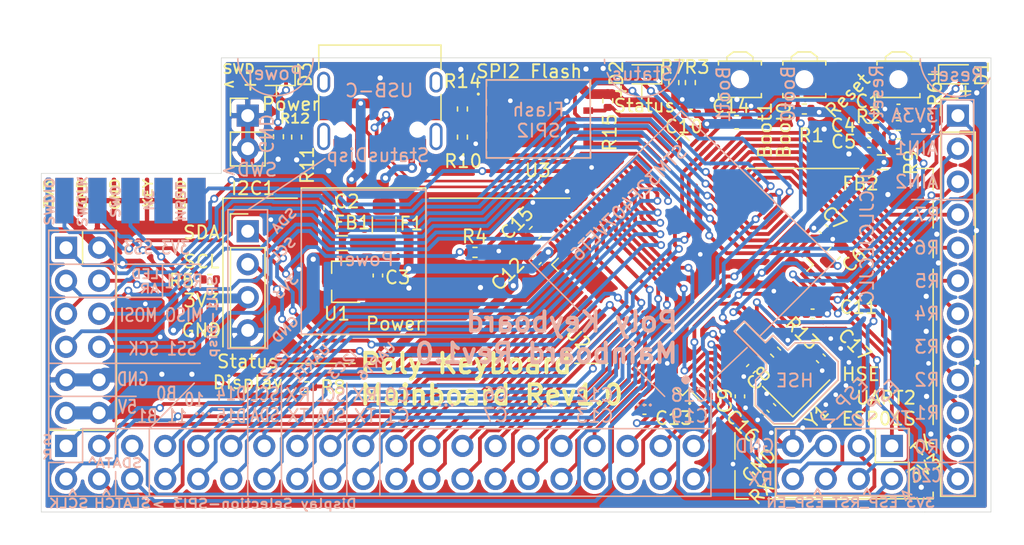
<source format=kicad_pcb>
(kicad_pcb (version 20171130) (host pcbnew "(5.1.9)-1")
  (layers (0 F.Cu signal) (31 B.Cu signal) (34 B.Paste user hide) (35 F.Paste user hide) (36 B.SilkS user) (37 F.SilkS user) (38 B.Mask user) (39 F.Mask user hide) (44 Edge.Cuts user))
  (net 0 "")
  (net 1 GND)
  (net 2 +3V3)
  (net 3 +5V)
  (net 4 SPI1_MOSI)
  (net 5 SPI1_SCK)
  (net 6 SPI1_MISO)
  (net 7 SPI1_RESET)
  (net 8 LED_ARRAY)
  (net 9 "Net-(D1-Pad1)")
  (net 10 SHIFTR_DATA)
  (net 11 SHIFTR_LATCH_CLK)
  (net 12 SHIFTR_CLK)
  (net 13 BOOT0)
  (net 14 I2C1_SDA)
  (net 15 I2C1_SCL)
  (net 16 SWO)
  (net 17 SWCLK)
  (net 18 SWDIO)
  (net 19 USB_D+)
  (net 20 USB_D-)
  (net 21 I2C2_SDA)
  (net 22 I2C2_SCL)
  (net 23 I2C3_SCL)
  (net 24 I2C3_SDA)
  (net 25 SPI2_MOSI)
  (net 26 SPI2_MISO)
  (net 27 SPI2_SS)
  (net 28 LED_STATUS)
  (net 29 ADC1_IN2)
  (net 30 ADC1_IN1)
  (net 31 +3.3VA)
  (net 32 NRST)
  (net 33 HSE_OUT)
  (net 34 HSE_IN)
  (net 35 SPI2_SCK)
  (net 36 SHIFTR_NMASTER_RST)
  (net 37 RESET_INDICATOR)
  (net 38 "Net-(D2-Pad1)")
  (net 39 "Net-(D3-Pad1)")
  (net 40 BOOT1)
  (net 41 "Net-(C17-Pad1)")
  (net 42 VCC)
  (net 43 "Net-(F1-Pad1)")
  (net 44 KCol20)
  (net 45 USART2_TX)
  (net 46 ESP01_EN)
  (net 47 ESP01_IO2)
  (net 48 ESP01_RST)
  (net 49 ESP01_IO0)
  (net 50 USART2_RX)
  (net 51 FLASH_NWP)
  (net 52 FLASH_NHOLD)
  (net 53 KCol19)
  (net 54 KCol18)
  (net 55 KCol17)
  (net 56 KCol16)
  (net 57 KCol15)
  (net 58 KCol14)
  (net 59 KCol13)
  (net 60 KCol12)
  (net 61 KCol11)
  (net 62 KCol10)
  (net 63 KCol9)
  (net 64 KCol8)
  (net 65 KCol7)
  (net 66 KCol6)
  (net 67 KCol5)
  (net 68 KCol4)
  (net 69 KCol3)
  (net 70 KCol2)
  (net 71 KCol1)
  (net 72 KCol0)
  (net 73 KRow0)
  (net 74 KRow1)
  (net 75 KRow2)
  (net 76 KRow3)
  (net 77 KRow4)
  (net 78 KRow5)
  (net 79 KRow6)
  (net 80 KRow7)
  (net 81 PD15)
  (net 82 PD14)
  (net 83 PD13)
  (net 84 PD12)
  (net 85 PD11)
  (net 86 PD10)
  (net 87 PB1)
  (net 88 PB0)
  (net 89 USART6_RX)
  (net 90 USART6_TX)
  (net 91 USART1_RX)
  (net 92 USART1_TX)
  (net 93 SPI3_SS)
  (net 94 "Net-(C14-Pad1)")
  (net 95 "Net-(C15-Pad1)")
  (net 96 "Net-(J1-Pad10)")
  (net 97 "Net-(J1-Pad6)")
  (net 98 "Net-(J1-Pad4)")
  (net 99 "Net-(J1-Pad2)")
  (net 100 "Net-(J2-PadA5)")
  (net 101 "Net-(J2-PadB5)")
  (net 102 "Net-(J2-PadS1)")
  (net 103 SPI1_SS)
  (module Connector_PinHeader_2.54mm:PinHeader_1x02_P2.54mm_Vertical (layer F.Cu) (at 430.53 33.02)
    (fp_text reference J8 hide)
    (fp_text value Conn_01x02)
    (pad 2 thru_hole oval (at 0 2.54) (size 1.7 1.7) (drill 1) (layers *.Cu *.Mask) (net 1 GND))
    (pad 1 thru_hole rect (at 0 0) (size 1.7 1.7) (drill 1) (layers *.Cu *.Mask) (net 1 GND))
  )
  (module Connector_PinHeader_2.54mm:PinHeader_2x06_P2.54mm_Vertical (layer F.Cu) (at 416.56 43.18)
    (fp_text reference J3 hide)
    (fp_text value Left)
    (pad 12 thru_hole oval (at 2.54 12.7) (size 1.7 1.7) (drill 1) (layers *.Cu *.Mask) (net 3 +5V))
    (pad 11 thru_hole oval (at 0 12.7) (size 1.7 1.7) (drill 1) (layers *.Cu *.Mask) (net 3 +5V))
    (pad 10 thru_hole oval (at 2.54 10.16) (size 1.7 1.7) (drill 1) (layers *.Cu *.Mask) (net 1 GND))
    (pad 9 thru_hole oval (at 0 10.16) (size 1.7 1.7) (drill 1) (layers *.Cu *.Mask) (net 1 GND))
    (pad 8 thru_hole oval (at 2.54 7.62) (size 1.7 1.7) (drill 1) (layers *.Cu *.Mask) (net 103 SPI1_SS))
    (pad 7 thru_hole oval (at 0 7.62) (size 1.7 1.7) (drill 1) (layers *.Cu *.Mask) (net 5 SPI1_SCK))
    (pad 6 thru_hole oval (at 2.54 5.08) (size 1.7 1.7) (drill 1) (layers *.Cu *.Mask) (net 6 SPI1_MISO))
    (pad 5 thru_hole oval (at 0 5.08) (size 1.7 1.7) (drill 1) (layers *.Cu *.Mask) (net 4 SPI1_MOSI))
    (pad 4 thru_hole oval (at 2.54 2.54) (size 1.7 1.7) (drill 1) (layers *.Cu *.Mask) (net 7 SPI1_RESET))
    (pad 3 thru_hole oval (at 0 2.54) (size 1.7 1.7) (drill 1) (layers *.Cu *.Mask) (net 8 LED_ARRAY))
    (pad 2 thru_hole oval (at 2.54 0) (size 1.7 1.7) (drill 1) (layers *.Cu *.Mask) (net 2 +3V3))
    (pad 1 thru_hole rect (at 0 0) (size 1.7 1.7) (drill 1) (layers *.Cu *.Mask) (net 93 SPI3_SS))
  )
  (module poly_kb:SIDE-SWD (layer F.Cu) (at 421.513 36.957)
    (fp_text reference J1 hide)
    (fp_text value SWD)
    (pad 9 smd rect (at 5.08 2.6) (size 1.4 3.5) (layers F.Cu F.Paste F.Mask) (net 1 GND))
    (pad 10 smd rect (at 5.08 2.6) (size 1.4 3.5) (layers B.Cu B.Paste B.Mask) (net 96 "Net-(J1-Pad10)"))
    (pad 7 smd rect (at 2.54 2.6) (size 1.4 3.5) (layers F.Cu F.Paste F.Mask) (net 1 GND))
    (pad 8 smd rect (at 2.54 2.6) (size 1.4 3.5) (layers B.Cu B.Paste B.Mask))
    (pad 5 smd rect (at 0 2.6) (size 1.4 3.5) (layers F.Cu F.Paste F.Mask) (net 1 GND))
    (pad 6 smd rect (at 0 2.6) (size 1.4 3.5) (layers B.Cu B.Paste B.Mask) (net 97 "Net-(J1-Pad6)"))
    (pad 3 smd rect (at -2.54 2.6) (size 1.4 3.5) (layers F.Cu F.Paste F.Mask) (net 1 GND))
    (pad 4 smd rect (at -2.54 2.6) (size 1.4 3.5) (layers B.Cu B.Paste B.Mask) (net 98 "Net-(J1-Pad4)"))
    (pad 1 smd rect (at -5.08 2.6) (size 1.4 3.5) (layers F.Cu F.Paste F.Mask) (net 2 +3V3))
    (pad 2 smd rect (at -5.08 2.6) (size 1.4 3.5) (layers B.Cu B.Paste B.Mask) (net 99 "Net-(J1-Pad2)"))
  )
  (module Resistor_SMD:R_0402_1005Metric (layer F.Cu) (at 432.8922 34.6456 270)
    (fp_text reference R12 (at -1.397 -1.27 180) (layer F.SilkS) (effects (font (size 0.7 0.8))))
    (fp_text value 1k5)
    (pad 2 smd roundrect (at 0.51 0 270) (size 0.54 0.64) (layers F.Cu F.Paste F.Mask) (net 1 GND))
    (pad 1 smd roundrect (at -0.51 0 270) (size 0.54 0.64) (layers F.Cu F.Paste F.Mask) (net 39 "Net-(D3-Pad1)"))
  )
  (module Resistor_SMD:R_0402_1005Metric (layer F.Cu) (at 463.296 30.48 270)
    (fp_text reference R7 (at -1.1938 0.0762 180) (layer F.SilkS))
    (fp_text value 1k5)
    (pad 2 smd roundrect (at 0.51 0 270) (size 0.54 0.64) (layers F.Cu F.Paste F.Mask) (net 1 GND))
    (pad 1 smd roundrect (at -0.51 0 270) (size 0.54 0.64) (layers F.Cu F.Paste F.Mask) (net 38 "Net-(D2-Pad1)"))
  )
  (module Resistor_SMD:R_0402_1005Metric (layer F.Cu) (at 482.473 33.02 270)
    (fp_text reference R6 (at -1.6764 -0.9144 90) (layer F.SilkS))
    (fp_text value 1k5)
    (pad 2 smd roundrect (at 0.51 0 270) (size 0.54 0.64) (layers F.Cu F.Paste F.Mask) (net 1 GND))
    (pad 1 smd roundrect (at -0.51 0 270) (size 0.54 0.64) (layers F.Cu F.Paste F.Mask) (net 9 "Net-(D1-Pad1)"))
  )
  (module Resistor_SMD:R_0402_1005Metric (layer F.Cu) (at 464.566 30.48 90)
    (fp_text reference R3 (at 1.1938 0.508 180) (layer F.SilkS))
    (fp_text value 100k)
    (pad 2 smd roundrect (at 0.51 0 90) (size 0.54 0.64) (layers F.Cu F.Paste F.Mask) (net 40 BOOT1))
    (pad 1 smd roundrect (at -0.51 0 90) (size 0.54 0.64) (layers F.Cu F.Paste F.Mask) (net 2 +3V3))
  )
  (module Resistor_SMD:R_0402_1005Metric (layer F.Cu) (at 473.329 32.512 180)
    (fp_text reference R1 (at -0.5334 -2.032) (layer F.SilkS))
    (fp_text value 100k)
    (pad 2 smd roundrect (at 0.51 0 180) (size 0.54 0.64) (layers F.Cu F.Paste F.Mask) (net 13 BOOT0))
    (pad 1 smd roundrect (at -0.51 0 180) (size 0.54 0.64) (layers F.Cu F.Paste F.Mask) (net 2 +3V3))
  )
  (module poly_kb:W25N01GVZEIG (layer F.Cu) (at 452.882 33.274)
    (fp_text reference U3 (at -0.0508 3.9624) (layer F.SilkS))
    (fp_text value W25N01GVZEIG)
    (pad 9 smd rect (at 0 0) (size 3.45 4.35) (layers F.Cu F.Paste F.Mask) (net 1 GND))
    (pad 5 smd rect (at 3.83 1.9) (size 0.75 0.5) (layers F.Cu F.Paste F.Mask) (net 25 SPI2_MOSI))
    (pad 6 smd rect (at 3.83 0.63) (size 0.75 0.5) (layers F.Cu F.Paste F.Mask) (net 35 SPI2_SCK))
    (pad 8 smd rect (at 3.83 -1.91) (size 0.75 0.5) (layers F.Cu F.Paste F.Mask) (net 2 +3V3))
    (pad 7 smd rect (at 3.83 -0.64) (size 0.75 0.5) (layers F.Cu F.Paste F.Mask) (net 52 FLASH_NHOLD))
    (pad 1 smd rect (at -3.84 -1.91) (size 0.75 0.5) (layers F.Cu F.Paste F.Mask) (net 27 SPI2_SS))
    (pad 2 smd rect (at -3.84 -0.64) (size 0.75 0.5) (layers F.Cu F.Paste F.Mask) (net 26 SPI2_MISO))
    (pad 4 smd rect (at -3.84 1.9) (size 0.75 0.5) (layers F.Cu F.Paste F.Mask) (net 1 GND))
    (pad 3 smd rect (at -3.84 0.63) (size 0.75 0.5) (layers F.Cu F.Paste F.Mask) (net 51 FLASH_NWP))
  )
  (module Resistor_SMD:R_0402_1005Metric (layer F.Cu) (at 471.1192 51.2064 315)
    (fp_text reference R13 (at 0.413092 -2.46059 135) (layer F.SilkS))
    (fp_text value 47)
    (pad 2 smd roundrect (at 0.51 0 315) (size 0.54 0.64) (layers F.Cu F.Paste F.Mask) (net 41 "Net-(C17-Pad1)"))
    (pad 1 smd roundrect (at -0.51 0 315) (size 0.54 0.64) (layers F.Cu F.Paste F.Mask) (net 33 HSE_OUT))
  )
  (module Capacitor_SMD:C_0402_1005Metric (layer F.Cu) (at 470.789 55.499 135)
    (fp_text reference C16 (at 0.574736 -2.550393 135) (layer F.SilkS))
    (fp_text value 12p)
    (pad 2 smd roundrect (at 0.48 0 135) (size 0.56 0.62) (layers F.Cu F.Paste F.Mask) (net 1 GND))
    (pad 1 smd roundrect (at -0.48 0 135) (size 0.56 0.62) (layers F.Cu F.Paste F.Mask) (net 34 HSE_IN))
  )
  (module Crystal:Crystal_SMD_3225-4Pin_3.2x2.5mm (layer F.Cu) (at 472.694 53.594 45)
    (fp_text reference Y1 (at -0.664539 2.963485 225) (layer F.SilkS))
    (fp_text value 16MHz)
    (pad 4 smd rect (at -1.1 -0.85 45) (size 1.4 1.2) (layers F.Cu F.Paste F.Mask) (net 1 GND))
    (pad 3 smd rect (at 1.1 -0.85 45) (size 1.4 1.2) (layers F.Cu F.Paste F.Mask) (net 41 "Net-(C17-Pad1)"))
    (pad 2 smd rect (at 1.1 0.85 45) (size 1.4 1.2) (layers F.Cu F.Paste F.Mask) (net 1 GND))
    (pad 1 smd rect (at -1.1 0.85 45) (size 1.4 1.2) (layers F.Cu F.Paste F.Mask) (net 34 HSE_IN))
  )
  (module Package_TO_SOT_SMD:SOT-23 (layer F.Cu) (at 437.7436 45.7962 180)
    (fp_text reference U1 (at 0.3556 -2.4638) (layer F.SilkS))
    (fp_text value XC6206P332MR)
    (pad 3 smd rect (at 1 0 180) (size 0.9 0.8) (layers F.Cu F.Paste F.Mask) (net 3 +5V))
    (pad 2 smd rect (at -1 0.95 180) (size 0.9 0.8) (layers F.Cu F.Paste F.Mask) (net 2 +3V3))
    (pad 1 smd rect (at -1 -0.95 180) (size 0.9 0.8) (layers F.Cu F.Paste F.Mask) (net 1 GND))
  )
  (module Button_Switch_SMD:SW_SPST_B3U-3000P-B (layer F.Cu) (at 480.568 30.226)
    (fp_text reference SW3 hide)
    (fp_text value Reset)
    (pad "" np_thru_hole circle (at 0 0) (size 0.8 0.8) (drill 0.8) (layers *.Cu *.Mask))
    (pad 2 smd rect (at 1.7 0) (size 0.9 1.7) (layers F.Cu F.Paste F.Mask) (net 32 NRST))
    (pad 1 smd rect (at -1.7 0) (size 0.9 1.7) (layers F.Cu F.Paste F.Mask) (net 1 GND))
  )
  (module Button_Switch_SMD:SW_SPST_B3U-3000P-B (layer F.Cu) (at 468.376 30.226)
    (fp_text reference SW2 hide)
    (fp_text value Boot1)
    (pad "" np_thru_hole circle (at 0 0) (size 0.8 0.8) (drill 0.8) (layers *.Cu *.Mask))
    (pad 2 smd rect (at 1.7 0) (size 0.9 1.7) (layers F.Cu F.Paste F.Mask) (net 1 GND))
    (pad 1 smd rect (at -1.7 0) (size 0.9 1.7) (layers F.Cu F.Paste F.Mask) (net 40 BOOT1))
  )
  (module Button_Switch_SMD:SW_SPST_B3U-3000P-B (layer F.Cu) (at 473.329 30.226)
    (fp_text reference SW1 hide)
    (fp_text value Boot0)
    (pad "" np_thru_hole circle (at 0 0) (size 0.8 0.8) (drill 0.8) (layers *.Cu *.Mask))
    (pad 2 smd rect (at 1.7 0) (size 0.9 1.7) (layers F.Cu F.Paste F.Mask) (net 1 GND))
    (pad 1 smd rect (at -1.7 0) (size 0.9 1.7) (layers F.Cu F.Paste F.Mask) (net 13 BOOT0))
  )
  (module Resistor_SMD:R_0402_1005Metric (layer F.Cu) (at 448.0052 43.5356 180)
    (fp_text reference R4 (at 0.0254 1.2192) (layer F.SilkS))
    (fp_text value 22)
    (pad 2 smd roundrect (at 0.51 0 180) (size 0.54 0.64) (layers F.Cu F.Paste F.Mask) (net 99 "Net-(J1-Pad2)"))
    (pad 1 smd roundrect (at -0.51 0 180) (size 0.54 0.64) (layers F.Cu F.Paste F.Mask) (net 18 SWDIO))
  )
  (module Resistor_SMD:R_0402_1005Metric (layer F.Cu) (at 458.216 31.879 270)
    (fp_text reference R15 (at 2.4364 -0.1524 90) (layer F.SilkS))
    (fp_text value 10k)
    (pad 2 smd roundrect (at 0.51 0 270) (size 0.54 0.64) (layers F.Cu F.Paste F.Mask) (net 52 FLASH_NHOLD))
    (pad 1 smd roundrect (at -0.51 0 270) (size 0.54 0.64) (layers F.Cu F.Paste F.Mask) (net 2 +3V3))
  )
  (module Resistor_SMD:R_0402_1005Metric (layer F.Cu) (at 447.04 32.512 270)
    (fp_text reference R14 (at -2.1336 0 180) (layer F.SilkS))
    (fp_text value 10k)
    (pad 2 smd roundrect (at 0.51 0 270) (size 0.54 0.64) (layers F.Cu F.Paste F.Mask) (net 51 FLASH_NWP))
    (pad 1 smd roundrect (at -0.51 0 270) (size 0.54 0.64) (layers F.Cu F.Paste F.Mask) (net 2 +3V3))
  )
  (module Resistor_SMD:R_0402_1005Metric (layer F.Cu) (at 434.2892 34.671 90)
    (fp_text reference R11 (at -2.159 0.8128 270) (layer F.SilkS))
    (fp_text value 5k1)
    (pad 2 smd roundrect (at 0.51 0 90) (size 0.54 0.64) (layers F.Cu F.Paste F.Mask) (net 101 "Net-(J2-PadB5)"))
    (pad 1 smd roundrect (at -0.51 0 90) (size 0.54 0.64) (layers F.Cu F.Paste F.Mask) (net 1 GND))
  )
  (module Resistor_SMD:R_0402_1005Metric (layer F.Cu) (at 480.568 33.782)
    (fp_text reference R2 (at -2.3114 -0.6858 180) (layer F.SilkS))
    (fp_text value 10k)
    (pad 2 smd roundrect (at 0.51 0) (size 0.54 0.64) (layers F.Cu F.Paste F.Mask) (net 32 NRST))
    (pad 1 smd roundrect (at -0.51 0) (size 0.54 0.64) (layers F.Cu F.Paste F.Mask) (net 2 +3V3))
  )
  (module Connector_PinHeader_2.54mm:PinHeader_2x04_P2.54mm_Vertical (layer F.Cu) (at 480.06 58.42 270)
    (fp_text reference J5 hide)
    (fp_text value USART2)
    (pad 8 thru_hole oval (at 2.54 7.62 270) (size 1.7 1.7) (drill 1) (layers *.Cu *.Mask) (net 50 USART2_RX))
    (pad 7 thru_hole oval (at 0 7.62 270) (size 1.7 1.7) (drill 1) (layers *.Cu *.Mask) (net 1 GND))
    (pad 6 thru_hole oval (at 2.54 5.08 270) (size 1.7 1.7) (drill 1) (layers *.Cu *.Mask) (net 46 ESP01_EN))
    (pad 5 thru_hole oval (at 0 5.08 270) (size 1.7 1.7) (drill 1) (layers *.Cu *.Mask) (net 47 ESP01_IO2))
    (pad 4 thru_hole oval (at 2.54 2.54 270) (size 1.7 1.7) (drill 1) (layers *.Cu *.Mask) (net 48 ESP01_RST))
    (pad 3 thru_hole oval (at 0 2.54 270) (size 1.7 1.7) (drill 1) (layers *.Cu *.Mask) (net 49 ESP01_IO0))
    (pad 2 thru_hole oval (at 2.54 0 270) (size 1.7 1.7) (drill 1) (layers *.Cu *.Mask) (net 2 +3V3))
    (pad 1 thru_hole rect (at 0 0 270) (size 1.7 1.7) (drill 1) (layers *.Cu *.Mask) (net 45 USART2_TX))
  )
  (module Connector_PinHeader_2.54mm:PinHeader_1x04_P2.54mm_Vertical (layer F.Cu) (at 430.53 41.91)
    (fp_text reference J6 hide)
    (fp_text value I2C1)
    (pad 4 thru_hole oval (at 0 7.62) (size 1.7 1.7) (drill 1) (layers *.Cu *.Mask) (net 1 GND))
    (pad 3 thru_hole oval (at 0 5.08) (size 1.7 1.7) (drill 1) (layers *.Cu *.Mask) (net 2 +3V3))
    (pad 2 thru_hole oval (at 0 2.54) (size 1.7 1.7) (drill 1) (layers *.Cu *.Mask) (net 15 I2C1_SCL))
    (pad 1 thru_hole rect (at 0 0) (size 1.7 1.7) (drill 1) (layers *.Cu *.Mask) (net 14 I2C1_SDA))
  )
  (module Connector_USB:USB_C_Receptacle_HRO_TYPE-C-31-M-12 (layer F.Cu) (at 440.69 31.496 180)
    (fp_text reference J2 hide)
    (fp_text value USB_C_Receptacle_USB2.0)
    (pad B1 smd rect (at 3.25 -4.045 180) (size 0.6 1.45) (layers F.Cu F.Paste F.Mask) (net 1 GND))
    (pad A9 smd rect (at 2.45 -4.045 180) (size 0.6 1.45) (layers F.Cu F.Paste F.Mask) (net 42 VCC))
    (pad B9 smd rect (at -2.45 -4.045 180) (size 0.6 1.45) (layers F.Cu F.Paste F.Mask) (net 42 VCC))
    (pad B12 smd rect (at -3.25 -4.045 180) (size 0.6 1.45) (layers F.Cu F.Paste F.Mask) (net 1 GND))
    (pad A1 smd rect (at -3.25 -4.045 180) (size 0.6 1.45) (layers F.Cu F.Paste F.Mask) (net 1 GND))
    (pad A4 smd rect (at -2.45 -4.045 180) (size 0.6 1.45) (layers F.Cu F.Paste F.Mask) (net 42 VCC))
    (pad B4 smd rect (at 2.45 -4.045 180) (size 0.6 1.45) (layers F.Cu F.Paste F.Mask) (net 42 VCC))
    (pad A12 smd rect (at 3.25 -4.045 180) (size 0.6 1.45) (layers F.Cu F.Paste F.Mask) (net 1 GND))
    (pad B8 smd rect (at -1.75 -4.045 180) (size 0.3 1.45) (layers F.Cu F.Paste F.Mask))
    (pad A5 smd rect (at -1.25 -4.045 180) (size 0.3 1.45) (layers F.Cu F.Paste F.Mask) (net 100 "Net-(J2-PadA5)"))
    (pad B7 smd rect (at -0.75 -4.045 180) (size 0.3 1.45) (layers F.Cu F.Paste F.Mask) (net 20 USB_D-))
    (pad A7 smd rect (at 0.25 -4.045 180) (size 0.3 1.45) (layers F.Cu F.Paste F.Mask) (net 20 USB_D-))
    (pad B6 smd rect (at 0.75 -4.045 180) (size 0.3 1.45) (layers F.Cu F.Paste F.Mask) (net 19 USB_D+))
    (pad A8 smd rect (at 1.25 -4.045 180) (size 0.3 1.45) (layers F.Cu F.Paste F.Mask))
    (pad B5 smd rect (at 1.75 -4.045 180) (size 0.3 1.45) (layers F.Cu F.Paste F.Mask) (net 101 "Net-(J2-PadB5)"))
    (pad A6 smd rect (at -0.25 -4.045 180) (size 0.3 1.45) (layers F.Cu F.Paste F.Mask) (net 19 USB_D+))
    (pad S1 thru_hole oval (at 4.32 -3.13 180) (size 1 2.1) (drill oval 0.6 1.7) (layers *.Cu *.Mask) (net 102 "Net-(J2-PadS1)"))
    (pad S1 thru_hole oval (at -4.32 -3.13 180) (size 1 2.1) (drill oval 0.6 1.7) (layers *.Cu *.Mask) (net 102 "Net-(J2-PadS1)"))
    (pad "" np_thru_hole circle (at -2.89 -2.6 180) (size 0.65 0.65) (drill 0.65) (layers *.Cu *.Mask))
    (pad S1 thru_hole oval (at -4.32 1.05 180) (size 1 1.6) (drill oval 0.6 1.2) (layers *.Cu *.Mask) (net 102 "Net-(J2-PadS1)"))
    (pad "" np_thru_hole circle (at 2.89 -2.6 180) (size 0.65 0.65) (drill 0.65) (layers *.Cu *.Mask))
    (pad S1 thru_hole oval (at 4.32 1.05 180) (size 1 1.6) (drill oval 0.6 1.2) (layers *.Cu *.Mask) (net 102 "Net-(J2-PadS1)"))
  )
  (module Inductor_SMD:L_0805_2012Metric (layer F.Cu) (at 437.7944 42.8244)
    (fp_text reference FB1 (at 0.762 -1.5748) (layer F.SilkS))
    (fp_text value "600 @ 600 MHz")
    (pad 2 smd roundrect (at 1.0625 0) (size 0.875 1.2) (layers F.Cu F.Paste F.Mask) (net 43 "Net-(F1-Pad1)"))
    (pad 1 smd roundrect (at -1.0625 0) (size 0.875 1.2) (layers F.Cu F.Paste F.Mask) (net 3 +5V))
  )
  (module LED_SMD:LED_0603_1608Metric (layer F.Cu) (at 432.689 29.972 180)
    (fp_text reference D3 (at -2.2606 0.1016 90) (layer F.SilkS))
    (fp_text value Power)
    (pad 2 smd roundrect (at 0.7875 0 180) (size 0.875 0.95) (layers F.Cu F.Paste F.Mask) (net 2 +3V3))
    (pad 1 smd roundrect (at -0.7875 0 180) (size 0.875 0.95) (layers F.Cu F.Paste F.Mask) (net 39 "Net-(D3-Pad1)"))
  )
  (module LED_SMD:LED_0603_1608Metric (layer F.Cu) (at 460.883 29.845 180)
    (fp_text reference D2 (at 2.0066 0.0762 90) (layer F.SilkS))
    (fp_text value Status)
    (pad 2 smd roundrect (at 0.7875 0 180) (size 0.875 0.95) (layers F.Cu F.Paste F.Mask) (net 28 LED_STATUS))
    (pad 1 smd roundrect (at -0.7875 0 180) (size 0.875 0.95) (layers F.Cu F.Paste F.Mask) (net 38 "Net-(D2-Pad1)"))
  )
  (module LED_SMD:LED_0603_1608Metric (layer F.Cu) (at 485.14 29.845)
    (fp_text reference D1 (at 1.8542 -0.0508 90) (layer F.SilkS))
    (fp_text value Reset)
    (pad 2 smd roundrect (at 0.7875 0) (size 0.875 0.95) (layers F.Cu F.Paste F.Mask) (net 37 RESET_INDICATOR))
    (pad 1 smd roundrect (at -0.7875 0) (size 0.875 0.95) (layers F.Cu F.Paste F.Mask) (net 9 "Net-(D1-Pad1)"))
  )
  (module Capacitor_SMD:C_0402_1005Metric (layer F.Cu) (at 480.568 32.512 180)
    (fp_text reference C1 (at 2.3368 0.5842) (layer F.SilkS))
    (fp_text value 1u)
    (pad 2 smd roundrect (at 0.48 0 180) (size 0.56 0.62) (layers F.Cu F.Paste F.Mask) (net 1 GND))
    (pad 1 smd roundrect (at -0.48 0 180) (size 0.56 0.62) (layers F.Cu F.Paste F.Mask) (net 32 NRST))
  )
  (module Capacitor_SMD:C_0402_1005Metric (layer F.Cu) (at 440.5376 45.3136 270)
    (fp_text reference C3 (at 0.1524 -1.524 180) (layer F.SilkS))
    (fp_text value 1u)
    (pad 2 smd roundrect (at 0.48 0 270) (size 0.56 0.62) (layers F.Cu F.Paste F.Mask) (net 1 GND))
    (pad 1 smd roundrect (at -0.48 0 270) (size 0.56 0.62) (layers F.Cu F.Paste F.Mask) (net 2 +3V3))
  )
  (module Capacitor_SMD:C_0402_1005Metric (layer F.Cu) (at 436.753 40.132 90)
    (fp_text reference C2 (at 0.508 1.397 180) (layer F.SilkS))
    (fp_text value 1u)
    (pad 2 smd roundrect (at 0.48 0 90) (size 0.56 0.62) (layers F.Cu F.Paste F.Mask) (net 1 GND))
    (pad 1 smd roundrect (at -0.48 0 90) (size 0.56 0.62) (layers F.Cu F.Paste F.Mask) (net 3 +5V))
  )
  (module Capacitor_SMD:C_0603_1608Metric (layer F.Cu) (at 452.6534 42.0116 225)
    (fp_text reference C15 (at 0.502894 1.508683 45) (layer F.SilkS))
    (fp_text value 2u2)
    (pad 2 smd roundrect (at 0.775 0 225) (size 0.9 0.95) (layers F.Cu F.Paste F.Mask) (net 1 GND))
    (pad 1 smd roundrect (at -0.775 0 225) (size 0.9 0.95) (layers F.Cu F.Paste F.Mask) (net 95 "Net-(C15-Pad1)"))
  )
  (module Capacitor_SMD:C_0603_1608Metric (layer F.Cu) (at 468.122 33.528)
    (fp_text reference C14 (at -0.4318 -1.2192) (layer F.SilkS))
    (fp_text value 2u2)
    (pad 2 smd roundrect (at 0.775 0) (size 0.9 0.95) (layers F.Cu F.Paste F.Mask) (net 1 GND))
    (pad 1 smd roundrect (at -0.775 0) (size 0.9 0.95) (layers F.Cu F.Paste F.Mask) (net 94 "Net-(C14-Pad1)"))
  )
  (module Capacitor_SMD:C_0402_1005Metric (layer F.Cu) (at 461.0354 55.626 180)
    (fp_text reference C13 (at -2.2606 -0.6604) (layer F.SilkS))
    (fp_text value 100n)
    (pad 2 smd roundrect (at 0.48 0 180) (size 0.56 0.62) (layers F.Cu F.Paste F.Mask) (net 1 GND))
    (pad 1 smd roundrect (at -0.48 0 180) (size 0.56 0.62) (layers F.Cu F.Paste F.Mask) (net 2 +3V3))
  )
  (module Capacitor_SMD:C_0402_1005Metric (layer F.Cu) (at 452.755 44.1452 225)
    (fp_text reference C12 (at 2.334867 0.826184 45) (layer F.SilkS))
    (fp_text value 100n)
    (pad 2 smd roundrect (at 0.48 0 225) (size 0.56 0.62) (layers F.Cu F.Paste F.Mask) (net 1 GND))
    (pad 1 smd roundrect (at -0.48 0 225) (size 0.56 0.62) (layers F.Cu F.Paste F.Mask) (net 2 +3V3))
  )
  (module Capacitor_SMD:C_0402_1005Metric (layer F.Cu) (at 478.3074 35.1028 180)
    (fp_text reference C5 (at 1.9558 0.0762) (layer F.SilkS))
    (fp_text value 10n)
    (pad 2 smd roundrect (at 0.48 0 180) (size 0.56 0.62) (layers F.Cu F.Paste F.Mask) (net 1 GND))
    (pad 1 smd roundrect (at -0.48 0 180) (size 0.56 0.62) (layers F.Cu F.Paste F.Mask) (net 31 +3.3VA))
  )
  (module Capacitor_SMD:C_0402_1005Metric (layer F.Cu) (at 478.3074 33.9598 180)
    (fp_text reference C4 (at 1.9812 0.1778) (layer F.SilkS))
    (fp_text value 1u)
    (pad 2 smd roundrect (at 0.48 0 180) (size 0.56 0.62) (layers F.Cu F.Paste F.Mask) (net 1 GND))
    (pad 1 smd roundrect (at -0.48 0 180) (size 0.56 0.62) (layers F.Cu F.Paste F.Mask) (net 31 +3.3VA))
  )
  (module Capacitor_SMD:C_0402_1005Metric (layer F.Cu) (at 473.964 48.26)
    (fp_text reference C11 (at 3.5306 -0.508) (layer F.SilkS))
    (fp_text value 100n)
    (pad 2 smd roundrect (at 0.48 0) (size 0.56 0.62) (layers F.Cu F.Paste F.Mask) (net 1 GND))
    (pad 1 smd roundrect (at -0.48 0) (size 0.56 0.62) (layers F.Cu F.Paste F.Mask) (net 2 +3V3))
  )
  (module Capacitor_SMD:C_0402_1005Metric (layer F.Cu) (at 464.6168 32.893 180)
    (fp_text reference C10 (at 0.5588 -0.9652) (layer F.SilkS))
    (fp_text value 100n)
    (pad 2 smd roundrect (at 0.48 0 180) (size 0.56 0.62) (layers F.Cu F.Paste F.Mask) (net 1 GND))
    (pad 1 smd roundrect (at -0.48 0 180) (size 0.56 0.62) (layers F.Cu F.Paste F.Mask) (net 2 +3V3))
  )
  (module Capacitor_SMD:C_0402_1005Metric (layer F.Cu) (at 468.376 54.61 270)
    (fp_text reference C9 (at 0.3302 1.143 90) (layer F.SilkS))
    (fp_text value 100n)
    (pad 2 smd roundrect (at 0.48 0 270) (size 0.56 0.62) (layers F.Cu F.Paste F.Mask) (net 1 GND))
    (pad 1 smd roundrect (at -0.48 0 270) (size 0.56 0.62) (layers F.Cu F.Paste F.Mask) (net 2 +3V3))
  )
  (module Capacitor_SMD:C_0402_1005Metric (layer F.Cu) (at 469.223411 52.492589 225)
    (fp_text reference C8 (at 0.102829 -0.951907 45) (layer F.SilkS))
    (fp_text value 100n)
    (pad 2 smd roundrect (at 0.48 0 225) (size 0.56 0.62) (layers F.Cu F.Paste F.Mask) (net 1 GND))
    (pad 1 smd roundrect (at -0.48 0 225) (size 0.56 0.62) (layers F.Cu F.Paste F.Mask) (net 2 +3V3))
  )
  (module Capacitor_SMD:C_0402_1005Metric (layer F.Cu) (at 474.8022 41.7322 315)
    (fp_text reference C7 (at 0 -1.16 135) (layer F.SilkS))
    (fp_text value 100n)
    (pad 2 smd roundrect (at 0.48 0 315) (size 0.56 0.62) (layers F.Cu F.Paste F.Mask) (net 1 GND))
    (pad 1 smd roundrect (at -0.48 0 315) (size 0.56 0.62) (layers F.Cu F.Paste F.Mask) (net 2 +3V3))
  )
  (module Capacitor_SMD:C_0603_1608Metric (layer F.Cu) (at 475.625792 43.626408 45)
    (fp_text reference C6 (at 0.721119 1.454801 45) (layer F.SilkS))
    (fp_text value 4u7)
    (pad 2 smd roundrect (at 0.775 0 45) (size 0.9 0.95) (layers F.Cu F.Paste F.Mask) (net 1 GND))
    (pad 1 smd roundrect (at -0.775 0 45) (size 0.9 0.95) (layers F.Cu F.Paste F.Mask) (net 2 +3V3))
  )
  (module Resistor_SMD:R_0402_1005Metric (layer F.Cu) (at 447.04 34.673 90)
    (fp_text reference R10 (at -1.8522 0.0508 180) (layer F.SilkS))
    (fp_text value 5k1)
    (pad 2 smd roundrect (at 0.51 0 90) (size 0.54 0.64) (layers F.Cu F.Paste F.Mask) (net 100 "Net-(J2-PadA5)"))
    (pad 1 smd roundrect (at -0.51 0 90) (size 0.54 0.64) (layers F.Cu F.Paste F.Mask) (net 1 GND))
  )
  (module Resistor_SMD:R_0402_1005Metric (layer F.Cu) (at 480.568 35.179 180)
    (fp_text reference R9 (at -0.9652 -1.4478 90) (layer F.SilkS))
    (fp_text value 22)
    (pad 2 smd roundrect (at 0.51 0 180) (size 0.54 0.64) (layers F.Cu F.Paste F.Mask) (net 96 "Net-(J1-Pad10)"))
    (pad 1 smd roundrect (at -0.51 0 180) (size 0.54 0.64) (layers F.Cu F.Paste F.Mask) (net 32 NRST))
  )
  (module Resistor_SMD:R_0402_1005Metric (layer F.Cu) (at 435.0766 53.8734 180)
    (fp_text reference R8 (at -2.0066 -0.0254) (layer F.SilkS))
    (fp_text value 22)
    (pad 2 smd roundrect (at 0.51 0 180) (size 0.54 0.64) (layers F.Cu F.Paste F.Mask) (net 97 "Net-(J1-Pad6)"))
    (pad 1 smd roundrect (at -0.51 0 180) (size 0.54 0.64) (layers F.Cu F.Paste F.Mask) (net 16 SWO))
  )
  (module Resistor_SMD:R_0402_1005Metric (layer F.Cu) (at 427.609 45.6184 180)
    (fp_text reference R5 (at 2.159 -0.1016) (layer F.SilkS))
    (fp_text value 22)
    (pad 2 smd roundrect (at 0.51 0 180) (size 0.54 0.64) (layers F.Cu F.Paste F.Mask) (net 98 "Net-(J1-Pad4)"))
    (pad 1 smd roundrect (at -0.51 0 180) (size 0.54 0.64) (layers F.Cu F.Paste F.Mask) (net 17 SWCLK))
  )
  (module Connector_PinHeader_2.54mm:PinHeader_2x20_P2.54mm_Vertical (layer B.Cu) (at 416.56 58.42 270)
    (fp_text reference J7 hide)
    (fp_text value Bottom)
    (pad 40 thru_hole oval (at 2.54 -48.26 270) (size 1.7 1.7) (drill 1) (layers *.Cu *.Mask) (net 53 KCol19))
    (pad 39 thru_hole oval (at 0 -48.26 270) (size 1.7 1.7) (drill 1) (layers *.Cu *.Mask) (net 54 KCol18))
    (pad 38 thru_hole oval (at 2.54 -45.72 270) (size 1.7 1.7) (drill 1) (layers *.Cu *.Mask) (net 55 KCol17))
    (pad 37 thru_hole oval (at 0 -45.72 270) (size 1.7 1.7) (drill 1) (layers *.Cu *.Mask) (net 56 KCol16))
    (pad 36 thru_hole oval (at 2.54 -43.18 270) (size 1.7 1.7) (drill 1) (layers *.Cu *.Mask) (net 57 KCol15))
    (pad 35 thru_hole oval (at 0 -43.18 270) (size 1.7 1.7) (drill 1) (layers *.Cu *.Mask) (net 58 KCol14))
    (pad 34 thru_hole oval (at 2.54 -40.64 270) (size 1.7 1.7) (drill 1) (layers *.Cu *.Mask) (net 59 KCol13))
    (pad 33 thru_hole oval (at 0 -40.64 270) (size 1.7 1.7) (drill 1) (layers *.Cu *.Mask) (net 60 KCol12))
    (pad 32 thru_hole oval (at 2.54 -38.1 270) (size 1.7 1.7) (drill 1) (layers *.Cu *.Mask) (net 61 KCol11))
    (pad 31 thru_hole oval (at 0 -38.1 270) (size 1.7 1.7) (drill 1) (layers *.Cu *.Mask) (net 62 KCol10))
    (pad 30 thru_hole oval (at 2.54 -35.56 270) (size 1.7 1.7) (drill 1) (layers *.Cu *.Mask) (net 63 KCol9))
    (pad 29 thru_hole oval (at 0 -35.56 270) (size 1.7 1.7) (drill 1) (layers *.Cu *.Mask) (net 64 KCol8))
    (pad 28 thru_hole oval (at 2.54 -33.02 270) (size 1.7 1.7) (drill 1) (layers *.Cu *.Mask) (net 65 KCol7))
    (pad 27 thru_hole oval (at 0 -33.02 270) (size 1.7 1.7) (drill 1) (layers *.Cu *.Mask) (net 66 KCol6))
    (pad 26 thru_hole oval (at 2.54 -30.48 270) (size 1.7 1.7) (drill 1) (layers *.Cu *.Mask) (net 67 KCol5))
    (pad 25 thru_hole oval (at 0 -30.48 270) (size 1.7 1.7) (drill 1) (layers *.Cu *.Mask) (net 68 KCol4))
    (pad 24 thru_hole oval (at 2.54 -27.94 270) (size 1.7 1.7) (drill 1) (layers *.Cu *.Mask) (net 69 KCol3))
    (pad 23 thru_hole oval (at 0 -27.94 270) (size 1.7 1.7) (drill 1) (layers *.Cu *.Mask) (net 70 KCol2))
    (pad 22 thru_hole oval (at 2.54 -25.4 270) (size 1.7 1.7) (drill 1) (layers *.Cu *.Mask) (net 71 KCol1))
    (pad 21 thru_hole oval (at 0 -25.4 270) (size 1.7 1.7) (drill 1) (layers *.Cu *.Mask) (net 72 KCol0))
    (pad 20 thru_hole oval (at 2.54 -22.86 270) (size 1.7 1.7) (drill 1) (layers *.Cu *.Mask) (net 90 USART6_TX))
    (pad 19 thru_hole oval (at 0 -22.86 270) (size 1.7 1.7) (drill 1) (layers *.Cu *.Mask) (net 89 USART6_RX))
    (pad 18 thru_hole oval (at 2.54 -20.32 270) (size 1.7 1.7) (drill 1) (layers *.Cu *.Mask) (net 24 I2C3_SDA))
    (pad 17 thru_hole oval (at 0 -20.32 270) (size 1.7 1.7) (drill 1) (layers *.Cu *.Mask) (net 23 I2C3_SCL))
    (pad 16 thru_hole oval (at 2.54 -17.78 270) (size 1.7 1.7) (drill 1) (layers *.Cu *.Mask) (net 92 USART1_TX))
    (pad 15 thru_hole oval (at 0 -17.78 270) (size 1.7 1.7) (drill 1) (layers *.Cu *.Mask) (net 91 USART1_RX))
    (pad 14 thru_hole oval (at 2.54 -15.24 270) (size 1.7 1.7) (drill 1) (layers *.Cu *.Mask) (net 21 I2C2_SDA))
    (pad 13 thru_hole oval (at 0 -15.24 270) (size 1.7 1.7) (drill 1) (layers *.Cu *.Mask) (net 22 I2C2_SCL))
    (pad 12 thru_hole oval (at 2.54 -12.7 270) (size 1.7 1.7) (drill 1) (layers *.Cu *.Mask) (net 81 PD15))
    (pad 11 thru_hole oval (at 0 -12.7 270) (size 1.7 1.7) (drill 1) (layers *.Cu *.Mask) (net 82 PD14))
    (pad 10 thru_hole oval (at 2.54 -10.16 270) (size 1.7 1.7) (drill 1) (layers *.Cu *.Mask) (net 83 PD13))
    (pad 9 thru_hole oval (at 0 -10.16 270) (size 1.7 1.7) (drill 1) (layers *.Cu *.Mask) (net 84 PD12))
    (pad 8 thru_hole oval (at 2.54 -7.62 270) (size 1.7 1.7) (drill 1) (layers *.Cu *.Mask) (net 85 PD11))
    (pad 7 thru_hole oval (at 0 -7.62 270) (size 1.7 1.7) (drill 1) (layers *.Cu *.Mask) (net 86 PD10))
    (pad 6 thru_hole oval (at 2.54 -5.08 270) (size 1.7 1.7) (drill 1) (layers *.Cu *.Mask) (net 87 PB1))
    (pad 5 thru_hole oval (at 0 -5.08 270) (size 1.7 1.7) (drill 1) (layers *.Cu *.Mask) (net 88 PB0))
    (pad 4 thru_hole oval (at 2.54 -2.54 270) (size 1.7 1.7) (drill 1) (layers *.Cu *.Mask) (net 11 SHIFTR_LATCH_CLK))
    (pad 3 thru_hole oval (at 0 -2.54 270) (size 1.7 1.7) (drill 1) (layers *.Cu *.Mask) (net 10 SHIFTR_DATA))
    (pad 2 thru_hole oval (at 2.54 0 270) (size 1.7 1.7) (drill 1) (layers *.Cu *.Mask) (net 12 SHIFTR_CLK))
    (pad 1 thru_hole rect (at 0 0 270) (size 1.7 1.7) (drill 1) (layers *.Cu *.Mask) (net 36 SHIFTR_NMASTER_RST))
  )
  (module Connector_PinHeader_2.54mm:PinHeader_1x12_P2.54mm_Vertical (layer F.Cu) (at 485.14 33.02)
    (fp_text reference J4 hide)
    (fp_text value Right)
    (pad 12 thru_hole oval (at 0 27.94) (size 1.7 1.7) (drill 1) (layers *.Cu *.Mask) (net 44 KCol20))
    (pad 11 thru_hole oval (at 0 25.4) (size 1.7 1.7) (drill 1) (layers *.Cu *.Mask) (net 73 KRow0))
    (pad 10 thru_hole oval (at 0 22.86) (size 1.7 1.7) (drill 1) (layers *.Cu *.Mask) (net 74 KRow1))
    (pad 9 thru_hole oval (at 0 20.32) (size 1.7 1.7) (drill 1) (layers *.Cu *.Mask) (net 75 KRow2))
    (pad 8 thru_hole oval (at 0 17.78) (size 1.7 1.7) (drill 1) (layers *.Cu *.Mask) (net 76 KRow3))
    (pad 7 thru_hole oval (at 0 15.24) (size 1.7 1.7) (drill 1) (layers *.Cu *.Mask) (net 77 KRow4))
    (pad 6 thru_hole oval (at 0 12.7) (size 1.7 1.7) (drill 1) (layers *.Cu *.Mask) (net 78 KRow5))
    (pad 5 thru_hole oval (at 0 10.16) (size 1.7 1.7) (drill 1) (layers *.Cu *.Mask) (net 79 KRow6))
    (pad 4 thru_hole oval (at 0 7.62) (size 1.7 1.7) (drill 1) (layers *.Cu *.Mask) (net 80 KRow7))
    (pad 3 thru_hole oval (at 0 5.08) (size 1.7 1.7) (drill 1) (layers *.Cu *.Mask) (net 29 ADC1_IN2))
    (pad 2 thru_hole oval (at 0 2.54) (size 1.7 1.7) (drill 1) (layers *.Cu *.Mask) (net 30 ADC1_IN1))
    (pad 1 thru_hole rect (at 0 0) (size 1.7 1.7) (drill 1) (layers *.Cu *.Mask) (net 31 +3.3VA))
  )
  (module Inductor_SMD:L_0805_2012Metric (layer F.Cu) (at 479.3488 36.6014)
    (fp_text reference FB2 (at -1.7018 1.651) (layer F.SilkS))
    (fp_text value "600 @ 600 MHz")
    (pad 2 smd roundrect (at 1.0625 0) (size 0.875 1.2) (layers F.Cu F.Paste F.Mask) (net 2 +3V3))
    (pad 1 smd roundrect (at -1.0625 0) (size 0.875 1.2) (layers F.Cu F.Paste F.Mask) (net 31 +3.3VA))
  )
  (module Fuse:Fuse_1206_3216Metric (layer F.Cu) (at 441.0202 41.4274 90)
    (fp_text reference F1 (at 0.1016 2.0828 180) (layer F.SilkS))
    (fp_text value 2A)
    (pad 2 smd roundrect (at 1.4 0 90) (size 1.25 1.75) (layers F.Cu F.Paste F.Mask) (roundrect_rratio 0.2) (net 42 VCC))
    (pad 1 smd roundrect (at -1.4 0 90) (size 1.25 1.75) (layers F.Cu F.Paste F.Mask) (roundrect_rratio 0.2) (net 43 "Net-(F1-Pad1)"))
  )
  (module Capacitor_SMD:C_0402_1005Metric (layer F.Cu) (at 474.599 51.689 315)
    (fp_text reference C17 (at 1.095591 -2.568353 135) (layer F.SilkS))
    (fp_text value 12p)
    (pad 2 smd roundrect (at 0.48 0 315) (size 0.56 0.62) (layers F.Cu F.Paste F.Mask) (net 1 GND))
    (pad 1 smd roundrect (at -0.48 0 315) (size 0.56 0.62) (layers F.Cu F.Paste F.Mask) (net 41 "Net-(C17-Pad1)"))
  )
  (module Package_QFP:LQFP-100_14x14mm_P0.5mm (layer F.Cu) (at 463.964955 44.483955 135)
    (fp_text reference U2 (at 1.664466 -9.698677 135) (layer F.SilkS))
    (fp_text value STM32F407VETx)
    (pad 100 smd roundrect (at -6 -7.675 135) (size 0.3 1.6) (layers F.Cu F.Paste F.Mask) (net 2 +3V3))
    (pad 99 smd roundrect (at -5.5 -7.675 135) (size 0.3 1.6) (layers F.Cu F.Paste F.Mask) (net 1 GND))
    (pad 98 smd roundrect (at -5 -7.675 135) (size 0.3 1.6) (layers F.Cu F.Paste F.Mask) (net 59 KCol13))
    (pad 97 smd roundrect (at -4.5 -7.675 135) (size 0.3 1.6) (layers F.Cu F.Paste F.Mask) (net 60 KCol12))
    (pad 96 smd roundrect (at -4 -7.675 135) (size 0.3 1.6) (layers F.Cu F.Paste F.Mask) (net 61 KCol11))
    (pad 95 smd roundrect (at -3.5 -7.675 135) (size 0.3 1.6) (layers F.Cu F.Paste F.Mask) (net 62 KCol10))
    (pad 94 smd roundrect (at -3 -7.675 135) (size 0.3 1.6) (layers F.Cu F.Paste F.Mask) (net 13 BOOT0))
    (pad 93 smd roundrect (at -2.5 -7.675 135) (size 0.3 1.6) (layers F.Cu F.Paste F.Mask) (net 14 I2C1_SDA))
    (pad 92 smd roundrect (at -2 -7.675 135) (size 0.3 1.6) (layers F.Cu F.Paste F.Mask) (net 15 I2C1_SCL))
    (pad 91 smd roundrect (at -1.5 -7.675 135) (size 0.3 1.6) (layers F.Cu F.Paste F.Mask) (net 63 KCol9))
    (pad 90 smd roundrect (at -1 -7.675 135) (size 0.3 1.6) (layers F.Cu F.Paste F.Mask) (net 64 KCol8))
    (pad 89 smd roundrect (at -0.5 -7.675 135) (size 0.3 1.6) (layers F.Cu F.Paste F.Mask) (net 16 SWO))
    (pad 88 smd roundrect (at 0 -7.675 135) (size 0.3 1.6) (layers F.Cu F.Paste F.Mask) (net 65 KCol7))
    (pad 87 smd roundrect (at 0.5 -7.675 135) (size 0.3 1.6) (layers F.Cu F.Paste F.Mask) (net 66 KCol6))
    (pad 86 smd roundrect (at 1 -7.675 135) (size 0.3 1.6) (layers F.Cu F.Paste F.Mask) (net 67 KCol5))
    (pad 85 smd roundrect (at 1.5 -7.675 135) (size 0.3 1.6) (layers F.Cu F.Paste F.Mask) (net 68 KCol4))
    (pad 84 smd roundrect (at 2 -7.675 135) (size 0.3 1.6) (layers F.Cu F.Paste F.Mask) (net 69 KCol3))
    (pad 83 smd roundrect (at 2.5 -7.675 135) (size 0.3 1.6) (layers F.Cu F.Paste F.Mask) (net 70 KCol2))
    (pad 82 smd roundrect (at 3 -7.675 135) (size 0.3 1.6) (layers F.Cu F.Paste F.Mask) (net 71 KCol1))
    (pad 81 smd roundrect (at 3.5 -7.675 135) (size 0.3 1.6) (layers F.Cu F.Paste F.Mask) (net 72 KCol0))
    (pad 80 smd roundrect (at 4 -7.675 135) (size 0.3 1.6) (layers F.Cu F.Paste F.Mask) (net 11 SHIFTR_LATCH_CLK))
    (pad 79 smd roundrect (at 4.5 -7.675 135) (size 0.3 1.6) (layers F.Cu F.Paste F.Mask) (net 10 SHIFTR_DATA))
    (pad 78 smd roundrect (at 5 -7.675 135) (size 0.3 1.6) (layers F.Cu F.Paste F.Mask) (net 12 SHIFTR_CLK))
    (pad 77 smd roundrect (at 5.5 -7.675 135) (size 0.3 1.6) (layers F.Cu F.Paste F.Mask) (net 36 SHIFTR_NMASTER_RST))
    (pad 76 smd roundrect (at 6 -7.675 135) (size 0.3 1.6) (layers F.Cu F.Paste F.Mask) (net 17 SWCLK))
    (pad 75 smd roundrect (at 7.675 -6 135) (size 1.6 0.3) (layers F.Cu F.Paste F.Mask) (net 2 +3V3))
    (pad 74 smd roundrect (at 7.675 -5.5 135) (size 1.6 0.3) (layers F.Cu F.Paste F.Mask) (net 1 GND))
    (pad 73 smd roundrect (at 7.675 -5 135) (size 1.6 0.3) (layers F.Cu F.Paste F.Mask) (net 95 "Net-(C15-Pad1)"))
    (pad 72 smd roundrect (at 7.675 -4.5 135) (size 1.6 0.3) (layers F.Cu F.Paste F.Mask) (net 18 SWDIO))
    (pad 71 smd roundrect (at 7.675 -4 135) (size 1.6 0.3) (layers F.Cu F.Paste F.Mask) (net 19 USB_D+))
    (pad 70 smd roundrect (at 7.675 -3.5 135) (size 1.6 0.3) (layers F.Cu F.Paste F.Mask) (net 20 USB_D-))
    (pad 69 smd roundrect (at 7.675 -3 135) (size 1.6 0.3) (layers F.Cu F.Paste F.Mask) (net 91 USART1_RX))
    (pad 68 smd roundrect (at 7.675 -2.5 135) (size 1.6 0.3) (layers F.Cu F.Paste F.Mask) (net 92 USART1_TX))
    (pad 67 smd roundrect (at 7.675 -2 135) (size 1.6 0.3) (layers F.Cu F.Paste F.Mask) (net 23 I2C3_SCL))
    (pad 66 smd roundrect (at 7.675 -1.5 135) (size 1.6 0.3) (layers F.Cu F.Paste F.Mask) (net 24 I2C3_SDA))
    (pad 65 smd roundrect (at 7.675 -1 135) (size 1.6 0.3) (layers F.Cu F.Paste F.Mask) (net 93 SPI3_SS))
    (pad 64 smd roundrect (at 7.675 -0.5 135) (size 1.6 0.3) (layers F.Cu F.Paste F.Mask) (net 89 USART6_RX))
    (pad 63 smd roundrect (at 7.675 0 135) (size 1.6 0.3) (layers F.Cu F.Paste F.Mask) (net 90 USART6_TX))
    (pad 62 smd roundrect (at 7.675 0.5 135) (size 1.6 0.3) (layers F.Cu F.Paste F.Mask) (net 81 PD15))
    (pad 61 smd roundrect (at 7.675 1 135) (size 1.6 0.3) (layers F.Cu F.Paste F.Mask) (net 82 PD14))
    (pad 60 smd roundrect (at 7.675 1.5 135) (size 1.6 0.3) (layers F.Cu F.Paste F.Mask) (net 83 PD13))
    (pad 59 smd roundrect (at 7.675 2 135) (size 1.6 0.3) (layers F.Cu F.Paste F.Mask) (net 84 PD12))
    (pad 58 smd roundrect (at 7.675 2.5 135) (size 1.6 0.3) (layers F.Cu F.Paste F.Mask) (net 85 PD11))
    (pad 57 smd roundrect (at 7.675 3 135) (size 1.6 0.3) (layers F.Cu F.Paste F.Mask) (net 86 PD10))
    (pad 56 smd roundrect (at 7.675 3.5 135) (size 1.6 0.3) (layers F.Cu F.Paste F.Mask) (net 51 FLASH_NWP))
    (pad 55 smd roundrect (at 7.675 4 135) (size 1.6 0.3) (layers F.Cu F.Paste F.Mask) (net 52 FLASH_NHOLD))
    (pad 54 smd roundrect (at 7.675 4.5 135) (size 1.6 0.3) (layers F.Cu F.Paste F.Mask) (net 25 SPI2_MOSI))
    (pad 53 smd roundrect (at 7.675 5 135) (size 1.6 0.3) (layers F.Cu F.Paste F.Mask) (net 26 SPI2_MISO))
    (pad 52 smd roundrect (at 7.675 5.5 135) (size 1.6 0.3) (layers F.Cu F.Paste F.Mask) (net 35 SPI2_SCK))
    (pad 51 smd roundrect (at 7.675 6 135) (size 1.6 0.3) (layers F.Cu F.Paste F.Mask) (net 27 SPI2_SS))
    (pad 50 smd roundrect (at 6 7.675 135) (size 0.3 1.6) (layers F.Cu F.Paste F.Mask) (net 2 +3V3))
    (pad 49 smd roundrect (at 5.5 7.675 135) (size 0.3 1.6) (layers F.Cu F.Paste F.Mask) (net 94 "Net-(C14-Pad1)"))
    (pad 48 smd roundrect (at 5 7.675 135) (size 0.3 1.6) (layers F.Cu F.Paste F.Mask) (net 21 I2C2_SDA))
    (pad 47 smd roundrect (at 4.5 7.675 135) (size 0.3 1.6) (layers F.Cu F.Paste F.Mask) (net 22 I2C2_SCL))
    (pad 46 smd roundrect (at 4 7.675 135) (size 0.3 1.6) (layers F.Cu F.Paste F.Mask) (net 80 KRow7))
    (pad 45 smd roundrect (at 3.5 7.675 135) (size 0.3 1.6) (layers F.Cu F.Paste F.Mask) (net 79 KRow6))
    (pad 44 smd roundrect (at 3 7.675 135) (size 0.3 1.6) (layers F.Cu F.Paste F.Mask) (net 78 KRow5))
    (pad 43 smd roundrect (at 2.5 7.675 135) (size 0.3 1.6) (layers F.Cu F.Paste F.Mask) (net 77 KRow4))
    (pad 42 smd roundrect (at 2 7.675 135) (size 0.3 1.6) (layers F.Cu F.Paste F.Mask) (net 76 KRow3))
    (pad 41 smd roundrect (at 1.5 7.675 135) (size 0.3 1.6) (layers F.Cu F.Paste F.Mask) (net 75 KRow2))
    (pad 40 smd roundrect (at 1 7.675 135) (size 0.3 1.6) (layers F.Cu F.Paste F.Mask) (net 74 KRow1))
    (pad 39 smd roundrect (at 0.5 7.675 135) (size 0.3 1.6) (layers F.Cu F.Paste F.Mask) (net 73 KRow0))
    (pad 38 smd roundrect (at 0 7.675 135) (size 0.3 1.6) (layers F.Cu F.Paste F.Mask) (net 8 LED_ARRAY))
    (pad 37 smd roundrect (at -0.5 7.675 135) (size 0.3 1.6) (layers F.Cu F.Paste F.Mask) (net 40 BOOT1))
    (pad 36 smd roundrect (at -1 7.675 135) (size 0.3 1.6) (layers F.Cu F.Paste F.Mask) (net 87 PB1))
    (pad 35 smd roundrect (at -1.5 7.675 135) (size 0.3 1.6) (layers F.Cu F.Paste F.Mask) (net 88 PB0))
    (pad 34 smd roundrect (at -2 7.675 135) (size 0.3 1.6) (layers F.Cu F.Paste F.Mask) (net 28 LED_STATUS))
    (pad 33 smd roundrect (at -2.5 7.675 135) (size 0.3 1.6) (layers F.Cu F.Paste F.Mask) (net 7 SPI1_RESET))
    (pad 32 smd roundrect (at -3 7.675 135) (size 0.3 1.6) (layers F.Cu F.Paste F.Mask) (net 4 SPI1_MOSI))
    (pad 31 smd roundrect (at -3.5 7.675 135) (size 0.3 1.6) (layers F.Cu F.Paste F.Mask) (net 6 SPI1_MISO))
    (pad 30 smd roundrect (at -4 7.675 135) (size 0.3 1.6) (layers F.Cu F.Paste F.Mask) (net 5 SPI1_SCK))
    (pad 29 smd roundrect (at -4.5 7.675 135) (size 0.3 1.6) (layers F.Cu F.Paste F.Mask) (net 103 SPI1_SS))
    (pad 28 smd roundrect (at -5 7.675 135) (size 0.3 1.6) (layers F.Cu F.Paste F.Mask) (net 2 +3V3))
    (pad 27 smd roundrect (at -5.5 7.675 135) (size 0.3 1.6) (layers F.Cu F.Paste F.Mask) (net 1 GND))
    (pad 26 smd roundrect (at -6 7.675 135) (size 0.3 1.6) (layers F.Cu F.Paste F.Mask) (net 50 USART2_RX))
    (pad 25 smd roundrect (at -7.675 6 135) (size 1.6 0.3) (layers F.Cu F.Paste F.Mask) (net 45 USART2_TX))
    (pad 24 smd roundrect (at -7.675 5.5 135) (size 1.6 0.3) (layers F.Cu F.Paste F.Mask) (net 29 ADC1_IN2))
    (pad 23 smd roundrect (at -7.675 5 135) (size 1.6 0.3) (layers F.Cu F.Paste F.Mask) (net 30 ADC1_IN1))
    (pad 22 smd roundrect (at -7.675 4.5 135) (size 1.6 0.3) (layers F.Cu F.Paste F.Mask) (net 31 +3.3VA))
    (pad 21 smd roundrect (at -7.675 4 135) (size 1.6 0.3) (layers F.Cu F.Paste F.Mask))
    (pad 20 smd roundrect (at -7.675 3.5 135) (size 1.6 0.3) (layers F.Cu F.Paste F.Mask) (net 1 GND))
    (pad 19 smd roundrect (at -7.675 3 135) (size 1.6 0.3) (layers F.Cu F.Paste F.Mask) (net 2 +3V3))
    (pad 18 smd roundrect (at -7.675 2.5 135) (size 1.6 0.3) (layers F.Cu F.Paste F.Mask) (net 46 ESP01_EN))
    (pad 17 smd roundrect (at -7.675 2 135) (size 1.6 0.3) (layers F.Cu F.Paste F.Mask) (net 48 ESP01_RST))
    (pad 16 smd roundrect (at -7.675 1.5 135) (size 1.6 0.3) (layers F.Cu F.Paste F.Mask) (net 44 KCol20))
    (pad 15 smd roundrect (at -7.675 1 135) (size 1.6 0.3) (layers F.Cu F.Paste F.Mask) (net 53 KCol19))
    (pad 14 smd roundrect (at -7.675 0.5 135) (size 1.6 0.3) (layers F.Cu F.Paste F.Mask) (net 32 NRST))
    (pad 13 smd roundrect (at -7.675 0 135) (size 1.6 0.3) (layers F.Cu F.Paste F.Mask) (net 33 HSE_OUT))
    (pad 12 smd roundrect (at -7.675 -0.5 135) (size 1.6 0.3) (layers F.Cu F.Paste F.Mask) (net 34 HSE_IN))
    (pad 11 smd roundrect (at -7.675 -1 135) (size 1.6 0.3) (layers F.Cu F.Paste F.Mask) (net 2 +3V3))
    (pad 10 smd roundrect (at -7.675 -1.5 135) (size 1.6 0.3) (layers F.Cu F.Paste F.Mask) (net 1 GND))
    (pad 9 smd roundrect (at -7.675 -2 135) (size 1.6 0.3) (layers F.Cu F.Paste F.Mask) (net 47 ESP01_IO2))
    (pad 8 smd roundrect (at -7.675 -2.5 135) (size 1.6 0.3) (layers F.Cu F.Paste F.Mask) (net 49 ESP01_IO0))
    (pad 7 smd roundrect (at -7.675 -3 135) (size 1.6 0.3) (layers F.Cu F.Paste F.Mask) (net 37 RESET_INDICATOR))
    (pad 6 smd roundrect (at -7.675 -3.5 135) (size 1.6 0.3) (layers F.Cu F.Paste F.Mask) (net 2 +3V3))
    (pad 5 smd roundrect (at -7.675 -4 135) (size 1.6 0.3) (layers F.Cu F.Paste F.Mask) (net 54 KCol18))
    (pad 4 smd roundrect (at -7.675 -4.5 135) (size 1.6 0.3) (layers F.Cu F.Paste F.Mask) (net 55 KCol17))
    (pad 3 smd roundrect (at -7.675 -5 135) (size 1.6 0.3) (layers F.Cu F.Paste F.Mask) (net 56 KCol16))
    (pad 2 smd roundrect (at -7.675 -5.5 135) (size 1.6 0.3) (layers F.Cu F.Paste F.Mask) (net 57 KCol15))
    (pad 1 smd roundrect (at -7.675 -6 135) (size 1.6 0.3) (layers F.Cu F.Paste F.Mask) (net 58 KCol14))
  )
  (gr_line (start 436.4736 36.322) (end 430.5808 40.2336) (layer B.SilkS) (width 0.12))
  (gr_text StatusDisp (at 440.5376 36.068) (layer B.SilkS) (effects (font (size 1 1)) (justify mirror)))
  (gr_text GND (at 431.927 34.417 270) (layer B.SilkS) (effects (font (size 1 1)) (justify mirror)))
  (gr_text SWD> (at 432.8922 37.1856) (layer B.SilkS) (effects (font (size 1 1)) (justify left mirror)))
  (gr_text JLCJLCJLCJLC (at 478.155 42.291 90) (layer B.SilkS) (effects (font (size 1 1)) (justify mirror)))
  (gr_line (start 483.235 38.735) (end 483.235 37.084) (layer F.SilkS) (width 0.12))
  (gr_line (start 483.235 41.656) (end 483.235 39.624) (layer F.SilkS) (width 0.12))
  (gr_line (start 483.235 43.942) (end 483.235 42.672) (layer F.SilkS) (width 0.12))
  (gr_line (start 467.995 59.436) (end 467.995 57.404) (layer F.SilkS) (width 0.12))
  (gr_line (start 455.676 52.07) (end 458.216 52.07) (layer F.SilkS) (width 0.12))
  (gr_line (start 433.705 52.07) (end 438.785 52.07) (layer F.SilkS) (width 0.12))
  (gr_line (start 444.5 39.37) (end 455.295 39.37) (layer F.SilkS) (width 0.12))
  (gr_line (start 428.625 39.37) (end 434.34 39.37) (layer F.SilkS) (width 0.12))
  (gr_line (start 428.625 50.8) (end 428.625 39.37) (layer F.SilkS) (width 0.12))
  (gr_line (start 483.235 37.084) (end 481.965 37.084) (layer F.SilkS) (width 0.12))
  (gr_line (start 483.235 62.484) (end 483.235 61.976) (layer F.SilkS) (width 0.12))
  (gr_line (start 483.235 54.102) (end 483.235 56.769) (layer F.SilkS) (width 0.12))
  (gr_line (start 483.235 50.292) (end 483.235 54.102) (layer F.SilkS) (width 0.12))
  (gr_line (start 483.235 46.228) (end 483.235 50.292) (layer F.SilkS) (width 0.12))
  (gr_line (start 470.535 62.484) (end 483.235 62.484) (layer F.SilkS) (width 0.12))
  (gr_line (start 467.995 62.484) (end 469.011 62.484) (layer F.SilkS) (width 0.12))
  (gr_line (start 467.995 60.325) (end 467.995 62.484) (layer F.SilkS) (width 0.12))
  (gr_line (start 477.52 37.084) (end 468.884 37.084) (layer F.SilkS) (width 0.12))
  (gr_line (start 483.235 46.228) (end 483.235 44.831) (layer F.SilkS) (width 0.12))
  (gr_line (start 448.8688 36.2712) (end 456.8952 36.2712) (layer B.SilkS) (width 0.12))
  (gr_line (start 448.8688 30.2768) (end 448.8688 36.2712) (layer B.SilkS) (width 0.12))
  (gr_line (start 456.8444 30.2768) (end 448.8688 30.2768) (layer B.SilkS) (width 0.12))
  (gr_line (start 456.8952 36.2712) (end 456.8444 30.2768) (layer B.SilkS) (width 0.12))
  (gr_text "Flash\nSPI2" (at 452.882 33.3756) (layer B.SilkS) (effects (font (size 1 1)) (justify mirror)))
  (gr_text "Display Selection-SPI3 >" (at 431.038 62.865) (layer B.SilkS) (effects (font (size 0.7 0.8)) (justify mirror)))
  (gr_text . (at 464.2104 52.5272) (layer B.SilkS) (effects (font (size 2 2) (thickness 0.5)) (justify mirror)))
  (gr_text STM32F407VET6 (at 459.8416 39.7256 45) (layer B.SilkS) (effects (font (size 1 1)) (justify mirror)))
  (gr_line (start 452.1708 44.1452) (end 452.374 43.942) (layer B.SilkS) (width 0.12))
  (gr_line (start 455.9808 48.006) (end 452.1708 44.196) (layer B.SilkS) (width 0.12))
  (gr_line (start 462.5848 54.61) (end 460.3496 52.3748) (layer B.SilkS) (width 0.12))
  (gr_line (start 468.9348 50.8508) (end 466.1916 53.4416) (layer B.SilkS) (width 0.12))
  (gr_line (start 475.6912 44.196) (end 469.9508 49.9364) (layer B.SilkS) (width 0.12))
  (gr_line (start 463.8548 32.6644) (end 475.6912 44.196) (layer B.SilkS) (width 0.12))
  (gr_line (start 452.374 43.942) (end 463.8548 32.6644) (layer B.SilkS) (width 0.12))
  (gr_line (start 486.3592 34.4424) (end 481.584 34.4424) (layer B.SilkS) (width 0.12))
  (gr_line (start 486.3592 39.4716) (end 481.584 39.4716) (layer B.SilkS) (width 0.12))
  (gr_line (start 486.3592 59.69) (end 481.584 59.69) (layer B.SilkS) (width 0.12))
  (gr_text "Poly Keyboard\nMainboard Rev1.0" (at 463.7532 50.0888) (layer B.SilkS) (effects (font (size 1.5 1.5) (thickness 0.3)) (justify left mirror)))
  (gr_text "Poly Keyboard\nMainboard Rev1.0" (at 439.0136 53.2892) (layer F.SilkS) (effects (font (size 1.5 1.5) (thickness 0.3)) (justify left)))
  (gr_arc (start 460.8576 28.702) (end 457.962 28.702) (angle -6.009005957) (layer B.SilkS) (width 0.12))
  (gr_arc (start 485.14 28.6512) (end 486.9688 30.8864) (angle -20.09198773) (layer B.SilkS) (width 0.12))
  (gr_arc (start 485.14 28.6512) (end 482.2444 28.6512) (angle -109.3845157) (layer B.SilkS) (width 0.12))
  (gr_arc (start 460.8576 28.702) (end 458.1652 29.718) (angle -159.3255752) (layer B.SilkS) (width 0.12))
  (gr_arc (start 432.6636 28.6004) (end 429.768 28.6004) (angle -180) (layer B.SilkS) (width 0.12))
  (gr_text "SPI2 Flash" (at 452.1708 29.6164) (layer F.SilkS) (effects (font (size 1 1))))
  (gr_line (start 486.3592 31.8008) (end 483.87 31.8008) (layer B.SilkS) (width 0.12))
  (gr_line (start 486.3592 41.4528) (end 486.3592 31.8008) (layer B.SilkS) (width 0.12))
  (gr_line (start 486.41 51.6128) (end 486.3592 42.2656) (layer B.SilkS) (width 0.12))
  (gr_line (start 486.41 62.23) (end 486.41 52.3748) (layer B.SilkS) (width 0.12))
  (gr_line (start 483.9208 62.23) (end 486.41 62.23) (layer B.SilkS) (width 0.12))
  (gr_line (start 483.87 31.8008) (end 483.9208 62.23) (layer B.SilkS) (width 0.12))
  (gr_text "SWD\n<" (at 428.498 29.9974) (layer F.SilkS) (effects (font (size 0.7 0.8)) (justify left)))
  (gr_text Reset (at 478.8916 31.1404 90) (layer B.SilkS) (effects (font (size 1 1)) (justify mirror)))
  (gr_text Boot1 (at 467.106 31.3944 90) (layer B.SilkS) (effects (font (size 1 1)) (justify mirror)))
  (gr_text Boot0 (at 472.0844 31.3436 90) (layer B.SilkS) (effects (font (size 1 1)) (justify mirror)))
  (gr_text Reset (at 485.0892 29.8704) (layer B.SilkS) (effects (font (size 1 1)) (justify mirror)))
  (gr_text Status (at 460.8576 29.8196) (layer B.SilkS) (effects (font (size 1 1)) (justify mirror)))
  (gr_text Power (at 432.562 29.7688) (layer B.SilkS) (effects (font (size 1 1)) (justify mirror)))
  (gr_text USB-C (at 440.6392 31.0896) (layer B.SilkS) (effects (font (size 1 1)) (justify mirror)))
  (gr_text ESP_0 (at 478.7646 55.1688 45) (layer B.SilkS) (effects (font (size 1 1)) (justify mirror)))
  (gr_text ESP_2 (at 476.377 55.0164 45) (layer B.SilkS) (effects (font (size 1 1)) (justify mirror)))
  (gr_text v (at 481.203 62.23 -135) (layer B.SilkS) (effects (font (size 1 1.3)) (justify mirror)))
  (gr_text v (at 478.155 61.976 180) (layer B.SilkS) (effects (font (size 0.6 1)) (justify mirror)))
  (gr_text v (at 474.345 61.976 180) (layer B.SilkS) (effects (font (size 0.6 1)) (justify mirror)))
  (gr_text "3V3 ESP_RST ESP_EN" (at 476.885 62.7888) (layer B.SilkS) (effects (font (size 0.7 0.8)) (justify mirror)))
  (gr_text TX (at 480.6442 56.2864) (layer B.SilkS) (effects (font (size 1 1)) (justify mirror)))
  (gr_text RX (at 469.9762 60.96) (layer B.SilkS) (effects (font (size 1 1)) (justify mirror)))
  (gr_text GND (at 469.519 58.42) (layer B.SilkS) (effects (font (size 1 1)) (justify mirror)))
  (gr_text "Status\nDisplay" (at 430.53 52.7304) (layer F.SilkS) (effects (font (size 1 1))))
  (gr_text I2C1 (at 430.9364 38.608) (layer F.SilkS) (effects (font (size 1 1))))
  (gr_text GND (at 426.974 49.53) (layer F.SilkS) (effects (font (size 1 1))))
  (gr_text 3V3 (at 426.974 47.244) (layer F.SilkS) (effects (font (size 1 1))))
  (gr_text SCL (at 426.974 44.2468) (layer F.SilkS) (effects (font (size 1 1))))
  (gr_text SDA (at 426.974 42.0116) (layer F.SilkS) (effects (font (size 1 1))))
  (gr_text SDA (at 433.324 41.0972 45) (layer B.SilkS) (effects (font (size 0.7 0.8)) (justify mirror)))
  (gr_text SCL (at 433.2732 43.3324 45) (layer B.SilkS) (effects (font (size 0.7 0.8)) (justify mirror)))
  (gr_text 3V3 (at 433.4764 46.1772 45) (layer B.SilkS) (effects (font (size 0.7 0.8)) (justify mirror)))
  (gr_text "LED\nAR" (at 423.8244 45.7708) (layer B.SilkS) (effects (font (size 0.7 0.8)) (justify left mirror)))
  (gr_text GND (at 417.7792 39.0652 90) (layer F.SilkS) (effects (font (size 0.7 0.8))))
  (gr_text GND (at 420.3192 39.0652 90) (layer F.SilkS) (effects (font (size 0.7 0.8))))
  (gr_text 3V3 (at 415.2392 39.0652 90) (layer F.SilkS) (effects (font (size 0.7 0.8))))
  (gr_text KEY (at 422.8592 39.0144 90) (layer F.SilkS) (effects (font (size 0.7 0.8))))
  (gr_text GND (at 425.3992 39.1668 90) (layer F.SilkS) (effects (font (size 0.7 0.8))))
  (gr_text NC (at 422.9608 39.5224 90) (layer B.SilkS) (effects (font (size 0.7 0.8))))
  (gr_text NRST (at 425.3992 39.624 90) (layer B.SilkS) (effects (font (size 0.7 0.8))))
  (gr_text SWO (at 420.37 39.624 90) (layer B.SilkS) (effects (font (size 0.7 0.8))))
  (gr_text SWCLK (at 417.83 39.624 90) (layer B.SilkS) (effects (font (size 0.7 0.8))))
  (gr_text SWDIO (at 415.29 39.624 90) (layer B.SilkS) (effects (font (size 0.7 0.8))))
  (gr_text SPI1-Disp (at 427.8122 48.4886 90) (layer B.SilkS) (effects (font (size 0.7 0.8)) (justify mirror)))
  (gr_line (start 423.9768 44.5008) (end 423.9768 46.99) (layer B.SilkS) (width 0.12))
  (gr_text "SS1 SCK" (at 423.9768 50.9524) (layer B.SilkS) (effects (font (size 1 0.8)) (justify mirror)))
  (gr_text "MISO MOSI" (at 423.8752 48.3616) (layer B.SilkS) (effects (font (size 1 0.8)) (justify mirror)))
  (gr_line (start 415.2392 46.99) (end 423.9768 46.99) (layer B.SilkS) (width 0.12))
  (gr_line (start 415.2392 44.45) (end 426.9232 44.45) (layer B.SilkS) (width 0.12))
  (gr_line (start 415.2392 52.07) (end 426.8724 52.07) (layer B.SilkS) (width 0.12))
  (gr_line (start 415.29 54.61) (end 421.9448 54.61) (layer B.SilkS) (width 0.12))
  (gr_text v (at 418.592 59.5376 180) (layer B.SilkS) (effects (font (size 0.6 1)) (justify mirror)))
  (gr_text v (at 417.068 62.0268 180) (layer B.SilkS) (effects (font (size 0.6 1)) (justify mirror)))
  (gr_text v (at 419.6588 62.0268 180) (layer B.SilkS) (effects (font (size 0.6 1)) (justify mirror)))
  (gr_line (start 420.37 62.23) (end 420.37 60.4012) (layer B.SilkS) (width 0.12))
  (gr_line (start 420.37 57.0992) (end 420.37 59.0296) (layer B.SilkS) (width 0.12))
  (gr_text ... (at 427.0756 55.5244) (layer B.SilkS) (effects (font (size 1 1)) (justify mirror)))
  (gr_text D14 (at 429.26 54.4068) (layer B.SilkS) (effects (font (size 1 0.8)) (justify mirror)))
  (gr_text 11 (at 425.0944 56.134) (layer B.SilkS) (effects (font (size 1 0.8)) (justify mirror)))
  (gr_text D15 (at 429.26 56.134) (layer B.SilkS) (effects (font (size 1 0.8)) (justify mirror)))
  (gr_text 10 (at 426.4152 54.864) (layer B.SilkS) (effects (font (size 1 0.8)) (justify mirror)))
  (gr_text B1 (at 422.8084 56.134) (layer B.SilkS) (effects (font (size 1 0.8)) (justify mirror)))
  (gr_text B0 (at 424.2816 54.4068) (layer B.SilkS) (effects (font (size 1 0.8)) (justify mirror)))
  (gr_line (start 422.9608 57.0992) (end 426.4152 53.594) (layer B.SilkS) (width 0.12))
  (gr_line (start 422.9608 62.2808) (end 422.9608 57.0992) (layer B.SilkS) (width 0.12))
  (gr_text "S\nR" (at 415.1376 58.5216) (layer B.SilkS) (effects (font (size 0.7 0.8)) (justify mirror)))
  (gr_text SCLK (at 416.7632 62.8396) (layer B.SilkS) (effects (font (size 0.7 0.8)) (justify mirror)))
  (gr_text SLATCH (at 420.878 62.8396) (layer B.SilkS) (effects (font (size 0.7 0.8)) (justify mirror)))
  (gr_text SDATA (at 420.624 59.7408) (layer B.SilkS) (effects (font (size 0.7 0.8)) (justify mirror)))
  (gr_text GND (at 421.6908 53.2892) (layer B.SilkS) (effects (font (size 1 0.8)) (justify mirror)))
  (gr_text RST1 (at 425.6024 45.7708) (layer B.SilkS) (effects (font (size 1 0.8)) (justify mirror)))
  (gr_text "3V3 SS3 " (at 423.2148 43.18) (layer B.SilkS) (effects (font (size 1 0.8)) (justify mirror)))
  (gr_line (start 430.53 62.2808) (end 430.53 53.594) (layer B.SilkS) (width 0.12))
  (gr_line (start 466.15 57.09) (end 466.15 53.5975) (layer B.SilkS) (width 0.12))
  (gr_line (start 433.1208 62.2808) (end 433.1208 53.594) (layer B.SilkS) (width 0.12))
  (gr_line (start 435.5592 62.2808) (end 435.5592 53.6448) (layer B.SilkS) (width 0.12))
  (gr_line (start 438.15 62.2808) (end 438.15 53.594) (layer B.SilkS) (width 0.12))
  (gr_line (start 440.69 57.0865) (end 440.69 53.594) (layer B.SilkS) (width 0.12))
  (gr_text I2C2 (at 432.6128 52.1716 45) (layer B.SilkS) (effects (font (size 0.7 0.8)) (justify mirror)))
  (gr_text UART1 (at 435.4068 52.07 45) (layer B.SilkS) (effects (font (size 0.7 0.8)) (justify mirror)))
  (gr_text I2C3 (at 437.8452 52.197 45) (layer B.SilkS) (effects (font (size 0.7 0.8)) (justify mirror)))
  (gr_text UART6 (at 440.436 51.9176 45) (layer B.SilkS) (effects (font (size 0.7 0.8)) (justify mirror)))
  (gr_text "SCL\nSDA" (at 431.8635 55.245) (layer B.SilkS) (effects (font (size 1 0.8)) (justify mirror)))
  (gr_text "SCL\nSDA" (at 436.9435 55.3085) (layer B.SilkS) (effects (font (size 1 0.8)) (justify mirror)))
  (gr_text "RX\nTX" (at 434.4035 55.3085) (layer B.SilkS) (effects (font (size 1 1)) (justify mirror)))
  (gr_text "RX\nTX" (at 439.547 55.3085) (layer B.SilkS) (effects (font (size 1 1)) (justify mirror)))
  (gr_text ... (at 461.01 54.864) (layer B.SilkS) (effects (font (size 1 1)) (justify mirror)))
  (gr_text ... (at 453.39 54.9275) (layer B.SilkS) (effects (font (size 1 1)) (justify mirror)))
  (gr_text ... (at 445.77 54.864) (layer B.SilkS) (effects (font (size 1 1)) (justify mirror)))
  (gr_text "C12\nC13" (at 457.2 55.3085) (layer B.SilkS) (effects (font (size 1 1)) (justify mirror)))
  (gr_text "C6\nC7" (at 449.58 55.245) (layer B.SilkS) (effects (font (size 1 1)) (justify mirror)))
  (gr_text "C18\nC19" (at 464.5025 55.3085) (layer B.SilkS) (effects (font (size 1 1)) (justify mirror)))
  (gr_text "C0\nC1" (at 442.0235 55.3085) (layer B.SilkS) (effects (font (size 1 1)) (justify mirror)))
  (gr_line (start 440.69 57.15) (end 440.69 62.2935) (layer B.SilkS) (width 0.12))
  (gr_text GND (at 433.4256 49.4792 45) (layer B.SilkS) (effects (font (size 0.7 0.8)) (justify mirror)))
  (gr_text 5V (at 421.2844 55.4228) (layer B.SilkS) (effects (font (size 1 0.8)) (justify mirror)))
  (gr_text HSE (at 472.5924 53.3908) (layer B.SilkS) (effects (font (size 1 1)) (justify mirror)))
  (gr_line (start 475.9325 53.34) (end 472.567 56.7055) (layer B.SilkS) (width 0.12))
  (gr_line (start 475.9325 51.943) (end 475.9325 53.34) (layer B.SilkS) (width 0.12))
  (gr_line (start 474.472 50.4825) (end 475.9325 51.943) (layer B.SilkS) (width 0.12))
  (gr_line (start 472.6305 50.4825) (end 474.472 50.4825) (layer B.SilkS) (width 0.12))
  (gr_line (start 472.059 51.054) (end 472.6305 50.4825) (layer B.SilkS) (width 0.12))
  (gr_line (start 470.916 49.911) (end 472.059 51.054) (layer B.SilkS) (width 0.12))
  (gr_line (start 470.3445 50.4825) (end 470.916 49.911) (layer B.SilkS) (width 0.12))
  (gr_line (start 468.6935 48.8315) (end 470.3445 50.4825) (layer B.SilkS) (width 0.12))
  (gr_line (start 467.9315 49.5935) (end 468.6935 48.8315) (layer B.SilkS) (width 0.12))
  (gr_line (start 470.408 52.07) (end 467.9315 49.5935) (layer B.SilkS) (width 0.12))
  (gr_line (start 470.408 52.5145) (end 470.408 52.07) (layer B.SilkS) (width 0.12))
  (gr_line (start 469.5825 53.34) (end 470.408 52.5145) (layer B.SilkS) (width 0.12))
  (gr_line (start 469.5825 55.3085) (end 469.5825 53.34) (layer B.SilkS) (width 0.12))
  (gr_line (start 470.9795 56.7055) (end 469.5825 55.3085) (layer B.SilkS) (width 0.12))
  (gr_line (start 472.567 56.7055) (end 470.9795 56.7055) (layer B.SilkS) (width 0.12))
  (gr_text Power (at 439.547 44.069) (layer B.SilkS) (effects (font (size 1 1)) (justify mirror)))
  (gr_line (start 434.6448 38.735) (end 434.6448 49.8221) (layer B.SilkS) (width 0.12))
  (gr_line (start 444.246 38.735) (end 434.6448 38.735) (layer B.SilkS) (width 0.12))
  (gr_line (start 444.246 49.8221) (end 444.246 38.735) (layer B.SilkS) (width 0.12))
  (gr_line (start 434.6448 49.8221) (end 444.246 49.8221) (layer B.SilkS) (width 0.12))
  (gr_line (start 471.17 62.23) (end 471.17 57.0865) (layer B.SilkS) (width 0.12))
  (gr_line (start 481.33 62.23) (end 471.17 62.23) (layer B.SilkS) (width 0.12))
  (gr_line (start 481.33 57.0865) (end 481.33 62.23) (layer B.SilkS) (width 0.12))
  (gr_line (start 471.17 57.0865) (end 481.33 57.0865) (layer B.SilkS) (width 0.12))
  (gr_line (start 420.37 41.8465) (end 420.37 57.0865) (layer B.SilkS) (width 0.12))
  (gr_line (start 415.2265 41.8465) (end 420.37 41.8465) (layer B.SilkS) (width 0.12))
  (gr_line (start 415.2265 57.0865) (end 415.2265 41.8465) (layer B.SilkS) (width 0.12))
  (gr_line (start 429.006 50.927) (end 429.006 40.259) (layer B.SilkS) (width 0.12))
  (gr_line (start 432.054 50.927) (end 429.006 50.927) (layer B.SilkS) (width 0.12))
  (gr_line (start 432.054 40.259) (end 432.054 50.927) (layer B.SilkS) (width 0.12))
  (gr_line (start 429.006 40.259) (end 432.054 40.259) (layer B.SilkS) (width 0.12))
  (gr_text C20 (at 482.727 60.706) (layer B.SilkS) (effects (font (size 1 0.8)) (justify mirror)))
  (gr_text R0 (at 482.7524 58.4962) (layer B.SilkS) (effects (font (size 1 1)) (justify mirror)))
  (gr_text R1 (at 482.7524 55.88) (layer B.SilkS) (effects (font (size 1 1)) (justify mirror)))
  (gr_text R2 (at 482.7524 53.34) (layer B.SilkS) (effects (font (size 1 1)) (justify mirror)))
  (gr_text R3 (at 482.7524 50.8) (layer B.SilkS) (effects (font (size 1 1)) (justify mirror)))
  (gr_text R4 (at 482.7524 48.26) (layer B.SilkS) (effects (font (size 1 1)) (justify mirror)))
  (gr_text R5 (at 482.7778 45.7454) (layer B.SilkS) (effects (font (size 1 1)) (justify mirror)))
  (gr_text R6 (at 482.7524 43.18) (layer B.SilkS) (effects (font (size 1 1)) (justify mirror)))
  (gr_text R7 (at 482.7778 40.64) (layer B.SilkS) (effects (font (size 1 1)) (justify mirror)))
  (gr_text AIN2 (at 481.965 38.1) (layer B.SilkS) (effects (font (size 1 1)) (justify mirror)))
  (gr_text AIN1 (at 481.9396 35.5346) (layer B.SilkS) (effects (font (size 1 1)) (justify mirror)))
  (gr_text 3V3A (at 481.8126 33.02) (layer B.SilkS) (effects (font (size 1 1)) (justify mirror)))
  (gr_line (start 483.616 29.845) (end 482.8794 29.845) (layer F.SilkS) (width 0.12))
  (gr_line (start 432.7398 30.7086) (end 432.7398 31.5722) (layer F.SilkS) (width 0.12))
  (gr_line (start 460.8322 30.6578) (end 460.8322 31.7246) (layer F.SilkS) (width 0.12))
  (gr_text Status (at 461.0354 32.258) (layer F.SilkS) (effects (font (size 1 1))))
  (gr_text Power (at 433.832 32.131) (layer F.SilkS) (effects (font (size 1 1))))
  (gr_text + (at 430.7332 30.5816) (layer F.SilkS) (effects (font (size 1 1))))
  (gr_text + (at 459.232 31.0642) (layer F.SilkS) (effects (font (size 1 1))))
  (gr_text + (at 485.7242 31.0642) (layer F.SilkS) (effects (font (size 1 1))))
  (gr_text . (at 464.5152 54.737) (layer F.SilkS) (effects (font (size 1 1))))
  (gr_text Boot1 (at 470.3064 34.1376 90) (layer F.SilkS) (effects (font (size 1 1))))
  (gr_text Boot0 (at 471.7542 34.1376 90) (layer F.SilkS) (effects (font (size 1 1))))
  (gr_text GND (at 469.8492 59.9186 45) (layer F.SilkS) (effects (font (size 1 1))))
  (gr_text 3V3 (at 482.6 60.1726 34) (layer F.SilkS) (effects (font (size 1 1))))
  (gr_text RX (at 470.027 61.976 45) (layer F.SilkS) (effects (font (size 1 1))))
  (gr_text TX (at 482.4222 58.42 45) (layer F.SilkS) (effects (font (size 1 1))))
  (gr_text HSE (at 477.6724 52.9082) (layer F.SilkS) (effects (font (size 1 1))))
  (gr_line (start 470.3318 50.4698) (end 470.4842 50.3428) (layer F.SilkS) (width 0.12))
  (gr_line (start 468.7062 48.8442) (end 470.3318 50.4698) (layer F.SilkS) (width 0.12))
  (gr_line (start 467.9442 49.6062) (end 468.7062 48.8442) (layer F.SilkS) (width 0.12))
  (gr_line (start 470.4334 52.0954) (end 467.9442 49.6062) (layer F.SilkS) (width 0.12))
  (gr_line (start 470.4334 52.5018) (end 470.4334 52.0954) (layer F.SilkS) (width 0.12))
  (gr_line (start 469.5444 55.3212) (end 469.5444 54.1528) (layer F.SilkS) (width 0.12))
  (gr_line (start 470.9668 56.7436) (end 469.5444 55.3212) (layer F.SilkS) (width 0.12))
  (gr_line (start 472.567 56.7436) (end 470.9668 56.7436) (layer F.SilkS) (width 0.12))
  (gr_line (start 475.9452 53.3654) (end 472.567 56.7436) (layer F.SilkS) (width 0.12))
  (gr_line (start 475.9452 51.943) (end 475.9452 53.3654) (layer F.SilkS) (width 0.12))
  (gr_line (start 474.4974 50.4952) (end 475.9452 51.943) (layer F.SilkS) (width 0.12))
  (gr_line (start 474.3196 50.4952) (end 474.4974 50.4952) (layer F.SilkS) (width 0.12))
  (gr_line (start 472.6178 50.4952) (end 472.9734 50.4952) (layer F.SilkS) (width 0.12))
  (gr_line (start 472.059 51.054) (end 472.6178 50.4952) (layer F.SilkS) (width 0.12))
  (gr_line (start 470.916 49.911) (end 472.059 51.054) (layer F.SilkS) (width 0.12))
  (gr_line (start 470.4842 50.3428) (end 470.916 49.911) (layer F.SilkS) (width 0.12))
  (gr_text Power (at 441.833 49.022) (layer F.SilkS) (effects (font (size 1 1))))
  (gr_line (start 434.6448 49.8602) (end 434.6448 38.5826) (layer F.SilkS) (width 0.12))
  (gr_line (start 444.2206 49.8602) (end 434.6448 49.8602) (layer F.SilkS) (width 0.12))
  (gr_line (start 444.2206 38.5826) (end 444.2206 49.8602) (layer F.SilkS) (width 0.12))
  (gr_line (start 434.6448 38.5826) (end 444.2206 38.5826) (layer F.SilkS) (width 0.12))
  (gr_text "UART2\nESP01S" (at 482.0158 55.5244) (layer F.SilkS) (effects (font (size 1 1)) (justify right)))
  (gr_text Reset (at 476.6564 31.4706 45) (layer F.SilkS) (effects (font (size 1 1))))
  (gr_line (start 487.68 28.575) (end 428.498 28.575) (layer Edge.Cuts) (width 0.05))
  (gr_line (start 428.498 37.465) (end 428.498 28.575) (layer Edge.Cuts) (width 0.05))
  (gr_line (start 414.655 37.465) (end 428.498 37.465) (layer Edge.Cuts) (width 0.05))
  (gr_line (start 414.655 63.5) (end 414.655 37.465) (layer Edge.Cuts) (width 0.05))
  (gr_line (start 482.6 63.5) (end 487.68 63.5) (layer Edge.Cuts) (width 0.05))
  (gr_line (start 414.655 63.5) (end 482.6 63.5) (layer Edge.Cuts) (width 0.05))
  (gr_line (start 487.68 63.5) (end 487.68 28.575) (layer Edge.Cuts) (width 0.05))
  (segment (start 460.5554 55.316) (end 460.5554 55.626) (width 0.2921) (layer F.Cu) (net 1))
  (segment (start 460.8804 54.991) (end 460.5554 55.316) (width 0.2921) (layer F.Cu) (net 1))
  (segment (start 461.153006 54.991) (end 460.8804 54.991) (width 0.2921) (layer F.Cu) (net 1))
  (segment (start 461.257145 54.96994) (end 461.174066 54.96994) (width 0.2921) (layer F.Cu) (net 1))
  (segment (start 461.174066 54.96994) (end 461.153006 54.991) (width 0.2921) (layer F.Cu) (net 1))
  (segment (start 462.426998 53.800087) (end 461.257145 54.96994) (width 0.2921) (layer F.Cu) (net 1))
  (segment (start 468.884 52.832) (end 468.67126 53.04474) (width 0.2921) (layer F.Cu) (net 1))
  (segment (start 468.67126 53.04474) (end 468.67126 53.086) (width 0.2921) (layer F.Cu) (net 1))
  (via (at 468.67126 53.086) (size 0.6096) (drill 0.3556) (layers F.Cu B.Cu) (net 1))
  (segment (start 468.772127 55.486127) (end 468.811133 55.486127) (width 0.2921) (layer F.Cu) (net 1))
  (segment (start 468.67126 55.346254) (end 468.811133 55.486127) (width 0.2921) (layer B.Cu) (net 1))
  (segment (start 468.67126 53.086) (end 468.67126 55.346254) (width 0.2921) (layer B.Cu) (net 1))
  (segment (start 468.376 55.09) (end 468.772127 55.486127) (width 0.2921) (layer F.Cu) (net 1))
  (via (at 468.811133 55.486127) (size 0.6096) (drill 0.3556) (layers F.Cu B.Cu) (net 1))
  (segment (start 471.866873 47.436126) (end 472.500064 48.069317) (width 0.2921) (layer F.Cu) (net 1))
  (segment (start 471.233681 46.802934) (end 471.866873 47.436126) (width 0.2921) (layer F.Cu) (net 1))
  (segment (start 463.457948 52.769138) (end 463.457948 52.31639) (width 0.2921) (layer F.Cu) (net 1))
  (segment (start 463.457948 52.31639) (end 464.035795 51.738543) (width 0.2921) (layer F.Cu) (net 1))
  (segment (start 464.035795 51.738543) (end 464.488543 51.738543) (width 0.2921) (layer F.Cu) (net 1))
  (segment (start 462.426998 53.800087) (end 463.457948 52.769138) (width 0.2921) (layer F.Cu) (net 1))
  (segment (start 475.141611 42.071611) (end 475.141611 42.147811) (width 0.2921) (layer F.Cu) (net 1))
  (segment (start 473.281087 42.945998) (end 471.233681 44.993404) (width 0.2921) (layer F.Cu) (net 1))
  (segment (start 471.233681 44.993404) (end 471.233681 46.802934) (width 0.2921) (layer F.Cu) (net 1))
  (segment (start 473.281087 42.945998) (end 473.914279 42.312806) (width 0.2921) (layer F.Cu) (net 1))
  (segment (start 473.914279 42.312806) (end 474.900416 42.312806) (width 0.2921) (layer F.Cu) (net 1))
  (segment (start 474.900416 42.312806) (end 475.141611 42.071611) (width 0.2921) (layer F.Cu) (net 1))
  (segment (start 477.8274 35.1028) (end 477.8274 33.9598) (width 0.2921) (layer F.Cu) (net 1))
  (segment (start 477.83 30.226) (end 478.868 30.226) (width 0.2921) (layer F.Cu) (net 1))
  (segment (start 477.8274 30.2286) (end 477.83 30.226) (width 0.2921) (layer F.Cu) (net 1))
  (segment (start 475.0316 30.2286) (end 475.029 30.226) (width 0.2921) (layer F.Cu) (net 1))
  (segment (start 477.8274 30.2286) (end 475.0316 30.2286) (width 0.2921) (layer F.Cu) (net 1))
  (segment (start 477.901 32.512) (end 477.8274 32.5856) (width 0.2921) (layer F.Cu) (net 1))
  (segment (start 477.8274 32.5856) (end 477.8274 30.2286) (width 0.2921) (layer F.Cu) (net 1))
  (segment (start 477.8274 33.9598) (end 477.8274 32.5856) (width 0.2921) (layer F.Cu) (net 1))
  (via (at 482.473 34.1376) (size 0.6096) (drill 0.3556) (layers F.Cu B.Cu) (net 1))
  (segment (start 482.473 33.53) (end 482.473 34.1376) (width 0.2921) (layer F.Cu) (net 1))
  (segment (start 481.1522 34.1376) (end 479.5266 32.512) (width 0.2921) (layer B.Cu) (net 1))
  (segment (start 482.473 34.1376) (end 481.1522 34.1376) (width 0.2921) (layer B.Cu) (net 1))
  (segment (start 479.5266 32.512) (end 477.901 32.512) (width 0.2921) (layer F.Cu) (net 1))
  (via (at 479.5266 32.512) (size 0.6096) (drill 0.3556) (layers F.Cu B.Cu) (net 1))
  (segment (start 480.088 32.512) (end 479.5266 32.512) (width 0.2921) (layer F.Cu) (net 1))
  (via (at 470.4334 54.4068) (size 0.6096) (drill 0.3556) (layers F.Cu B.Cu) (net 1))
  (segment (start 470.449589 54.422989) (end 470.4334 54.4068) (width 0.2921) (layer F.Cu) (net 1))
  (segment (start 470.449589 55.159589) (end 470.449589 54.422989) (width 0.2921) (layer F.Cu) (net 1))
  (segment (start 471.069423 53.770777) (end 470.4334 54.4068) (width 0.2921) (layer F.Cu) (net 1))
  (segment (start 471.315142 53.770777) (end 471.069423 53.770777) (width 0.2921) (layer F.Cu) (net 1))
  (via (at 474.7006 52.6288) (size 0.6096) (drill 0.3556) (layers F.Cu B.Cu) (net 1))
  (segment (start 474.938411 52.390989) (end 474.7006 52.6288) (width 0.2921) (layer F.Cu) (net 1))
  (segment (start 474.938411 52.028411) (end 474.938411 52.390989) (width 0.2921) (layer F.Cu) (net 1))
  (segment (start 474.072858 53.256542) (end 474.7006 52.6288) (width 0.2921) (layer F.Cu) (net 1))
  (segment (start 474.072858 53.417223) (end 474.072858 53.256542) (width 0.2921) (layer F.Cu) (net 1))
  (segment (start 468.811133 55.486127) (end 469.509806 56.1848) (width 0.2921) (layer B.Cu) (net 1))
  (segment (start 469.509806 56.1848) (end 469.9508 56.1848) (width 0.2921) (layer B.Cu) (net 1))
  (segment (start 470.4334 55.7022) (end 470.4334 54.4068) (width 0.2921) (layer B.Cu) (net 1))
  (segment (start 469.9508 56.1848) (end 470.4334 55.7022) (width 0.2921) (layer B.Cu) (net 1))
  (via (at 475.5134 42.5196) (size 0.6096) (drill 0.3556) (layers F.Cu B.Cu) (net 1))
  (segment (start 476.0722 43.0784) (end 475.5134 42.5196) (width 0.2921) (layer F.Cu) (net 1))
  (segment (start 476.1738 43.0784) (end 476.0722 43.0784) (width 0.2921) (layer F.Cu) (net 1))
  (segment (start 475.5134 42.5196) (end 476.1484 43.1546) (width 0.2921) (layer F.Cu) (net 1))
  (segment (start 475.141611 42.147811) (end 475.5134 42.5196) (width 0.2921) (layer F.Cu) (net 1))
  (segment (start 475.5134 42.5196) (end 476.9104 42.5196) (width 0.2921) (layer B.Cu) (net 1))
  (segment (start 476.9104 42.5196) (end 481.203 38.227) (width 0.2921) (layer B.Cu) (net 1))
  (segment (start 481.203 34.1884) (end 481.1522 34.1376) (width 0.2921) (layer B.Cu) (net 1))
  (segment (start 481.203 38.227) (end 481.203 34.1884) (width 0.2921) (layer B.Cu) (net 1))
  (segment (start 449.033 35.183) (end 449.042 35.174) (width 0.2921) (layer F.Cu) (net 1))
  (via (at 450.723 31.877) (size 0.6096) (drill 0.3556) (layers F.Cu B.Cu) (net 1))
  (segment (start 451.485 31.877) (end 452.882 33.274) (width 0.2921) (layer F.Cu) (net 1))
  (segment (start 450.723 31.877) (end 451.485 31.877) (width 0.2921) (layer F.Cu) (net 1))
  (segment (start 450.723 31.877) (end 450.977 31.877) (width 0.2921) (layer F.Cu) (net 1))
  (via (at 448.06 35.183) (size 0.6096) (drill 0.3556) (layers F.Cu B.Cu) (net 1))
  (segment (start 450.723 32.52) (end 448.06 35.183) (width 0.2921) (layer B.Cu) (net 1))
  (segment (start 450.723 31.877) (end 450.723 32.52) (width 0.2921) (layer B.Cu) (net 1))
  (segment (start 448.06 35.183) (end 449.033 35.183) (width 0.2921) (layer F.Cu) (net 1))
  (segment (start 447.04 35.183) (end 448.06 35.183) (width 0.2921) (layer F.Cu) (net 1))
  (via (at 455.041 31.877) (size 0.6096) (drill 0.3556) (layers F.Cu B.Cu) (net 1))
  (segment (start 455.041 31.877) (end 450.723 31.877) (width 0.2921) (layer B.Cu) (net 1))
  (segment (start 454.279 31.877) (end 452.882 33.274) (width 0.2921) (layer F.Cu) (net 1))
  (segment (start 455.041 31.877) (end 454.279 31.877) (width 0.2921) (layer F.Cu) (net 1))
  (via (at 463.940194 31.777841) (size 0.6096) (drill 0.3556) (layers F.Cu B.Cu) (net 1))
  (segment (start 463.296 30.99) (end 463.296 31.133647) (width 0.2921) (layer F.Cu) (net 1))
  (segment (start 463.832 31.886035) (end 463.940194 31.777841) (width 0.2921) (layer F.Cu) (net 1))
  (segment (start 463.296 31.133647) (end 463.940194 31.777841) (width 0.2921) (layer F.Cu) (net 1))
  (via (at 444.4746 37.2364) (size 0.8) (drill 0.4) (layers F.Cu B.Cu) (net 1))
  (segment (start 443.94 36.7018) (end 444.4746 37.2364) (width 0.5) (layer F.Cu) (net 1))
  (segment (start 443.94 35.541) (end 443.94 36.7018) (width 0.5) (layer F.Cu) (net 1))
  (segment (start 440.5376 46.5582) (end 440.3496 46.7462) (width 0.5) (layer F.Cu) (net 1))
  (segment (start 440.5376 45.7936) (end 440.5376 46.5582) (width 0.5) (layer F.Cu) (net 1))
  (segment (start 438.7436 46.7462) (end 440.3496 46.7462) (width 1) (layer F.Cu) (net 1))
  (segment (start 444.4746 37.2364) (end 447.1162 37.2364) (width 0.5) (layer F.Cu) (net 1))
  (segment (start 448.06 36.2926) (end 448.06 35.183) (width 0.5) (layer F.Cu) (net 1))
  (segment (start 447.1162 37.2364) (end 448.06 36.2926) (width 0.5) (layer F.Cu) (net 1))
  (segment (start 434.2892 37.592) (end 434.4924 37.7952) (width 0.5) (layer F.Cu) (net 1))
  (segment (start 434.2892 35.181) (end 434.2892 36.4236) (width 0.5) (layer F.Cu) (net 1))
  (segment (start 432.8668 35.181) (end 432.8414 35.1556) (width 0.5) (layer F.Cu) (net 1))
  (segment (start 434.2892 35.181) (end 432.8668 35.181) (width 0.5) (layer F.Cu) (net 1))
  (segment (start 454.648823 42.945998) (end 454.654395 42.945998) (width 0.2921) (layer F.Cu) (net 1))
  (segment (start 454.511781 44.703814) (end 452.634792 44.703814) (width 0.2921) (layer F.Cu) (net 1))
  (segment (start 455.287586 43.928009) (end 454.511781 44.703814) (width 0.2921) (layer F.Cu) (net 1))
  (segment (start 455.287586 43.579189) (end 455.287586 43.928009) (width 0.2921) (layer F.Cu) (net 1))
  (segment (start 452.634792 44.703814) (end 452.415589 44.484611) (width 0.2921) (layer F.Cu) (net 1))
  (segment (start 454.654395 42.945998) (end 455.287586 43.579189) (width 0.2921) (layer F.Cu) (net 1))
  (segment (start 451.297989 43.367011) (end 452.105392 42.559608) (width 0.5) (layer F.Cu) (net 1))
  (segment (start 452.415589 44.484611) (end 451.297989 43.367011) (width 0.5) (layer F.Cu) (net 1))
  (segment (start 456.946321 29.971679) (end 462.134032 29.971679) (width 0.2921) (layer B.Cu) (net 1))
  (segment (start 462.134032 29.971679) (end 463.940194 31.777841) (width 0.2921) (layer B.Cu) (net 1))
  (segment (start 455.041 31.877) (end 456.946321 29.971679) (width 0.2921) (layer B.Cu) (net 1))
  (segment (start 463.940194 32.696394) (end 464.1368 32.893) (width 0.2921) (layer F.Cu) (net 1))
  (segment (start 463.940194 31.777841) (end 463.940194 32.696394) (width 0.2921) (layer F.Cu) (net 1))
  (segment (start 468.724361 31.777841) (end 469.229599 32.283079) (width 0.2921) (layer B.Cu) (net 1))
  (segment (start 470.076 31.436678) (end 469.229599 32.283079) (width 0.2921) (layer F.Cu) (net 1))
  (segment (start 468.897 32.615678) (end 469.229599 32.283079) (width 0.2921) (layer F.Cu) (net 1))
  (segment (start 468.897 33.528) (end 468.897 32.615678) (width 0.2921) (layer F.Cu) (net 1))
  (segment (start 463.940194 31.777841) (end 466.239959 31.777841) (width 0.2921) (layer B.Cu) (net 1))
  (segment (start 470.076 30.226) (end 470.076 31.436678) (width 0.2921) (layer F.Cu) (net 1))
  (via (at 469.229599 32.283079) (size 0.6096) (drill 0.3556) (layers F.Cu B.Cu) (net 1))
  (segment (start 479.5266 32.512) (end 478.33883 31.32423) (width 0.2921) (layer B.Cu) (net 1))
  (segment (start 478.33883 31.32423) (end 470.188448 31.32423) (width 0.2921) (layer B.Cu) (net 1))
  (segment (start 470.188448 31.32423) (end 469.229599 32.283079) (width 0.2921) (layer B.Cu) (net 1))
  (segment (start 420.28979 41.60119) (end 418.973 40.2844) (width 1) (layer F.Cu) (net 1))
  (segment (start 418.973 40.2844) (end 418.973 39.557) (width 1) (layer F.Cu) (net 1))
  (segment (start 431.3936 37.7952) (end 427.58761 41.60119) (width 1) (layer F.Cu) (net 1))
  (segment (start 434.4924 37.7952) (end 431.3936 37.7952) (width 1) (layer F.Cu) (net 1))
  (segment (start 421.513 41.529) (end 421.44081 41.60119) (width 0.2921) (layer F.Cu) (net 1))
  (segment (start 421.513 39.557) (end 421.513 41.529) (width 0.2921) (layer F.Cu) (net 1))
  (segment (start 421.44081 41.60119) (end 420.28979 41.60119) (width 1) (layer F.Cu) (net 1))
  (segment (start 424.053 41.47018) (end 423.92199 41.60119) (width 0.2921) (layer F.Cu) (net 1))
  (segment (start 424.053 39.557) (end 424.053 41.47018) (width 0.2921) (layer F.Cu) (net 1))
  (segment (start 423.92199 41.60119) (end 421.44081 41.60119) (width 1) (layer F.Cu) (net 1))
  (segment (start 426.593 41.57178) (end 426.62241 41.60119) (width 0.2921) (layer F.Cu) (net 1))
  (segment (start 426.593 39.557) (end 426.593 41.57178) (width 0.2921) (layer F.Cu) (net 1))
  (segment (start 426.62241 41.60119) (end 423.92199 41.60119) (width 1) (layer F.Cu) (net 1))
  (segment (start 427.58761 41.60119) (end 426.62241 41.60119) (width 1) (layer F.Cu) (net 1))
  (segment (start 436.753 39.3192) (end 436.753 37.7952) (width 1) (layer F.Cu) (net 1))
  (via (at 436.753 37.2618) (size 0.8) (drill 0.4) (layers F.Cu B.Cu) (net 1))
  (segment (start 434.4924 37.7952) (end 436.753 37.7952) (width 1) (layer F.Cu) (net 1))
  (segment (start 436.753 37.7952) (end 436.753 37.2618) (width 1) (layer F.Cu) (net 1))
  (segment (start 437.44 35.541) (end 437.44 36.5748) (width 0.5) (layer F.Cu) (net 1))
  (segment (start 437.44 36.5748) (end 436.753 37.2618) (width 0.5) (layer F.Cu) (net 1))
  (segment (start 436.753 37.3888) (end 436.753 37.2618) (width 0.5) (layer B.Cu) (net 1))
  (segment (start 438.517847 39.153647) (end 436.753 37.3888) (width 0.5) (layer B.Cu) (net 1))
  (segment (start 442.557353 39.153647) (end 438.517847 39.153647) (width 0.5) (layer B.Cu) (net 1))
  (segment (start 444.4746 37.2364) (end 442.557353 39.153647) (width 0.5) (layer B.Cu) (net 1))
  (segment (start 435.5846 47.498) (end 434.4924 46.4058) (width 1) (layer F.Cu) (net 1))
  (segment (start 437.9976 47.498) (end 435.5846 47.498) (width 1) (layer F.Cu) (net 1))
  (segment (start 438.593599 46.902001) (end 437.9976 47.498) (width 1) (layer F.Cu) (net 1))
  (segment (start 438.593599 46.896201) (end 438.593599 46.902001) (width 1) (layer F.Cu) (net 1))
  (segment (start 438.7436 46.7462) (end 438.593599 46.896201) (width 1) (layer F.Cu) (net 1))
  (segment (start 416.56 53.34) (end 419.1 53.34) (width 1) (layer B.Cu) (net 1))
  (segment (start 419.5318 52.9082) (end 419.1 53.34) (width 1) (layer B.Cu) (net 1))
  (via (at 475.742 54.483) (size 0.6096) (drill 0.3556) (layers F.Cu B.Cu) (net 1))
  (via (at 476.123 50.927) (size 0.6096) (drill 0.3556) (layers F.Cu B.Cu) (net 1))
  (via (at 474.98 55.245) (size 0.6096) (drill 0.3556) (layers F.Cu B.Cu) (net 1))
  (via (at 470.789 57.404) (size 0.6096) (drill 0.3556) (layers F.Cu B.Cu) (net 1))
  (via (at 473.202 57.023) (size 0.6096) (drill 0.3556) (layers F.Cu B.Cu) (net 1))
  (segment (start 470.729006 57.404) (end 469.743003 56.417997) (width 0.2921) (layer F.Cu) (net 1))
  (via (at 469.743003 56.417997) (size 0.6096) (drill 0.3556) (layers F.Cu B.Cu) (net 1))
  (segment (start 470.789 57.404) (end 470.729006 57.404) (width 0.2921) (layer F.Cu) (net 1))
  (segment (start 468.811133 55.486127) (end 469.743003 56.417997) (width 0.2921) (layer F.Cu) (net 1))
  (segment (start 467.088006 49.728327) (end 467.088006 49.602428) (width 0.2921) (layer F.Cu) (net 1))
  (via (at 467.088006 49.602428) (size 0.6096) (drill 0.3556) (layers F.Cu B.Cu) (net 1))
  (segment (start 468.67126 53.086) (end 468.67126 51.185682) (width 0.2921) (layer B.Cu) (net 1))
  (segment (start 464.2237 51.4737) (end 464.2237 49.19471) (width 0.2921) (layer F.Cu) (net 1))
  (segment (start 468.331339 50.97166) (end 467.088006 49.728327) (width 0.2921) (layer F.Cu) (net 1))
  (segment (start 470.590715 46.159968) (end 471.233681 46.802934) (width 0.2921) (layer F.Cu) (net 1))
  (segment (start 464.2237 49.19471) (end 467.258442 46.159968) (width 0.2921) (layer F.Cu) (net 1))
  (segment (start 464.488543 51.738543) (end 464.2237 51.4737) (width 0.2921) (layer F.Cu) (net 1))
  (segment (start 466.593326 49.107748) (end 467.088006 49.602428) (width 0.2921) (layer F.Cu) (net 1))
  (segment (start 467.258442 46.159968) (end 470.590715 46.159968) (width 0.2921) (layer F.Cu) (net 1))
  (segment (start 466.08239 49.107748) (end 466.593326 49.107748) (width 0.2921) (layer F.Cu) (net 1))
  (segment (start 465.525411 49.664727) (end 466.08239 49.107748) (width 0.2921) (layer F.Cu) (net 1))
  (segment (start 465.525411 50.744839) (end 465.525411 49.664727) (width 0.2921) (layer F.Cu) (net 1))
  (segment (start 464.488543 51.738543) (end 464.531707 51.738543) (width 0.2921) (layer F.Cu) (net 1))
  (segment (start 464.531707 51.738543) (end 465.525411 50.744839) (width 0.2921) (layer F.Cu) (net 1))
  (segment (start 468.67126 51.185682) (end 467.088006 49.602428) (width 0.2921) (layer B.Cu) (net 1))
  (via (at 470.983356 46.51478) (size 0.6096) (drill 0.3556) (layers F.Cu B.Cu) (net 1))
  (segment (start 470.983356 46.552609) (end 470.983356 46.51478) (width 0.2921) (layer F.Cu) (net 1))
  (segment (start 471.866873 47.436126) (end 470.983356 46.552609) (width 0.2921) (layer F.Cu) (net 1))
  (segment (start 470.983356 46.51478) (end 473.356201 46.51478) (width 0.2921) (layer B.Cu) (net 1))
  (segment (start 474.444 48.26) (end 475.069701 48.26) (width 0.2921) (layer F.Cu) (net 1))
  (segment (start 473.356201 46.51478) (end 475.085561 48.24414) (width 0.2921) (layer B.Cu) (net 1))
  (segment (start 475.069701 48.26) (end 475.085561 48.24414) (width 0.2921) (layer F.Cu) (net 1))
  (via (at 475.085561 48.24414) (size 0.6096) (drill 0.3556) (layers F.Cu B.Cu) (net 1))
  (via (at 475.361 50.165) (size 0.6096) (drill 0.3556) (layers F.Cu B.Cu) (net 1))
  (via (at 432.8668 36.3728) (size 0.8) (drill 0.4) (layers F.Cu B.Cu) (net 1))
  (segment (start 434.2892 36.4236) (end 434.2892 37.592) (width 0.5) (layer F.Cu) (net 1))
  (via (at 434.2892 36.4236) (size 0.8) (drill 0.4) (layers F.Cu B.Cu) (net 1))
  (via (at 447.0146 36.2966) (size 0.8) (drill 0.4) (layers F.Cu B.Cu) (net 1))
  (via (at 456.5396 29.4386) (size 0.8) (drill 0.4) (layers F.Cu B.Cu) (net 1))
  (via (at 446.913 29.464) (size 0.8) (drill 0.4) (layers F.Cu B.Cu) (net 1))
  (via (at 457.8604 29.3878) (size 0.8) (drill 0.4) (layers F.Cu B.Cu) (net 1))
  (segment (start 466.239959 31.777841) (end 468.144959 31.777841) (width 0.2921) (layer B.Cu) (net 1))
  (via (at 466.239959 31.777841) (size 0.8) (drill 0.4) (layers F.Cu B.Cu) (net 1))
  (segment (start 468.144959 31.777841) (end 468.724361 31.777841) (width 0.2921) (layer B.Cu) (net 1))
  (via (at 468.144959 31.777841) (size 0.8) (drill 0.4) (layers F.Cu B.Cu) (net 1))
  (via (at 474.853 34.0614) (size 0.8) (drill 0.4) (layers F.Cu B.Cu) (net 1))
  (via (at 476.758 35.9664) (size 0.8) (drill 0.4) (layers F.Cu B.Cu) (net 1))
  (via (at 479.7552 39.0906) (size 0.8) (drill 0.4) (layers F.Cu B.Cu) (net 1))
  (via (at 482.3206 61.595) (size 0.8) (drill 0.4) (layers F.Cu B.Cu) (net 1))
  (via (at 486.5878 31.2674) (size 0.8) (drill 0.4) (layers F.Cu B.Cu) (net 1))
  (via (at 486.5624 41.8592) (size 0.8) (drill 0.4) (layers F.Cu B.Cu) (net 1))
  (via (at 486.6132 51.9938) (size 0.8) (drill 0.4) (layers F.Cu B.Cu) (net 1))
  (segment (start 426.2374 52.9082) (end 423.926 52.9082) (width 1) (layer B.Cu) (net 1))
  (via (at 426.2374 52.9082) (size 0.8) (drill 0.4) (layers F.Cu B.Cu) (net 1))
  (via (at 426.212 49.911) (size 0.8) (drill 0.4) (layers F.Cu B.Cu) (net 1))
  (segment (start 421.4622 52.9082) (end 419.5318 52.9082) (width 1) (layer B.Cu) (net 1))
  (segment (start 423.926 52.9082) (end 421.4622 52.9082) (width 1) (layer B.Cu) (net 1))
  (via (at 423.926 52.9082) (size 0.8) (drill 0.4) (layers F.Cu B.Cu) (net 1))
  (via (at 472.059 50.292) (size 0.6096) (drill 0.3556) (layers F.Cu B.Cu) (net 1))
  (via (at 467.8426 59.817) (size 0.6096) (drill 0.3556) (layers F.Cu B.Cu) (net 1))
  (segment (start 448.4243 46.2407) (end 452.105392 42.559608) (width 1) (layer F.Cu) (net 1))
  (via (at 448.4243 46.2407) (size 0.8) (drill 0.4) (layers F.Cu B.Cu) (net 1))
  (via (at 442.9252 46.2788) (size 0.8) (drill 0.4) (layers F.Cu B.Cu) (net 1))
  (via (at 452.4502 39.7002) (size 0.6096) (drill 0.3556) (layers F.Cu B.Cu) (net 1))
  (via (at 455.0918 38.8366) (size 0.6096) (drill 0.3556) (layers F.Cu B.Cu) (net 1))
  (via (at 456.9714 37.0078) (size 0.6096) (drill 0.3556) (layers F.Cu B.Cu) (net 1))
  (via (at 483.0572 57.5056) (size 0.8) (drill 0.4) (layers F.Cu B.Cu) (net 1))
  (via (at 482.727 54.61) (size 0.8) (drill 0.4) (layers F.Cu B.Cu) (net 1))
  (via (at 482.7016 49.6062) (size 0.8) (drill 0.4) (layers F.Cu B.Cu) (net 1))
  (via (at 482.7016 46.9138) (size 0.8) (drill 0.4) (layers F.Cu B.Cu) (net 1))
  (via (at 483.6414 44.3484) (size 0.8) (drill 0.4) (layers F.Cu B.Cu) (net 1))
  (via (at 483.5144 42.1386) (size 0.8) (drill 0.4) (layers F.Cu B.Cu) (net 1))
  (via (at 482.8794 52.07) (size 0.6096) (drill 0.3556) (layers F.Cu B.Cu) (net 1))
  (via (at 440.7154 30.1244) (size 0.8) (drill 0.4) (layers F.Cu B.Cu) (net 1))
  (segment (start 448.3862 46.2788) (end 448.4243 46.2407) (width 1) (layer F.Cu) (net 1))
  (segment (start 442.9252 46.2788) (end 448.3862 46.2788) (width 1) (layer F.Cu) (net 1))
  (segment (start 442.468 46.736) (end 442.9252 46.2788) (width 1) (layer F.Cu) (net 1))
  (segment (start 440.3598 46.736) (end 442.468 46.736) (width 1) (layer F.Cu) (net 1))
  (segment (start 440.3496 46.7462) (end 440.3598 46.736) (width 1) (layer F.Cu) (net 1))
  (via (at 475.234 56.896) (size 0.6096) (drill 0.3556) (layers F.Cu B.Cu) (net 1))
  (via (at 476.529404 53.7718) (size 0.6096) (drill 0.3556) (layers F.Cu B.Cu) (net 1))
  (segment (start 476.4532 53.7718) (end 476.529404 53.7718) (width 0.2921) (layer B.Cu) (net 1))
  (via (at 476.758 51.9938) (size 0.6096) (drill 0.3556) (layers F.Cu B.Cu) (net 1))
  (segment (start 471.805 58.42) (end 472.44 58.42) (width 0.2921) (layer F.Cu) (net 1))
  (segment (start 470.789 57.404) (end 471.805 58.42) (width 0.2921) (layer F.Cu) (net 1))
  (segment (start 430.911 49.403) (end 432.954201 47.359799) (width 1) (layer F.Cu) (net 1))
  (segment (start 434.1368 46.463215) (end 434.1368 46.1772) (width 1) (layer F.Cu) (net 1))
  (segment (start 433.240216 47.359799) (end 434.1368 46.463215) (width 1) (layer F.Cu) (net 1))
  (segment (start 432.954201 47.359799) (end 433.240216 47.359799) (width 1) (layer F.Cu) (net 1))
  (segment (start 430.53 49.784) (end 427.4058 52.9082) (width 1) (layer B.Cu) (net 1))
  (segment (start 427.4058 52.9082) (end 426.2374 52.9082) (width 1) (layer B.Cu) (net 1))
  (segment (start 430.53 49.53) (end 430.53 49.784) (width 1) (layer B.Cu) (net 1))
  (segment (start 434.709802 38.012602) (end 434.4924 37.7952) (width 1) (layer F.Cu) (net 1))
  (segment (start 434.709802 42.175198) (end 434.709802 38.012602) (width 1) (layer F.Cu) (net 1))
  (segment (start 434.34 42.545) (end 434.709802 42.175198) (width 1) (layer F.Cu) (net 1))
  (segment (start 434.365589 42.570589) (end 434.34 42.545) (width 1) (layer F.Cu) (net 1))
  (segment (start 434.365589 44.591851) (end 434.365589 42.570589) (width 1) (layer F.Cu) (net 1))
  (segment (start 434.481069 44.707331) (end 434.365589 44.591851) (width 1) (layer F.Cu) (net 1))
  (segment (start 434.481069 46.188531) (end 434.481069 44.816931) (width 1) (layer F.Cu) (net 1))
  (segment (start 434.365589 46.304011) (end 434.481069 46.188531) (width 1) (layer F.Cu) (net 1))
  (via (at 422.656 47.498) (size 0.6096) (drill 0.3556) (layers F.Cu B.Cu) (net 1))
  (via (at 423.799 50.038) (size 0.6096) (drill 0.3556) (layers F.Cu B.Cu) (net 1))
  (segment (start 434.481069 44.816931) (end 434.481069 44.707331) (width 1) (layer F.Cu) (net 1))
  (via (at 434.467 44.831) (size 0.6096) (drill 0.3556) (layers F.Cu B.Cu) (net 1))
  (via (at 449.834 43.434) (size 0.6096) (drill 0.3556) (layers F.Cu B.Cu) (net 1))
  (via (at 462.788 52.07) (size 0.6096) (drill 0.3556) (layers F.Cu B.Cu) (net 1))
  (via (at 465.328 43.688) (size 0.6096) (drill 0.3556) (layers F.Cu B.Cu) (net 1))
  (via (at 432.308 41.021) (size 0.6096) (drill 0.3556) (layers F.Cu B.Cu) (net 1))
  (segment (start 431.3936 37.7952) (end 431.2412 37.7952) (width 1) (layer F.Cu) (net 1))
  (segment (start 430.53 37.084) (end 430.53 33.02) (width 1) (layer F.Cu) (net 1))
  (segment (start 431.2412 37.7952) (end 430.53 37.084) (width 1) (layer F.Cu) (net 1))
  (segment (start 469.562822 51.496035) (end 469.562822 52.153178) (width 0.2921) (layer F.Cu) (net 2))
  (segment (start 468.684893 50.618106) (end 469.562822 51.496035) (width 0.2921) (layer F.Cu) (net 2))
  (segment (start 468.376 53.844747) (end 468.376 54.13) (width 0.2921) (layer F.Cu) (net 2))
  (segment (start 466.917126 52.385873) (end 468.376 53.844747) (width 0.2921) (layer F.Cu) (net 2))
  (segment (start 462.780551 54.15364) (end 462.780551 54.236449) (width 0.2921) (layer F.Cu) (net 2))
  (segment (start 461.5154 55.626) (end 461.5942 55.626) (width 0.2921) (layer F.Cu) (net 2))
  (segment (start 462.780551 54.439649) (end 462.780551 54.15364) (width 0.2921) (layer F.Cu) (net 2))
  (segment (start 461.5942 55.626) (end 462.780551 54.439649) (width 0.2921) (layer F.Cu) (net 2))
  (segment (start 469.562822 52.153178) (end 469.782025 52.372381) (width 0.2921) (layer F.Cu) (net 2))
  (segment (start 468.686 54.13) (end 468.376 54.13) (width 0.2921) (layer F.Cu) (net 2))
  (segment (start 469.782025 52.372381) (end 469.782025 53.033975) (width 0.2921) (layer F.Cu) (net 2))
  (segment (start 469.782025 53.033975) (end 468.686 54.13) (width 0.2921) (layer F.Cu) (net 2))
  (via (at 460.4512 56.6674) (size 0.6096) (drill 0.3556) (layers F.Cu B.Cu) (net 2))
  (segment (start 460.784 56.6674) (end 460.4512 56.6674) (width 0.2921) (layer F.Cu) (net 2))
  (segment (start 461.5154 55.936) (end 460.784 56.6674) (width 0.2921) (layer F.Cu) (net 2))
  (segment (start 461.5154 55.626) (end 461.5154 55.936) (width 0.2921) (layer F.Cu) (net 2))
  (segment (start 462.780551 54.15364) (end 463.654539 53.279652) (width 0.2921) (layer F.Cu) (net 2))
  (segment (start 464.402573 53.279652) (end 465.929543 51.752682) (width 0.2921) (layer F.Cu) (net 2))
  (segment (start 463.654539 53.279652) (end 464.402573 53.279652) (width 0.2921) (layer F.Cu) (net 2))
  (segment (start 465.929543 51.752682) (end 466.283935 51.752682) (width 0.2921) (layer F.Cu) (net 2))
  (segment (start 466.283935 51.752682) (end 466.917126 52.385873) (width 0.2921) (layer F.Cu) (net 2))
  (segment (start 474.127188 41.392789) (end 474.462789 41.392789) (width 0.2921) (layer F.Cu) (net 2))
  (segment (start 472.927533 42.592444) (end 474.127188 41.392789) (width 0.2921) (layer F.Cu) (net 2))
  (via (at 475.8944 44.577) (size 0.6096) (drill 0.3556) (layers F.Cu B.Cu) (net 2))
  (segment (start 475.378768 44.577) (end 475.052384 44.250616) (width 0.2921) (layer F.Cu) (net 2))
  (segment (start 475.8944 44.577) (end 475.378768 44.577) (width 0.2921) (layer F.Cu) (net 2))
  (via (at 474.066241 41.661945) (size 0.6096) (drill 0.3556) (layers F.Cu B.Cu) (net 2))
  (segment (start 474.335397 41.392789) (end 474.066241 41.661945) (width 0.2921) (layer F.Cu) (net 2))
  (segment (start 474.462789 41.392789) (end 474.335397 41.392789) (width 0.2921) (layer F.Cu) (net 2))
  (via (at 479.4504 36.6014) (size 0.6096) (drill 0.3556) (layers F.Cu B.Cu) (net 2))
  (segment (start 479.44194 34.39806) (end 480.058 33.782) (width 0.2921) (layer F.Cu) (net 2))
  (segment (start 479.44194 36.59294) (end 479.44194 34.39806) (width 0.2921) (layer F.Cu) (net 2))
  (segment (start 479.4504 36.6014) (end 479.44194 36.59294) (width 0.2921) (layer F.Cu) (net 2))
  (segment (start 465.836 34.138787) (end 465.823893 34.150894) (width 0.2921) (layer F.Cu) (net 2))
  (segment (start 465.836 33.655) (end 465.836 34.138787) (width 0.2921) (layer F.Cu) (net 2))
  (segment (start 465.824842 34.138787) (end 465.836 34.138787) (width 0.2921) (layer F.Cu) (net 2))
  (segment (start 465.149359 34.81427) (end 465.824842 34.138787) (width 0.2921) (layer F.Cu) (net 2))
  (via (at 465.836 33.655) (size 0.6096) (drill 0.3556) (layers F.Cu B.Cu) (net 2))
  (segment (start 464.566 30.99) (end 464.566 31.496) (width 0.2921) (layer F.Cu) (net 2))
  (segment (start 464.566 31.496) (end 464.792 31.722) (width 0.2921) (layer F.Cu) (net 2))
  (segment (start 455.335889 29.987889) (end 449.054111 29.987889) (width 0.2921) (layer F.Cu) (net 2))
  (segment (start 474.224305 32.512) (end 474.468765 32.75646) (width 0.2921) (layer F.Cu) (net 2))
  (segment (start 473.839 32.512) (end 474.224305 32.512) (width 0.2921) (layer F.Cu) (net 2))
  (via (at 474.468765 32.75646) (size 0.6096) (drill 0.3556) (layers F.Cu B.Cu) (net 2))
  (segment (start 470.52549 33.66451) (end 471.45894 32.73106) (width 0.2921) (layer B.Cu) (net 2))
  (segment (start 453.789032 43.805789) (end 454.29527 43.299551) (width 0.2921) (layer F.Cu) (net 2))
  (segment (start 453.094411 43.805789) (end 453.789032 43.805789) (width 0.2921) (layer F.Cu) (net 2))
  (segment (start 440.525 44.8462) (end 440.5376 44.8336) (width 0.5) (layer F.Cu) (net 2))
  (segment (start 438.7436 44.8462) (end 440.525 44.8462) (width 0.75) (layer F.Cu) (net 2))
  (segment (start 453.390005 43.510195) (end 453.644013 43.510195) (width 0.2921) (layer F.Cu) (net 2))
  (segment (start 453.094411 43.805789) (end 453.390005 43.510195) (width 0.2921) (layer F.Cu) (net 2))
  (via (at 453.644013 43.510195) (size 0.8) (drill 0.4) (layers F.Cu B.Cu) (net 2))
  (segment (start 440.5604 44.8564) (end 440.5376 44.8336) (width 0.2921) (layer F.Cu) (net 2))
  (via (at 439.2168 32.0802) (size 0.6096) (drill 0.3556) (layers F.Cu B.Cu) (net 2))
  (segment (start 446.9618 32.0802) (end 447.04 32.002) (width 0.75) (layer F.Cu) (net 2))
  (segment (start 439.2168 32.0802) (end 446.9618 32.0802) (width 0.75) (layer F.Cu) (net 2))
  (segment (start 448.758109 29.987889) (end 449.054111 29.987889) (width 0.75) (layer F.Cu) (net 2))
  (segment (start 447.04 31.705998) (end 448.758109 29.987889) (width 0.75) (layer F.Cu) (net 2))
  (segment (start 447.04 32.002) (end 447.04 31.705998) (width 0.75) (layer F.Cu) (net 2))
  (segment (start 455.335889 29.987889) (end 456.712 31.364) (width 0.75) (layer F.Cu) (net 2))
  (segment (start 448.758109 29.987889) (end 455.335889 29.987889) (width 0.75) (layer F.Cu) (net 2))
  (segment (start 458.211 31.364) (end 458.216 31.369) (width 0.75) (layer F.Cu) (net 2))
  (segment (start 456.712 31.364) (end 458.211 31.364) (width 0.75) (layer F.Cu) (net 2))
  (segment (start 459.00034 31.364) (end 456.712 31.364) (width 0.2921) (layer F.Cu) (net 2))
  (segment (start 461.341474 31.994451) (end 459.630791 31.994451) (width 0.2921) (layer F.Cu) (net 2))
  (segment (start 459.630791 31.994451) (end 459.00034 31.364) (width 0.2921) (layer F.Cu) (net 2))
  (segment (start 458.536 31.369) (end 459.161451 31.994451) (width 0.75) (layer F.Cu) (net 2))
  (segment (start 458.216 31.369) (end 458.536 31.369) (width 0.75) (layer F.Cu) (net 2))
  (segment (start 459.161451 31.994451) (end 461.341474 31.994451) (width 0.75) (layer F.Cu) (net 2))
  (segment (start 461.815471 31.994451) (end 463.98402 34.163) (width 0.75) (layer F.Cu) (net 2))
  (segment (start 461.341474 31.994451) (end 461.815471 31.994451) (width 0.75) (layer F.Cu) (net 2))
  (segment (start 465.328 34.163) (end 465.836 33.655) (width 0.75) (layer F.Cu) (net 2))
  (segment (start 463.98402 34.163) (end 465.328 34.163) (width 0.75) (layer F.Cu) (net 2))
  (segment (start 464.792 32.5882) (end 465.0968 32.893) (width 0.2921) (layer F.Cu) (net 2))
  (segment (start 464.792 31.722) (end 464.792 32.5882) (width 0.2921) (layer F.Cu) (net 2))
  (segment (start 465.0968 32.9158) (end 465.836 33.655) (width 0.2921) (layer F.Cu) (net 2))
  (segment (start 465.0968 32.893) (end 465.0968 32.9158) (width 0.2921) (layer F.Cu) (net 2))
  (segment (start 470.51598 33.655) (end 470.52549 33.66451) (width 0.75) (layer B.Cu) (net 2))
  (segment (start 465.836 33.655) (end 470.51598 33.655) (width 0.75) (layer B.Cu) (net 2))
  (segment (start 470.535 33.655) (end 471.45894 32.73106) (width 0.75) (layer B.Cu) (net 2))
  (segment (start 470.51598 33.655) (end 470.535 33.655) (width 0.75) (layer B.Cu) (net 2))
  (segment (start 474.443365 32.73106) (end 474.468765 32.75646) (width 0.75) (layer B.Cu) (net 2))
  (segment (start 471.45894 32.73106) (end 474.443365 32.73106) (width 0.75) (layer B.Cu) (net 2))
  (segment (start 475.60546 32.75646) (end 479.4504 36.6014) (width 0.75) (layer B.Cu) (net 2))
  (segment (start 474.468765 32.75646) (end 475.60546 32.75646) (width 0.75) (layer B.Cu) (net 2))
  (segment (start 479.126786 36.6014) (end 474.066241 41.661945) (width 0.75) (layer B.Cu) (net 2))
  (segment (start 479.4504 36.6014) (end 479.126786 36.6014) (width 0.75) (layer B.Cu) (net 2))
  (segment (start 479.4504 36.6014) (end 480.4113 36.6014) (width 0.75) (layer F.Cu) (net 2))
  (segment (start 416.433 40.513) (end 419.1 43.18) (width 0.75) (layer F.Cu) (net 2))
  (segment (start 416.433 39.557) (end 416.433 40.513) (width 0.75) (layer F.Cu) (net 2))
  (via (at 438.5056 37.9222) (size 0.6096) (drill 0.3556) (layers F.Cu B.Cu) (net 2))
  (segment (start 439.2168 32.0802) (end 439.2168 37.211) (width 0.75) (layer B.Cu) (net 2))
  (segment (start 439.2168 37.211) (end 438.5056 37.9222) (width 0.75) (layer B.Cu) (net 2))
  (segment (start 438.5056 39.679544) (end 440.202656 41.3766) (width 0.75) (layer F.Cu) (net 2))
  (segment (start 440.202656 41.3766) (end 442.1886 41.3766) (width 0.75) (layer F.Cu) (net 2))
  (segment (start 442.1886 41.3766) (end 442.8998 42.0878) (width 0.75) (layer F.Cu) (net 2))
  (segment (start 438.5056 37.9222) (end 438.5056 39.679544) (width 0.75) (layer F.Cu) (net 2))
  (segment (start 453.644013 43.510195) (end 452.364548 44.78966) (width 0.75) (layer B.Cu) (net 2))
  (segment (start 442.8998 42.0878) (end 442.8998 44.78966) (width 0.75) (layer F.Cu) (net 2))
  (segment (start 440.5604 44.8564) (end 442.83306 44.8564) (width 0.75) (layer F.Cu) (net 2))
  (via (at 442.8998 44.78966) (size 0.8) (drill 0.4) (layers F.Cu B.Cu) (net 2))
  (segment (start 442.83306 44.8564) (end 442.8998 44.78966) (width 0.75) (layer F.Cu) (net 2))
  (segment (start 419.6842 43.18) (end 420.9034 44.3992) (width 0.75) (layer B.Cu) (net 2))
  (segment (start 419.1 43.18) (end 419.6842 43.18) (width 0.75) (layer B.Cu) (net 2))
  (via (at 420.9034 44.3992) (size 0.8) (drill 0.4) (layers F.Cu B.Cu) (net 2))
  (segment (start 439.2168 32.0802) (end 433.190294 32.0802) (width 0.75) (layer F.Cu) (net 2))
  (segment (start 433.190294 32.0802) (end 431.9015 30.791406) (width 0.75) (layer F.Cu) (net 2))
  (segment (start 431.9015 30.791406) (end 431.9015 29.972) (width 0.75) (layer F.Cu) (net 2))
  (via (at 450.9516 46.101) (size 0.8) (drill 0.4) (layers F.Cu B.Cu) (net 2))
  (segment (start 450.9516 44.831) (end 450.91026 44.78966) (width 0.75) (layer B.Cu) (net 2))
  (segment (start 450.9516 46.101) (end 450.9516 44.831) (width 0.75) (layer B.Cu) (net 2))
  (segment (start 450.91026 44.78966) (end 442.8998 44.78966) (width 0.75) (layer B.Cu) (net 2))
  (segment (start 452.364548 44.78966) (end 450.91026 44.78966) (width 0.75) (layer B.Cu) (net 2))
  (segment (start 467.058943 48.610105) (end 467.058943 48.543965) (width 0.2921) (layer F.Cu) (net 2))
  (via (at 468.269723 46.810819) (size 0.6096) (drill 0.3556) (layers F.Cu B.Cu) (net 2))
  (segment (start 467.058943 48.021599) (end 468.269723 46.810819) (width 0.2921) (layer B.Cu) (net 2))
  (segment (start 467.058943 48.543965) (end 467.058943 48.021599) (width 0.2921) (layer B.Cu) (net 2))
  (via (at 467.058943 48.543965) (size 0.6096) (drill 0.3556) (layers F.Cu B.Cu) (net 2))
  (segment (start 467.93659 49.487752) (end 467.058943 48.610105) (width 0.2921) (layer F.Cu) (net 2))
  (segment (start 468.684893 50.618106) (end 467.93659 49.869803) (width 0.2921) (layer F.Cu) (net 2))
  (segment (start 467.93659 49.869803) (end 467.93659 49.487752) (width 0.2921) (layer F.Cu) (net 2))
  (segment (start 475.0562 43.7388) (end 471.426518 43.7388) (width 0.2921) (layer B.Cu) (net 2))
  (segment (start 471.426518 43.7388) (end 470.061886 45.103432) (width 0.2921) (layer B.Cu) (net 2))
  (segment (start 475.8944 44.577) (end 475.0562 43.7388) (width 0.2921) (layer B.Cu) (net 2))
  (segment (start 470.623972 47.156488) (end 470.190478 46.722992) (width 0.2921) (layer F.Cu) (net 2))
  (segment (start 472.927533 42.592444) (end 470.416545 45.103432) (width 0.2921) (layer F.Cu) (net 2))
  (segment (start 468.269723 46.810819) (end 469.97711 45.103432) (width 0.2921) (layer B.Cu) (net 2))
  (segment (start 471.507748 47.789679) (end 470.874557 47.156488) (width 0.2921) (layer F.Cu) (net 2))
  (segment (start 470.874557 47.156488) (end 470.623972 47.156488) (width 0.2921) (layer F.Cu) (net 2))
  (segment (start 468.35755 46.722992) (end 468.269723 46.810819) (width 0.2921) (layer F.Cu) (net 2))
  (segment (start 470.190478 46.722992) (end 468.35755 46.722992) (width 0.2921) (layer F.Cu) (net 2))
  (via (at 470.061886 45.103432) (size 0.6096) (drill 0.3556) (layers F.Cu B.Cu) (net 2))
  (segment (start 471.51332 47.789679) (end 471.507748 47.789679) (width 0.2921) (layer F.Cu) (net 2))
  (segment (start 469.97711 45.103432) (end 470.061886 45.103432) (width 0.2921) (layer B.Cu) (net 2))
  (segment (start 470.416545 45.103432) (end 470.061886 45.103432) (width 0.2921) (layer F.Cu) (net 2))
  (segment (start 472.296225 48.561426) (end 472.703903 48.561426) (width 0.2921) (layer F.Cu) (net 2))
  (segment (start 472.15767 48.422871) (end 472.296225 48.561426) (width 0.2921) (layer F.Cu) (net 2))
  (segment (start 472.152082 48.422871) (end 472.15767 48.422871) (width 0.2921) (layer F.Cu) (net 2))
  (segment (start 471.51889 47.789679) (end 472.152082 48.422871) (width 0.2921) (layer F.Cu) (net 2))
  (segment (start 471.51332 47.789679) (end 471.51889 47.789679) (width 0.2921) (layer F.Cu) (net 2))
  (segment (start 473.005329 48.26) (end 473.484 48.26) (width 0.2921) (layer F.Cu) (net 2))
  (segment (start 472.703903 48.561426) (end 473.005329 48.26) (width 0.2921) (layer F.Cu) (net 2))
  (segment (start 478.863949 62.156051) (end 480.06 60.96) (width 0.2921) (layer B.Cu) (net 2))
  (segment (start 464.245895 62.156051) (end 478.863949 62.156051) (width 0.2921) (layer B.Cu) (net 2))
  (segment (start 463.623949 61.534105) (end 464.245895 62.156051) (width 0.2921) (layer B.Cu) (net 2))
  (segment (start 463.623949 57.993793) (end 463.623949 61.534105) (width 0.2921) (layer B.Cu) (net 2))
  (segment (start 462.297556 56.6674) (end 463.623949 57.993793) (width 0.2921) (layer B.Cu) (net 2))
  (segment (start 460.4512 56.6674) (end 462.297556 56.6674) (width 0.2921) (layer B.Cu) (net 2))
  (segment (start 447.5988 49.4538) (end 450.9516 46.101) (width 0.75) (layer F.Cu) (net 2))
  (segment (start 440.924946 51.9938) (end 443.464946 49.4538) (width 0.75) (layer F.Cu) (net 2))
  (segment (start 428.625 50.8127) (end 429.8061 51.9938) (width 0.75) (layer F.Cu) (net 2))
  (segment (start 443.464946 49.4538) (end 447.5988 49.4538) (width 0.75) (layer F.Cu) (net 2))
  (segment (start 428.625 49.149) (end 428.625 50.8127) (width 0.75) (layer F.Cu) (net 2))
  (segment (start 429.8061 51.9938) (end 440.924946 51.9938) (width 0.75) (layer F.Cu) (net 2))
  (segment (start 430.911 46.863) (end 428.625 49.149) (width 0.75) (layer F.Cu) (net 2))
  (segment (start 422.224188 44.3992) (end 424.815 46.990012) (width 0.75) (layer F.Cu) (net 2))
  (via (at 424.815 49.53) (size 0.8) (drill 0.4) (layers F.Cu B.Cu) (net 2))
  (segment (start 420.9034 44.3992) (end 422.224188 44.3992) (width 0.75) (layer F.Cu) (net 2))
  (segment (start 424.815 46.990012) (end 424.815 49.53) (width 0.75) (layer F.Cu) (net 2))
  (segment (start 427.268939 47.076061) (end 424.815 49.53) (width 0.75) (layer B.Cu) (net 2))
  (segment (start 430.697939 47.076061) (end 427.268939 47.076061) (width 0.75) (layer B.Cu) (net 2))
  (segment (start 430.911 46.863) (end 430.697939 47.076061) (width 0.75) (layer B.Cu) (net 2))
  (segment (start 436.7319 45.7845) (end 436.7436 45.7962) (width 1) (layer F.Cu) (net 3))
  (segment (start 436.7319 42.8244) (end 436.7319 40.9659) (width 1) (layer F.Cu) (net 3))
  (segment (start 436.7319 44.0479) (end 436.7319 45.7845) (width 1) (layer F.Cu) (net 3))
  (segment (start 436.7319 42.8244) (end 436.7319 44.0479) (width 1) (layer F.Cu) (net 3))
  (segment (start 435.581385 44.0479) (end 435.565598 44.063687) (width 1) (layer F.Cu) (net 3))
  (segment (start 436.7319 44.0479) (end 435.581385 44.0479) (width 1) (layer F.Cu) (net 3))
  (via (at 435.565598 44.063687) (size 0.8) (drill 0.4) (layers F.Cu B.Cu) (net 3))
  (segment (start 419.1 55.88) (end 416.56 55.88) (width 1) (layer B.Cu) (net 3))
  (segment (start 420.0144 55.88) (end 419.1 55.88) (width 1) (layer B.Cu) (net 3))
  (segment (start 421.64 54.2544) (end 420.0144 55.88) (width 1) (layer B.Cu) (net 3))
  (segment (start 429.26 54.2544) (end 421.64 54.2544) (width 1) (layer B.Cu) (net 3))
  (segment (start 435.565598 47.948802) (end 429.26 54.2544) (width 1) (layer B.Cu) (net 3))
  (segment (start 435.565598 44.063687) (end 435.565598 47.948802) (width 1) (layer B.Cu) (net 3))
  (segment (start 466.124115 39.171397) (end 465.856803 39.171397) (width 0.2921) (layer F.Cu) (net 4))
  (segment (start 469.075426 42.122708) (end 466.124115 39.171397) (width 0.2921) (layer F.Cu) (net 4))
  (via (at 465.856803 39.171397) (size 0.6096) (drill 0.3556) (layers F.Cu B.Cu) (net 4))
  (segment (start 471.51332 41.178231) (end 470.568843 42.122708) (width 0.2921) (layer F.Cu) (net 4))
  (segment (start 470.568843 42.122708) (end 469.075426 42.122708) (width 0.2921) (layer F.Cu) (net 4))
  (segment (start 416.56 48.26) (end 417.903949 46.916051) (width 0.2921) (layer F.Cu) (net 4))
  (segment (start 417.903949 46.916051) (end 420.907567 46.916051) (width 0.2921) (layer F.Cu) (net 4))
  (via (at 421.346369 46.477249) (size 0.6096) (drill 0.3556) (layers F.Cu B.Cu) (net 4))
  (segment (start 420.907567 46.916051) (end 421.346369 46.477249) (width 0.2921) (layer F.Cu) (net 4))
  (segment (start 421.651168 46.782048) (end 421.346369 46.477249) (width 0.2921) (layer B.Cu) (net 4))
  (segment (start 465.856803 39.171397) (end 465.704403 39.171397) (width 0.2921) (layer B.Cu) (net 4))
  (segment (start 465.704403 39.171397) (end 460.838896 34.30589) (width 0.2921) (layer B.Cu) (net 4))
  (segment (start 460.838896 34.30589) (end 455.43661 34.30589) (width 0.2921) (layer B.Cu) (net 4))
  (segment (start 437.314356 41.821156) (end 435.656978 40.163778) (width 0.2921) (layer B.Cu) (net 4))
  (segment (start 429.580318 40.09484) (end 429.115383 40.559775) (width 0.2921) (layer B.Cu) (net 4))
  (segment (start 424.528694 46.782048) (end 421.651168 46.782048) (width 0.2921) (layer B.Cu) (net 4))
  (segment (start 429.115383 40.559775) (end 429.115383 42.195359) (width 0.2921) (layer B.Cu) (net 4))
  (segment (start 455.43661 34.30589) (end 448.73191 41.01059) (width 0.2921) (layer B.Cu) (net 4))
  (segment (start 448.73191 41.01059) (end 444.59681 41.01059) (width 0.2921) (layer B.Cu) (net 4))
  (segment (start 444.59681 41.01059) (end 443.786244 41.821156) (width 0.2921) (layer B.Cu) (net 4))
  (segment (start 443.786244 41.821156) (end 437.314356 41.821156) (width 0.2921) (layer B.Cu) (net 4))
  (segment (start 435.656978 40.163778) (end 432.310614 40.163776) (width 0.2921) (layer B.Cu) (net 4))
  (segment (start 429.115383 42.195359) (end 424.528694 46.782048) (width 0.2921) (layer B.Cu) (net 4))
  (segment (start 432.310614 40.163776) (end 432.241678 40.09484) (width 0.2921) (layer B.Cu) (net 4))
  (segment (start 432.241678 40.09484) (end 429.580318 40.09484) (width 0.2921) (layer B.Cu) (net 4))
  (segment (start 472.220427 41.885338) (end 470.998834 43.10693) (width 0.2921) (layer F.Cu) (net 5))
  (segment (start 468.232786 43.10693) (end 466.067628 40.941772) (width 0.2921) (layer F.Cu) (net 5))
  (via (at 466.067628 40.941772) (size 0.6096) (drill 0.3556) (layers F.Cu B.Cu) (net 5))
  (segment (start 470.998834 43.10693) (end 468.232786 43.10693) (width 0.2921) (layer F.Cu) (net 5))
  (segment (start 417.756051 49.603949) (end 416.56 50.8) (width 0.2921) (layer B.Cu) (net 5))
  (segment (start 423.159259 49.603949) (end 417.756051 49.603949) (width 0.2921) (layer B.Cu) (net 5))
  (segment (start 426.408208 46.355) (end 423.159259 49.603949) (width 0.2921) (layer B.Cu) (net 5))
  (segment (start 429.246946 46.355) (end 426.408208 46.355) (width 0.2921) (layer B.Cu) (net 5))
  (segment (start 429.881946 45.72) (end 429.246946 46.355) (width 0.2921) (layer B.Cu) (net 5))
  (segment (start 431.165 45.72) (end 429.881946 45.72) (width 0.2921) (layer B.Cu) (net 5))
  (segment (start 431.8 45.085) (end 431.165 45.72) (width 0.2921) (layer B.Cu) (net 5))
  (segment (start 431.8 43.815) (end 431.8 45.085) (width 0.2921) (layer B.Cu) (net 5))
  (segment (start 434.212962 41.402038) (end 431.8 43.815) (width 0.2921) (layer B.Cu) (net 5))
  (segment (start 435.503338 41.402038) (end 434.212962 41.402038) (width 0.2921) (layer B.Cu) (net 5))
  (segment (start 436.906678 42.805378) (end 435.503338 41.402038) (width 0.2921) (layer B.Cu) (net 5))
  (segment (start 444.193922 42.805378) (end 436.906678 42.805378) (width 0.2921) (layer B.Cu) (net 5))
  (segment (start 445.004488 41.994812) (end 444.193922 42.805378) (width 0.2921) (layer B.Cu) (net 5))
  (segment (start 466.067628 40.941772) (end 465.991428 40.941772) (width 0.2921) (layer B.Cu) (net 5))
  (segment (start 449.139588 41.994812) (end 445.004488 41.994812) (width 0.2921) (layer B.Cu) (net 5))
  (segment (start 465.991428 40.941772) (end 460.508056 35.4584) (width 0.2921) (layer B.Cu) (net 5))
  (segment (start 460.508056 35.4584) (end 455.676 35.4584) (width 0.2921) (layer B.Cu) (net 5))
  (segment (start 455.676 35.4584) (end 449.139588 41.994812) (width 0.2921) (layer B.Cu) (net 5))
  (via (at 466.042228 40.052772) (size 0.6096) (drill 0.3556) (layers F.Cu B.Cu) (net 6))
  (segment (start 470.783838 42.614819) (end 468.703935 42.614819) (width 0.2921) (layer F.Cu) (net 6))
  (segment (start 468.703935 42.614819) (end 466.141888 40.052772) (width 0.2921) (layer F.Cu) (net 6))
  (segment (start 466.141888 40.052772) (end 466.042228 40.052772) (width 0.2921) (layer F.Cu) (net 6))
  (segment (start 471.866873 41.531784) (end 470.783838 42.614819) (width 0.2921) (layer F.Cu) (net 6))
  (segment (start 428.752741 43.253949) (end 423.74669 48.26) (width 0.2921) (layer B.Cu) (net 6))
  (segment (start 431.508943 43.253949) (end 428.752741 43.253949) (width 0.2921) (layer B.Cu) (net 6))
  (segment (start 434.107003 40.655889) (end 431.508943 43.253949) (width 0.2921) (layer B.Cu) (net 6))
  (segment (start 443.990083 42.313267) (end 437.110517 42.313267) (width 0.2921) (layer B.Cu) (net 6))
  (segment (start 423.74669 48.26) (end 419.1 48.26) (width 0.2921) (layer B.Cu) (net 6))
  (segment (start 444.800649 41.502701) (end 443.990083 42.313267) (width 0.2921) (layer B.Cu) (net 6))
  (segment (start 448.935749 41.502701) (end 444.800649 41.502701) (width 0.2921) (layer B.Cu) (net 6))
  (segment (start 435.453139 40.655889) (end 434.107003 40.655889) (width 0.2921) (layer B.Cu) (net 6))
  (segment (start 455.640449 34.798001) (end 448.935749 41.502701) (width 0.2921) (layer B.Cu) (net 6))
  (segment (start 437.110517 42.313267) (end 435.453139 40.655889) (width 0.2921) (layer B.Cu) (net 6))
  (segment (start 460.562951 34.798001) (end 455.640449 34.798001) (width 0.2921) (layer B.Cu) (net 6))
  (segment (start 465.817722 40.052772) (end 460.562951 34.798001) (width 0.2921) (layer B.Cu) (net 6))
  (segment (start 466.042228 40.052772) (end 465.817722 40.052772) (width 0.2921) (layer B.Cu) (net 6))
  (via (at 465.7344 38.2524) (size 0.6096) (drill 0.3556) (layers F.Cu B.Cu) (net 7))
  (segment (start 470.353846 41.630597) (end 469.279265 41.630597) (width 0.2921) (layer F.Cu) (net 7))
  (segment (start 471.159766 40.824677) (end 470.353846 41.630597) (width 0.2921) (layer F.Cu) (net 7))
  (segment (start 469.279265 41.630597) (end 465.901068 38.2524) (width 0.2921) (layer F.Cu) (net 7))
  (segment (start 465.901068 38.2524) (end 465.7344 38.2524) (width 0.2921) (layer F.Cu) (net 7))
  (segment (start 424.60149 46.013302) (end 422.009862 46.013302) (width 0.2921) (layer B.Cu) (net 7))
  (segment (start 465.7344 38.2524) (end 461.295779 33.813779) (width 0.2921) (layer B.Cu) (net 7))
  (segment (start 428.623272 40.355936) (end 428.623272 41.99152) (width 0.2921) (layer B.Cu) (net 7))
  (segment (start 437.518194 41.329044) (end 435.860817 39.671667) (width 0.2921) (layer B.Cu) (net 7))
  (segment (start 435.860817 39.671667) (end 432.514454 39.671666) (width 0.2921) (layer B.Cu) (net 7))
  (segment (start 429.376479 39.602729) (end 428.623272 40.355936) (width 0.2921) (layer B.Cu) (net 7))
  (segment (start 421.71656 45.72) (end 422.009862 46.013302) (width 0.2921) (layer F.Cu) (net 7))
  (segment (start 455.23277 33.81378) (end 448.528071 40.518479) (width 0.2921) (layer B.Cu) (net 7))
  (segment (start 432.514454 39.671666) (end 432.445517 39.602729) (width 0.2921) (layer B.Cu) (net 7))
  (segment (start 432.445517 39.602729) (end 429.376479 39.602729) (width 0.2921) (layer B.Cu) (net 7))
  (segment (start 444.39297 40.51848) (end 443.582405 41.329045) (width 0.2921) (layer B.Cu) (net 7))
  (segment (start 461.295779 33.813779) (end 455.23277 33.81378) (width 0.2921) (layer B.Cu) (net 7))
  (via (at 422.009862 46.013302) (size 0.6096) (drill 0.3556) (layers F.Cu B.Cu) (net 7))
  (segment (start 419.1 45.72) (end 421.71656 45.72) (width 0.2921) (layer F.Cu) (net 7))
  (segment (start 443.582405 41.329045) (end 437.518194 41.329044) (width 0.2921) (layer B.Cu) (net 7))
  (segment (start 428.623272 41.99152) (end 424.60149 46.013302) (width 0.2921) (layer B.Cu) (net 7))
  (segment (start 448.528071 40.518479) (end 444.39297 40.51848) (width 0.2921) (layer B.Cu) (net 7))
  (via (at 465.749794 37.347337) (size 0.6096) (drill 0.3556) (layers F.Cu B.Cu) (net 8))
  (segment (start 468.758808 39.690102) (end 468.092559 39.690102) (width 0.2921) (layer F.Cu) (net 8))
  (segment (start 469.392 39.05691) (end 468.758808 39.690102) (width 0.2921) (layer F.Cu) (net 8))
  (segment (start 468.092559 39.690102) (end 465.749794 37.347337) (width 0.2921) (layer F.Cu) (net 8))
  (segment (start 417.756051 46.916051) (end 416.56 45.72) (width 0.2921) (layer B.Cu) (net 8))
  (segment (start 436.064656 39.179556) (end 432.718294 39.179556) (width 0.2921) (layer B.Cu) (net 8))
  (segment (start 443.378566 40.836934) (end 437.722034 40.836934) (width 0.2921) (layer B.Cu) (net 8))
  (segment (start 428.131162 41.78768) (end 424.849694 45.069148) (width 0.2921) (layer B.Cu) (net 8))
  (segment (start 419.963287 46.916051) (end 417.756051 46.916051) (width 0.2921) (layer B.Cu) (net 8))
  (segment (start 421.241975 45.637363) (end 419.963287 46.916051) (width 0.2921) (layer B.Cu) (net 8))
  (segment (start 421.465345 45.637363) (end 421.241975 45.637363) (width 0.2921) (layer B.Cu) (net 8))
  (segment (start 422.03356 45.069148) (end 421.465345 45.637363) (width 0.2921) (layer B.Cu) (net 8))
  (segment (start 424.849694 45.069148) (end 422.03356 45.069148) (width 0.2921) (layer B.Cu) (net 8))
  (segment (start 429.172639 39.110619) (end 428.131162 40.152096) (width 0.2921) (layer B.Cu) (net 8))
  (segment (start 432.649356 39.110618) (end 429.172639 39.110619) (width 0.2921) (layer B.Cu) (net 8))
  (segment (start 432.718294 39.179556) (end 432.649356 39.110618) (width 0.2921) (layer B.Cu) (net 8))
  (segment (start 437.722034 40.836934) (end 436.064656 39.179556) (width 0.2921) (layer B.Cu) (net 8))
  (segment (start 444.18913 40.02637) (end 443.378566 40.836934) (width 0.2921) (layer B.Cu) (net 8))
  (segment (start 448.324232 40.026368) (end 444.18913 40.02637) (width 0.2921) (layer B.Cu) (net 8))
  (segment (start 461.499618 33.321668) (end 455.02893 33.32167) (width 0.2921) (layer B.Cu) (net 8))
  (segment (start 465.525287 37.347337) (end 461.499618 33.321668) (width 0.2921) (layer B.Cu) (net 8))
  (segment (start 465.749794 37.347337) (end 465.525287 37.347337) (width 0.2921) (layer B.Cu) (net 8))
  (segment (start 455.02893 33.32167) (end 448.324232 40.026368) (width 0.2921) (layer B.Cu) (net 8))
  (segment (start 428.131162 40.152096) (end 428.131162 41.78768) (width 0.2921) (layer B.Cu) (net 8))
  (segment (start 484.3525 30.6305) (end 482.473 32.51) (width 0.2921) (layer F.Cu) (net 9))
  (segment (start 484.3525 29.845) (end 484.3525 30.6305) (width 0.2921) (layer F.Cu) (net 9))
  (segment (start 420.728798 56.791202) (end 419.1 58.42) (width 0.2921) (layer F.Cu) (net 10))
  (segment (start 448.344928 53.740021) (end 445.141379 53.740021) (width 0.2921) (layer F.Cu) (net 10))
  (segment (start 442.149562 56.731838) (end 425.542374 56.731838) (width 0.2921) (layer F.Cu) (net 10))
  (segment (start 455.35593 46.729019) (end 448.344928 53.740021) (width 0.2921) (layer F.Cu) (net 10))
  (segment (start 425.48301 56.791202) (end 420.728798 56.791202) (width 0.2921) (layer F.Cu) (net 10))
  (segment (start 445.141379 53.740021) (end 442.149562 56.731838) (width 0.2921) (layer F.Cu) (net 10))
  (segment (start 425.542374 56.731838) (end 425.48301 56.791202) (width 0.2921) (layer F.Cu) (net 10))
  (segment (start 455.709483 47.082572) (end 455.076291 47.715764) (width 0.2921) (layer F.Cu) (net 11))
  (segment (start 455.076291 47.715764) (end 455.076291 47.726924) (width 0.2921) (layer F.Cu) (net 11))
  (segment (start 455.069975 47.73324) (end 455.059761 47.733241) (width 0.2921) (layer F.Cu) (net 11))
  (segment (start 445.306061 54.271289) (end 442.353401 57.223949) (width 0.2921) (layer F.Cu) (net 11))
  (segment (start 448.531923 54.271289) (end 445.306061 54.271289) (width 0.2921) (layer F.Cu) (net 11))
  (segment (start 452.551802 50.251413) (end 448.531923 54.271289) (width 0.2921) (layer F.Cu) (net 11))
  (segment (start 452.551802 50.2412) (end 452.551802 50.251413) (width 0.2921) (layer F.Cu) (net 11))
  (segment (start 455.059761 47.733241) (end 452.551802 50.2412) (width 0.2921) (layer F.Cu) (net 11))
  (segment (start 455.076291 47.726924) (end 455.069975 47.73324) (width 0.2921) (layer F.Cu) (net 11))
  (segment (start 425.523949 57.863451) (end 426.163451 57.223949) (width 0.2921) (layer F.Cu) (net 11))
  (segment (start 425.523949 61.386207) (end 425.523949 57.863451) (width 0.2921) (layer F.Cu) (net 11))
  (segment (start 424.754105 62.156051) (end 425.523949 61.386207) (width 0.2921) (layer F.Cu) (net 11))
  (segment (start 420.296051 62.156051) (end 424.754105 62.156051) (width 0.2921) (layer F.Cu) (net 11))
  (segment (start 419.1 60.96) (end 420.296051 62.156051) (width 0.2921) (layer F.Cu) (net 11))
  (segment (start 442.353401 57.223949) (end 426.163451 57.223949) (width 0.2921) (layer F.Cu) (net 11))
  (via (at 425.1706 56.14035) (size 0.6096) (drill 0.3556) (layers F.Cu B.Cu) (net 12))
  (segment (start 420.194451 59.763949) (end 420.443949 59.514451) (width 0.2921) (layer B.Cu) (net 12))
  (segment (start 455.002377 46.375466) (end 448.129933 53.24791) (width 0.2921) (layer F.Cu) (net 12))
  (segment (start 424.865801 56.445149) (end 425.1706 56.14035) (width 0.2921) (layer B.Cu) (net 12))
  (segment (start 416.56 60.96) (end 417.756051 59.763949) (width 0.2921) (layer B.Cu) (net 12))
  (segment (start 420.443949 59.514451) (end 420.443949 57.845895) (width 0.2921) (layer B.Cu) (net 12))
  (segment (start 441.52185 56.14035) (end 425.1706 56.14035) (width 0.2921) (layer F.Cu) (net 12))
  (segment (start 448.129933 53.24791) (end 444.41429 53.24791) (width 0.2921) (layer F.Cu) (net 12))
  (segment (start 417.756051 59.763949) (end 420.194451 59.763949) (width 0.2921) (layer B.Cu) (net 12))
  (segment (start 420.443949 57.845895) (end 421.844695 56.445149) (width 0.2921) (layer B.Cu) (net 12))
  (segment (start 444.41429 53.24791) (end 441.52185 56.14035) (width 0.2921) (layer F.Cu) (net 12))
  (segment (start 421.844695 56.445149) (end 424.865801 56.445149) (width 0.2921) (layer B.Cu) (net 12))
  (segment (start 472.819 31.416) (end 471.629 30.226) (width 0.2921) (layer F.Cu) (net 13))
  (segment (start 472.819 32.512) (end 472.819 31.416) (width 0.2921) (layer F.Cu) (net 13))
  (via (at 467.9442 45.3898) (size 0.6096) (drill 0.3556) (layers F.Cu B.Cu) (net 13))
  (segment (start 467.301751 45.3898) (end 467.9442 45.3898) (width 0.2921) (layer F.Cu) (net 13))
  (segment (start 460.659231 52.03232) (end 467.301751 45.3898) (width 0.2921) (layer F.Cu) (net 13))
  (via (at 473.055968 33.61087) (size 0.6096) (drill 0.3556) (layers F.Cu B.Cu) (net 13))
  (segment (start 473.055968 40.278032) (end 473.055968 33.61087) (width 0.2921) (layer B.Cu) (net 13))
  (segment (start 472.819 33.373902) (end 473.055968 33.61087) (width 0.2921) (layer F.Cu) (net 13))
  (segment (start 467.9442 45.3898) (end 473.055968 40.278032) (width 0.2921) (layer B.Cu) (net 13))
  (segment (start 472.819 32.512) (end 472.819 33.373902) (width 0.2921) (layer F.Cu) (net 13))
  (segment (start 461.077427 50.907015) (end 461.077427 49.096861) (width 0.2921) (layer F.Cu) (net 14))
  (segment (start 461.077427 49.096861) (end 458.995966 47.0154) (width 0.2921) (layer F.Cu) (net 14))
  (via (at 458.995966 47.0154) (size 0.6096) (drill 0.3556) (layers F.Cu B.Cu) (net 14))
  (segment (start 460.305677 51.678766) (end 461.077427 50.907015) (width 0.2921) (layer F.Cu) (net 14))
  (segment (start 458.691167 46.710601) (end 457.987399 46.710601) (width 0.2921) (layer B.Cu) (net 14))
  (segment (start 454.076121 50.621879) (end 440.04644 50.621879) (width 0.2921) (layer B.Cu) (net 14))
  (segment (start 457.987399 46.710601) (end 454.076121 50.621879) (width 0.2921) (layer B.Cu) (net 14))
  (segment (start 458.995966 47.0154) (end 458.691167 46.710601) (width 0.2921) (layer B.Cu) (net 14))
  (via (at 440.04644 50.621879) (size 0.6096) (drill 0.3556) (layers F.Cu B.Cu) (net 14))
  (via (at 433.992745 48.028286) (size 0.6096) (drill 0.3556) (layers F.Cu B.Cu) (net 14))
  (segment (start 440.04644 50.621879) (end 439.741641 50.31708) (width 0.2921) (layer F.Cu) (net 14))
  (segment (start 436.281539 50.31708) (end 433.992745 48.028286) (width 0.2921) (layer F.Cu) (net 14))
  (segment (start 439.741641 50.31708) (end 436.281539 50.31708) (width 0.2921) (layer F.Cu) (net 14))
  (segment (start 433.992745 46.62657) (end 432.784222 45.418047) (width 0.2921) (layer B.Cu) (net 14))
  (segment (start 432.784222 45.418047) (end 432.784222 44.447184) (width 0.2921) (layer B.Cu) (net 14))
  (segment (start 430.911 41.783) (end 433.116211 43.988211) (width 0.2921) (layer F.Cu) (net 14))
  (segment (start 433.992745 48.028286) (end 433.992745 46.62657) (width 0.2921) (layer B.Cu) (net 14))
  (segment (start 433.116211 43.988211) (end 433.243195 43.988211) (width 0.2921) (layer F.Cu) (net 14))
  (via (at 433.243195 43.988211) (size 0.6096) (drill 0.3556) (layers F.Cu B.Cu) (net 14))
  (segment (start 432.784222 44.447184) (end 433.243195 43.988211) (width 0.2921) (layer B.Cu) (net 14))
  (via (at 458.3684 47.5742) (size 0.6096) (drill 0.3556) (layers F.Cu B.Cu) (net 15))
  (segment (start 460.585316 49.791116) (end 458.3684 47.5742) (width 0.2921) (layer F.Cu) (net 15))
  (segment (start 460.585316 50.692021) (end 460.585316 49.791116) (width 0.2921) (layer F.Cu) (net 15))
  (segment (start 459.952124 51.325213) (end 460.585316 50.692021) (width 0.2921) (layer F.Cu) (net 15))
  (via (at 433.1716 48.6664) (size 0.6096) (drill 0.3556) (layers F.Cu B.Cu) (net 15))
  (segment (start 439.439416 51.418789) (end 439.134617 51.11399) (width 0.2921) (layer B.Cu) (net 15))
  (segment (start 435.61919 51.11399) (end 439.134617 51.11399) (width 0.2921) (layer F.Cu) (net 15))
  (segment (start 454.523811 51.418789) (end 439.439416 51.418789) (width 0.2921) (layer B.Cu) (net 15))
  (segment (start 458.3684 47.5742) (end 454.523811 51.418789) (width 0.2921) (layer B.Cu) (net 15))
  (segment (start 433.1716 48.6664) (end 435.61919 51.11399) (width 0.2921) (layer F.Cu) (net 15))
  (via (at 439.134617 51.11399) (size 0.6096) (drill 0.3556) (layers F.Cu B.Cu) (net 15))
  (segment (start 433.1716 46.767806) (end 432.769757 46.365963) (width 0.2921) (layer B.Cu) (net 15))
  (segment (start 433.1716 48.6664) (end 433.1716 46.767806) (width 0.2921) (layer B.Cu) (net 15))
  (segment (start 430.911 44.323) (end 432.769757 46.181757) (width 0.2921) (layer F.Cu) (net 15))
  (segment (start 432.769757 46.181757) (end 432.769757 46.365963) (width 0.2921) (layer F.Cu) (net 15))
  (via (at 432.769757 46.365963) (size 0.6096) (drill 0.3556) (layers F.Cu B.Cu) (net 15))
  (via (at 437.2102 53.848) (size 0.6096) (drill 0.3556) (layers F.Cu B.Cu) (net 16))
  (via (at 457.071704 52.476789) (size 0.6096) (drill 0.3556) (layers F.Cu B.Cu) (net 16))
  (segment (start 455.769319 53.779174) (end 457.071704 52.476789) (width 0.2921) (layer B.Cu) (net 16))
  (segment (start 457.071704 52.084313) (end 457.071704 52.476789) (width 0.2921) (layer F.Cu) (net 16))
  (segment (start 437.2102 53.848) (end 437.279026 53.779174) (width 0.2921) (layer B.Cu) (net 16))
  (segment (start 458.891464 50.264553) (end 457.071704 52.084313) (width 0.2921) (layer F.Cu) (net 16))
  (segment (start 437.279026 53.779174) (end 455.769319 53.779174) (width 0.2921) (layer B.Cu) (net 16))
  (segment (start 435.612 53.848) (end 435.5866 53.8734) (width 0.2921) (layer F.Cu) (net 16))
  (segment (start 437.2102 53.848) (end 435.612 53.848) (width 0.2921) (layer F.Cu) (net 16))
  (segment (start 443.0522 52.07) (end 447.893613 52.07) (width 0.3) (layer F.Cu) (net 17))
  (segment (start 442.174789 52.947411) (end 443.0522 52.07) (width 0.3) (layer F.Cu) (net 17))
  (segment (start 429.527811 52.947411) (end 442.174789 52.947411) (width 0.3) (layer F.Cu) (net 17))
  (segment (start 447.893613 52.07) (end 453.658128 46.305485) (width 0.3) (layer F.Cu) (net 17))
  (segment (start 429.1965 52.6161) (end 429.527811 52.947411) (width 0.3) (layer F.Cu) (net 17))
  (segment (start 428.9806 52.4002) (end 429.1965 52.6161) (width 0.3) (layer F.Cu) (net 17))
  (segment (start 427.899989 51.319589) (end 429.1965 52.6161) (width 0.3) (layer F.Cu) (net 17))
  (segment (start 428.119 48.62968) (end 427.899989 48.848691) (width 0.3) (layer F.Cu) (net 17))
  (segment (start 427.899989 48.848691) (end 427.899989 51.319589) (width 0.3) (layer F.Cu) (net 17))
  (segment (start 428.119 45.6184) (end 428.119 48.62968) (width 0.3) (layer F.Cu) (net 17))
  (segment (start 451.494144 40.556656) (end 448.5152 43.5356) (width 0.2921) (layer F.Cu) (net 18))
  (segment (start 453.673695 40.556656) (end 451.494144 40.556656) (width 0.2921) (layer F.Cu) (net 18))
  (segment (start 455.35593 42.238891) (end 453.673695 40.556656) (width 0.2921) (layer F.Cu) (net 18))
  (segment (start 440.965 36.141) (end 440.965 36.5596) (width 0.2) (layer F.Cu) (net 19))
  (segment (start 440.94 36.116) (end 440.965 36.141) (width 0.2) (layer F.Cu) (net 19))
  (segment (start 440.94 35.541) (end 440.94 36.116) (width 0.2) (layer F.Cu) (net 19))
  (segment (start 440.965 36.5596) (end 442.9082 38.5028) (width 0.2) (layer F.Cu) (net 19))
  (segment (start 455.709483 41.849983) (end 455.709483 41.885338) (width 0.2) (layer F.Cu) (net 19))
  (segment (start 452.3623 38.5028) (end 455.709483 41.849983) (width 0.2) (layer F.Cu) (net 19))
  (segment (start 442.9082 38.5028) (end 452.3623 38.5028) (width 0.2) (layer F.Cu) (net 19))
  (segment (start 439.94 34.5239) (end 439.94 35.541) (width 0.2921) (layer F.Cu) (net 19))
  (segment (start 440.94 35.541) (end 440.94 33.674462) (width 0.2921) (layer F.Cu) (net 19))
  (segment (start 440.295086 33.029548) (end 439.97119 33.029548) (width 0.2921) (layer F.Cu) (net 19))
  (segment (start 439.632748 34.216648) (end 439.94 34.5239) (width 0.2921) (layer F.Cu) (net 19))
  (segment (start 440.94 33.674462) (end 440.295086 33.029548) (width 0.2921) (layer F.Cu) (net 19))
  (segment (start 439.632748 33.36799) (end 439.632748 34.216648) (width 0.2921) (layer F.Cu) (net 19))
  (segment (start 439.97119 33.029548) (end 439.632748 33.36799) (width 0.2921) (layer F.Cu) (net 19))
  (segment (start 441.44 36.116) (end 441.415 36.141) (width 0.2) (layer F.Cu) (net 20))
  (segment (start 441.415 36.141) (end 441.415 36.3732) (width 0.2) (layer F.Cu) (net 20))
  (segment (start 441.44 35.541) (end 441.44 36.116) (width 0.2) (layer F.Cu) (net 20))
  (segment (start 441.415 36.3732) (end 443.0946 38.0528) (width 0.2) (layer F.Cu) (net 20))
  (segment (start 456.027682 41.531784) (end 456.063037 41.531784) (width 0.2) (layer F.Cu) (net 20))
  (segment (start 452.548698 38.0528) (end 456.027682 41.531784) (width 0.2) (layer F.Cu) (net 20))
  (segment (start 443.0946 38.0528) (end 452.548698 38.0528) (width 0.2) (layer F.Cu) (net 20))
  (segment (start 440.44 35.541) (end 440.44 34.094906) (width 0.2921) (layer F.Cu) (net 20))
  (segment (start 440.44 34.094906) (end 440.283608 33.938514) (width 0.2921) (layer F.Cu) (net 20))
  (via (at 440.283608 33.938514) (size 0.6096) (drill 0.3556) (layers F.Cu B.Cu) (net 20))
  (via (at 441.173729 32.96001) (size 0.6096) (drill 0.3556) (layers F.Cu B.Cu) (net 20))
  (segment (start 441.44 35.541) (end 441.44 33.226281) (width 0.2921) (layer F.Cu) (net 20))
  (segment (start 441.44 33.226281) (end 441.173729 32.96001) (width 0.2921) (layer F.Cu) (net 20))
  (segment (start 440.283608 33.938514) (end 441.173729 33.048393) (width 0.2921) (layer B.Cu) (net 20))
  (segment (start 441.173729 33.048393) (end 441.173729 32.96001) (width 0.2921) (layer B.Cu) (net 20))
  (segment (start 436.729576 53.187562) (end 439.148849 53.187561) (width 0.2921) (layer B.Cu) (net 21))
  (via (at 463.682364 43.266687) (size 0.6096) (drill 0.3556) (layers F.Cu B.Cu) (net 21))
  (segment (start 463.657197 43.266687) (end 463.682364 43.266687) (width 0.2921) (layer B.Cu) (net 21))
  (segment (start 439.148849 53.187561) (end 439.307588 53.028822) (width 0.2921) (layer B.Cu) (net 21))
  (segment (start 465.856466 35.521377) (end 463.931 37.446843) (width 0.2921) (layer F.Cu) (net 21))
  (segment (start 431.8 60.96) (end 433.143949 59.616051) (width 0.2921) (layer B.Cu) (net 21))
  (segment (start 433.143949 59.616051) (end 433.143949 57.845895) (width 0.2921) (layer B.Cu) (net 21))
  (segment (start 463.377565 42.961888) (end 463.682364 43.266687) (width 0.2921) (layer F.Cu) (net 21))
  (segment (start 433.143949 57.845895) (end 436.518031 54.471813) (width 0.2921) (layer B.Cu) (net 21))
  (segment (start 463.931 41.251538) (end 463.377565 41.804973) (width 0.2921) (layer F.Cu) (net 21))
  (segment (start 454.762978 53.028822) (end 460.138937 47.652863) (width 0.2921) (layer B.Cu) (net 21))
  (segment (start 463.931 37.446843) (end 463.931 41.251538) (width 0.2921) (layer F.Cu) (net 21))
  (segment (start 460.138937 46.784947) (end 463.657197 43.266687) (width 0.2921) (layer B.Cu) (net 21))
  (segment (start 436.518031 54.471813) (end 436.518031 53.399107) (width 0.2921) (layer B.Cu) (net 21))
  (segment (start 436.518031 53.399107) (end 436.729576 53.187562) (width 0.2921) (layer B.Cu) (net 21))
  (segment (start 439.307588 53.028822) (end 454.762978 53.028822) (width 0.2921) (layer B.Cu) (net 21))
  (segment (start 463.377565 41.804973) (end 463.377565 42.961888) (width 0.2921) (layer F.Cu) (net 21))
  (segment (start 460.138937 47.652863) (end 460.138937 46.784947) (width 0.2921) (layer B.Cu) (net 21))
  (segment (start 464.438999 37.64595) (end 464.438999 42.240201) (width 0.2921) (layer F.Cu) (net 22))
  (segment (start 464.438999 42.240201) (end 464.1088 42.5704) (width 0.2921) (layer F.Cu) (net 22))
  (via (at 464.1088 42.5704) (size 0.6096) (drill 0.3556) (layers F.Cu B.Cu) (net 22))
  (segment (start 466.210019 35.87493) (end 464.438999 37.64595) (width 0.2921) (layer F.Cu) (net 22))
  (segment (start 431.8 57.41681) (end 436.521359 52.695451) (width 0.2921) (layer B.Cu) (net 22))
  (segment (start 439.103749 52.536711) (end 454.508339 52.536711) (width 0.2921) (layer B.Cu) (net 22))
  (segment (start 454.508339 52.536711) (end 459.646826 47.398224) (width 0.2921) (layer B.Cu) (net 22))
  (segment (start 436.521359 52.695451) (end 438.945009 52.695451) (width 0.2921) (layer B.Cu) (net 22))
  (segment (start 459.646826 47.398224) (end 459.646826 46.57389) (width 0.2921) (layer B.Cu) (net 22))
  (segment (start 459.646826 46.57389) (end 462.971315 43.249401) (width 0.2921) (layer B.Cu) (net 22))
  (segment (start 462.971315 42.916081) (end 463.316996 42.5704) (width 0.2921) (layer B.Cu) (net 22))
  (segment (start 431.8 58.42) (end 431.8 57.41681) (width 0.2921) (layer B.Cu) (net 22))
  (segment (start 462.971315 43.249401) (end 462.971315 42.916081) (width 0.2921) (layer B.Cu) (net 22))
  (segment (start 438.945009 52.695451) (end 439.103749 52.536711) (width 0.2921) (layer B.Cu) (net 22))
  (segment (start 463.316996 42.5704) (end 464.1088 42.5704) (width 0.2921) (layer B.Cu) (net 22))
  (via (at 462.091501 47.105371) (size 0.6096) (drill 0.3556) (layers F.Cu B.Cu) (net 23))
  (segment (start 456.605345 55.255505) (end 458.854245 53.006605) (width 0.2921) (layer B.Cu) (net 23))
  (segment (start 458.854245 53.006605) (end 458.854245 51.10161) (width 0.2921) (layer B.Cu) (net 23))
  (segment (start 458.854245 51.10161) (end 462.091501 47.864354) (width 0.2921) (layer B.Cu) (net 23))
  (segment (start 462.091501 47.864354) (end 462.091501 47.105371) (width 0.2921) (layer B.Cu) (net 23))
  (segment (start 440.044495 55.255505) (end 456.605345 55.255505) (width 0.2921) (layer B.Cu) (net 23))
  (segment (start 436.88 58.42) (end 440.044495 55.255505) (width 0.2921) (layer B.Cu) (net 23))
  (segment (start 458.348737 41.696164) (end 458.348737 42.066375) (width 0.2921) (layer F.Cu) (net 23))
  (segment (start 462.091501 45.809139) (end 462.091501 47.105371) (width 0.2921) (layer F.Cu) (net 23))
  (segment (start 458.348737 42.066375) (end 462.091501 45.809139) (width 0.2921) (layer F.Cu) (net 23))
  (segment (start 457.123697 40.471124) (end 458.348737 41.696164) (width 0.2921) (layer F.Cu) (net 23))
  (via (at 462.762787 47.55797) (size 0.6096) (drill 0.3556) (layers F.Cu B.Cu) (net 24))
  (segment (start 440.322228 55.747616) (end 456.809184 55.747616) (width 0.2921) (layer B.Cu) (net 24))
  (segment (start 456.809184 55.747616) (end 459.346356 53.210444) (width 0.2921) (layer B.Cu) (net 24))
  (segment (start 459.346356 53.210444) (end 459.346356 51.305448) (width 0.2921) (layer B.Cu) (net 24))
  (segment (start 459.346356 51.305448) (end 462.762787 47.889017) (width 0.2921) (layer B.Cu) (net 24))
  (segment (start 462.762787 47.889017) (end 462.762787 47.55797) (width 0.2921) (layer B.Cu) (net 24))
  (segment (start 436.88 60.96) (end 438.076051 59.763949) (width 0.2921) (layer B.Cu) (net 24))
  (segment (start 438.076051 57.993793) (end 440.322228 55.747616) (width 0.2921) (layer B.Cu) (net 24))
  (segment (start 438.076051 59.763949) (end 438.076051 57.993793) (width 0.2921) (layer B.Cu) (net 24))
  (segment (start 457.47725 40.117571) (end 458.840848 41.481174) (width 0.2921) (layer F.Cu) (net 24))
  (segment (start 458.840848 41.862536) (end 462.762787 45.784475) (width 0.2921) (layer F.Cu) (net 24))
  (segment (start 458.840848 41.481174) (end 458.840848 41.862536) (width 0.2921) (layer F.Cu) (net 24))
  (segment (start 462.762787 45.784475) (end 462.762787 47.55797) (width 0.2921) (layer F.Cu) (net 24))
  (segment (start 461.018961 35.174) (end 461.719891 35.87493) (width 0.2921) (layer F.Cu) (net 25))
  (segment (start 456.712 35.174) (end 461.018961 35.174) (width 0.2921) (layer F.Cu) (net 25))
  (segment (start 449.042 32.634) (end 450.255162 33.847162) (width 0.2921) (layer F.Cu) (net 26))
  (segment (start 450.85 36.068) (end 455.168 36.068) (width 0.2921) (layer F.Cu) (net 26))
  (segment (start 455.440554 35.795446) (end 455.440554 35.197554) (width 0.2921) (layer F.Cu) (net 26))
  (segment (start 450.255162 33.847162) (end 450.255162 35.473162) (width 0.2921) (layer F.Cu) (net 26))
  (segment (start 450.255162 35.473162) (end 450.85 36.068) (width 0.2921) (layer F.Cu) (net 26))
  (segment (start 455.168 36.068) (end 455.440554 35.795446) (width 0.2921) (layer F.Cu) (net 26))
  (segment (start 455.440554 35.197554) (end 456.060159 34.577949) (width 0.2921) (layer F.Cu) (net 26))
  (segment (start 456.060159 34.577949) (end 461.130016 34.577949) (width 0.2921) (layer F.Cu) (net 26))
  (segment (start 461.130016 34.577949) (end 462.073444 35.521377) (width 0.2921) (layer F.Cu) (net 26))
  (segment (start 449.653051 30.752949) (end 449.042 31.364) (width 0.2921) (layer F.Cu) (net 27))
  (segment (start 455.691851 31.560959) (end 454.883841 30.752949) (width 0.2921) (layer F.Cu) (net 27))
  (segment (start 458.947887 33.496571) (end 458.725316 33.274) (width 0.2921) (layer F.Cu) (net 27))
  (segment (start 458.725316 33.274) (end 456.104108 33.274) (width 0.2921) (layer F.Cu) (net 27))
  (segment (start 461.462852 33.496571) (end 458.947887 33.496571) (width 0.2921) (layer F.Cu) (net 27))
  (segment (start 462.780551 34.81427) (end 461.462852 33.496571) (width 0.2921) (layer F.Cu) (net 27))
  (segment (start 456.104108 33.274) (end 455.691851 32.861743) (width 0.2921) (layer F.Cu) (net 27))
  (segment (start 455.691851 32.861743) (end 455.691851 31.560959) (width 0.2921) (layer F.Cu) (net 27))
  (segment (start 454.883841 30.752949) (end 449.653051 30.752949) (width 0.2921) (layer F.Cu) (net 27))
  (segment (start 472.201914 39.075423) (end 472.201914 38.860856) (width 0.2921) (layer F.Cu) (net 28))
  (segment (start 470.806213 40.471124) (end 472.201914 39.075423) (width 0.2921) (layer F.Cu) (net 28))
  (via (at 472.201914 38.860856) (size 0.6096) (drill 0.3556) (layers F.Cu B.Cu) (net 28))
  (via (at 461.52874 31.114641) (size 0.6096) (drill 0.3556) (layers F.Cu B.Cu) (net 28))
  (segment (start 460.259099 29.845) (end 461.52874 31.114641) (width 0.2921) (layer F.Cu) (net 28))
  (segment (start 460.0955 29.845) (end 460.259099 29.845) (width 0.2921) (layer F.Cu) (net 28))
  (segment (start 465.196559 34.78246) (end 461.52874 31.114641) (width 0.2921) (layer B.Cu) (net 28))
  (segment (start 468.55457 34.78246) (end 465.196559 34.78246) (width 0.2921) (layer B.Cu) (net 28))
  (segment (start 472.201914 38.429804) (end 468.55457 34.78246) (width 0.2921) (layer B.Cu) (net 28))
  (segment (start 472.201914 38.860856) (end 472.201914 38.429804) (width 0.2921) (layer B.Cu) (net 28))
  (segment (start 472.486903 45.227728) (end 472.455728 45.227728) (width 0.2921) (layer F.Cu) (net 29))
  (via (at 472.455728 45.227728) (size 0.6096) (drill 0.3556) (layers F.Cu B.Cu) (net 29))
  (segment (start 473.281087 46.021912) (end 472.486903 45.227728) (width 0.2921) (layer F.Cu) (net 29))
  (via (at 483.102402 39.153684) (size 0.6096) (drill 0.3556) (layers F.Cu B.Cu) (net 29))
  (segment (start 472.455728 45.227728) (end 472.947963 45.719963) (width 0.2921) (layer B.Cu) (net 29))
  (segment (start 484.086316 39.153684) (end 483.102402 39.153684) (width 0.2921) (layer F.Cu) (net 29))
  (segment (start 485.14 38.1) (end 484.086316 39.153684) (width 0.2921) (layer F.Cu) (net 29))
  (segment (start 476.673475 45.719963) (end 483.102402 39.291036) (width 0.2921) (layer B.Cu) (net 29))
  (segment (start 472.947963 45.719963) (end 476.673475 45.719963) (width 0.2921) (layer B.Cu) (net 29))
  (segment (start 483.102402 39.291036) (end 483.102402 39.153684) (width 0.2921) (layer B.Cu) (net 29))
  (segment (start 485.14 35.56) (end 483.943949 36.756051) (width 0.2921) (layer B.Cu) (net 30))
  (segment (start 472.927533 46.375466) (end 473.614688 47.062621) (width 0.2921) (layer F.Cu) (net 30))
  (segment (start 476.058155 47.181841) (end 475.891091 47.181841) (width 0.2921) (layer B.Cu) (net 30))
  (segment (start 483.943949 39.296047) (end 476.058155 47.181841) (width 0.2921) (layer B.Cu) (net 30))
  (segment (start 475.771871 47.062621) (end 475.891091 47.181841) (width 0.2921) (layer F.Cu) (net 30))
  (segment (start 483.943949 36.756051) (end 483.943949 39.296047) (width 0.2921) (layer B.Cu) (net 30))
  (segment (start 473.614688 47.062621) (end 475.771871 47.062621) (width 0.2921) (layer F.Cu) (net 30))
  (via (at 475.891091 47.181841) (size 0.6096) (drill 0.3556) (layers F.Cu B.Cu) (net 30))
  (segment (start 478.7874 36.1003) (end 478.7874 35.1028) (width 0.2921) (layer F.Cu) (net 31))
  (segment (start 478.2863 36.6014) (end 478.7874 36.1003) (width 0.2921) (layer F.Cu) (net 31))
  (segment (start 478.7874 35.1028) (end 478.7874 33.9598) (width 0.2921) (layer F.Cu) (net 31))
  (segment (start 483.489 34.671) (end 485.14 33.02) (width 0.2921) (layer F.Cu) (net 31))
  (segment (start 483.489 36.6268) (end 483.489 34.671) (width 0.2921) (layer F.Cu) (net 31))
  (segment (start 478.2863 36.6014) (end 478.2863 36.6565) (width 0.2921) (layer F.Cu) (net 31))
  (segment (start 478.2863 36.6565) (end 479.679 38.0492) (width 0.2921) (layer F.Cu) (net 31))
  (segment (start 479.679 38.0492) (end 482.0666 38.0492) (width 0.2921) (layer F.Cu) (net 31))
  (segment (start 482.0666 38.0492) (end 483.489 36.6268) (width 0.2921) (layer F.Cu) (net 31))
  (segment (start 475.907585 48.118791) (end 475.907585 48.24414) (width 0.2921) (layer F.Cu) (net 31))
  (segment (start 485.14 33.02) (end 486.336051 34.216051) (width 0.2921) (layer B.Cu) (net 31))
  (segment (start 475.343531 47.554737) (end 475.907585 48.118791) (width 0.2921) (layer F.Cu) (net 31))
  (segment (start 475.907585 48.120316) (end 475.907585 48.24414) (width 0.2921) (layer B.Cu) (net 31))
  (segment (start 484.583952 39.443949) (end 475.907585 48.120316) (width 0.2921) (layer B.Cu) (net 31))
  (segment (start 485.566207 39.443949) (end 484.583952 39.443949) (width 0.2921) (layer B.Cu) (net 31))
  (segment (start 486.336051 38.674105) (end 485.566207 39.443949) (width 0.2921) (layer B.Cu) (net 31))
  (segment (start 486.336051 34.216051) (end 486.336051 38.674105) (width 0.2921) (layer B.Cu) (net 31))
  (segment (start 472.57398 46.729019) (end 473.399698 47.554737) (width 0.2921) (layer F.Cu) (net 31))
  (via (at 475.907585 48.24414) (size 0.6096) (drill 0.3556) (layers F.Cu B.Cu) (net 31))
  (segment (start 473.399698 47.554737) (end 475.343531 47.554737) (width 0.2921) (layer F.Cu) (net 31))
  (segment (start 481.078 35.179) (end 481.078 33.782) (width 0.2921) (layer F.Cu) (net 32))
  (segment (start 481.078 32.542) (end 481.048 32.512) (width 0.2921) (layer F.Cu) (net 32))
  (segment (start 481.078 33.782) (end 481.078 32.542) (width 0.2921) (layer F.Cu) (net 32))
  (segment (start 481.048 31.446) (end 482.268 30.226) (width 0.2921) (layer F.Cu) (net 32))
  (segment (start 481.048 32.512) (end 481.048 31.446) (width 0.2921) (layer F.Cu) (net 32))
  (via (at 482.498781 36.696563) (size 0.6096) (drill 0.3556) (layers F.Cu B.Cu) (net 32))
  (segment (start 481.078 35.179) (end 481.078 35.275782) (width 0.2921) (layer F.Cu) (net 32))
  (segment (start 481.078 35.275782) (end 482.498781 36.696563) (width 0.2921) (layer F.Cu) (net 32))
  (segment (start 469.745553 49.557446) (end 468.321108 48.133001) (width 0.2921) (layer F.Cu) (net 32))
  (via (at 467.868001 48.133001) (size 0.6096) (drill 0.3556) (layers F.Cu B.Cu) (net 32))
  (segment (start 468.321108 48.133001) (end 467.868001 48.133001) (width 0.2921) (layer F.Cu) (net 32))
  (segment (start 467.952774 48.133001) (end 467.868001 48.133001) (width 0.2921) (layer B.Cu) (net 32))
  (segment (start 471.711975 44.3738) (end 467.952774 48.133001) (width 0.2921) (layer B.Cu) (net 32))
  (segment (start 482.45155 36.743794) (end 482.45155 39.11205) (width 0.2921) (layer B.Cu) (net 32))
  (segment (start 482.498781 36.696563) (end 482.45155 36.743794) (width 0.2921) (layer B.Cu) (net 32))
  (segment (start 472.7194 44.3738) (end 471.711975 44.3738) (width 0.2921) (layer B.Cu) (net 32))
  (segment (start 482.45155 39.11205) (end 476.335748 45.227852) (width 0.2921) (layer B.Cu) (net 32))
  (segment (start 476.335748 45.227852) (end 473.573452 45.227852) (width 0.2921) (layer B.Cu) (net 32))
  (segment (start 473.573452 45.227852) (end 472.7194 44.3738) (width 0.2921) (layer B.Cu) (net 32))
  (segment (start 470.301376 50.820376) (end 469.392 49.911) (width 0.2921) (layer F.Cu) (net 33))
  (segment (start 470.682376 50.820376) (end 470.301376 50.820376) (width 0.2921) (layer F.Cu) (net 33))
  (segment (start 471.993964 54.972858) (end 471.128411 55.838411) (width 0.2921) (layer F.Cu) (net 34))
  (segment (start 472.517223 54.972858) (end 471.993964 54.972858) (width 0.2921) (layer F.Cu) (net 34))
  (segment (start 473.012198 54.477883) (end 472.517223 54.972858) (width 0.2921) (layer F.Cu) (net 34))
  (segment (start 471.385859 52.362141) (end 473.012198 53.98848) (width 0.2921) (layer F.Cu) (net 34))
  (segment (start 471.136034 52.362141) (end 471.385859 52.362141) (width 0.2921) (layer F.Cu) (net 34))
  (segment (start 473.012198 53.98848) (end 473.012198 54.477883) (width 0.2921) (layer F.Cu) (net 34))
  (segment (start 469.038446 50.264553) (end 471.136034 52.362141) (width 0.2921) (layer F.Cu) (net 34))
  (segment (start 456.796682 33.988682) (end 461.247857 33.988682) (width 0.2921) (layer F.Cu) (net 35))
  (segment (start 456.712 33.904) (end 456.796682 33.988682) (width 0.2921) (layer F.Cu) (net 35))
  (segment (start 461.247857 33.988682) (end 462.426998 35.167823) (width 0.2921) (layer F.Cu) (net 35))
  (via (at 423.7736 55.499) (size 0.6096) (drill 0.3556) (layers F.Cu B.Cu) (net 36))
  (segment (start 417.756051 57.223949) (end 416.56 58.42) (width 0.2921) (layer B.Cu) (net 36))
  (segment (start 420.369945 57.223949) (end 417.756051 57.223949) (width 0.2921) (layer B.Cu) (net 36))
  (segment (start 422.094894 55.499) (end 420.369945 57.223949) (width 0.2921) (layer B.Cu) (net 36))
  (segment (start 423.7736 55.499) (end 422.094894 55.499) (width 0.2921) (layer B.Cu) (net 36))
  (segment (start 444.210451 52.755801) (end 441.772051 55.194201) (width 0.2921) (layer F.Cu) (net 36))
  (segment (start 454.648823 46.021912) (end 447.914934 52.755801) (width 0.2921) (layer F.Cu) (net 36))
  (segment (start 447.914934 52.755801) (end 444.210451 52.755801) (width 0.2921) (layer F.Cu) (net 36))
  (segment (start 441.772051 55.194201) (end 424.078399 55.194201) (width 0.2921) (layer F.Cu) (net 36))
  (segment (start 424.078399 55.194201) (end 423.7736 55.499) (width 0.2921) (layer F.Cu) (net 36))
  (segment (start 466.49893 51.260571) (end 465.705629 51.260571) (width 0.2921) (layer F.Cu) (net 37))
  (segment (start 467.270679 52.03232) (end 466.49893 51.260571) (width 0.2921) (layer F.Cu) (net 37))
  (segment (start 464.3374 52.6288) (end 464.1088 52.6288) (width 0.2921) (layer F.Cu) (net 37))
  (segment (start 465.705629 51.260571) (end 464.3374 52.6288) (width 0.2921) (layer F.Cu) (net 37))
  (via (at 464.1088 52.6288) (size 0.6096) (drill 0.3556) (layers F.Cu B.Cu) (net 37))
  (via (at 484.9622 30.9626) (size 0.6096) (drill 0.3556) (layers F.Cu B.Cu) (net 37))
  (segment (start 484.9622 30.8103) (end 485.9275 29.845) (width 0.2921) (layer F.Cu) (net 37))
  (segment (start 484.9622 30.9626) (end 484.9622 30.8103) (width 0.2921) (layer F.Cu) (net 37))
  (segment (start 464.1088 50.07217) (end 467.618871 46.562099) (width 0.2921) (layer B.Cu) (net 37))
  (segment (start 464.1088 52.6288) (end 464.1088 50.07217) (width 0.2921) (layer B.Cu) (net 37))
  (segment (start 467.618871 46.498409) (end 467.957313 46.159967) (width 0.2921) (layer B.Cu) (net 37))
  (segment (start 483.5398 32.385) (end 484.657401 31.267399) (width 0.2921) (layer B.Cu) (net 37))
  (segment (start 467.957313 46.159967) (end 468.162695 46.159967) (width 0.2921) (layer B.Cu) (net 37))
  (segment (start 484.657401 31.267399) (end 484.9622 30.9626) (width 0.2921) (layer B.Cu) (net 37))
  (segment (start 469.411034 44.791022) (end 470.955366 43.24669) (width 0.2921) (layer B.Cu) (net 37))
  (segment (start 470.955366 43.24669) (end 477.125048 43.24669) (width 0.2921) (layer B.Cu) (net 37))
  (segment (start 468.162695 46.159967) (end 469.411034 44.911628) (width 0.2921) (layer B.Cu) (net 37))
  (segment (start 483.5398 34.43686) (end 483.5398 32.385) (width 0.2921) (layer B.Cu) (net 37))
  (segment (start 467.618871 46.562099) (end 467.618871 46.498409) (width 0.2921) (layer B.Cu) (net 37))
  (segment (start 469.411034 44.911628) (end 469.411034 44.791022) (width 0.2921) (layer B.Cu) (net 37))
  (segment (start 477.125048 43.24669) (end 481.84793 38.523808) (width 0.2921) (layer B.Cu) (net 37))
  (segment (start 481.84793 38.523808) (end 481.84793 36.12873) (width 0.2921) (layer B.Cu) (net 37))
  (segment (start 481.84793 36.12873) (end 483.5398 34.43686) (width 0.2921) (layer B.Cu) (net 37))
  (segment (start 461.7955 29.97) (end 461.6705 29.845) (width 0.2921) (layer F.Cu) (net 38))
  (segment (start 463.296 29.97) (end 461.7955 29.97) (width 0.2921) (layer F.Cu) (net 38))
  (via (at 432.8414 33.528) (size 0.6096) (drill 0.3556) (layers F.Cu B.Cu) (net 39))
  (segment (start 432.8414 34.1356) (end 432.8414 33.528) (width 0.3) (layer F.Cu) (net 39))
  (via (at 433.4764 31.0642) (size 0.6096) (drill 0.3556) (layers F.Cu B.Cu) (net 39))
  (segment (start 432.8414 33.528) (end 432.8414 31.6992) (width 0.3) (layer B.Cu) (net 39))
  (segment (start 432.8414 31.6992) (end 433.4764 31.0642) (width 0.3) (layer B.Cu) (net 39))
  (segment (start 433.4764 29.9721) (end 433.4765 29.972) (width 0.3) (layer F.Cu) (net 39))
  (segment (start 433.4764 31.0642) (end 433.4764 29.9721) (width 0.3) (layer F.Cu) (net 39))
  (segment (start 466.42 29.97) (end 466.676 30.226) (width 0.2921) (layer F.Cu) (net 40))
  (segment (start 464.566 29.97) (end 466.42 29.97) (width 0.2921) (layer F.Cu) (net 40))
  (segment (start 470.711326 38.444691) (end 470.7382 38.444691) (width 0.2921) (layer F.Cu) (net 40))
  (via (at 470.7382 38.444691) (size 0.6096) (drill 0.3556) (layers F.Cu B.Cu) (net 40))
  (segment (start 469.745553 39.410464) (end 470.711326 38.444691) (width 0.2921) (layer F.Cu) (net 40))
  (segment (start 464.566 29.97) (end 463.61994 29.02394) (width 0.2921) (layer F.Cu) (net 40))
  (via (at 460.105652 31.114641) (size 0.6096) (drill 0.3556) (layers F.Cu B.Cu) (net 40))
  (segment (start 470.7382 38.444691) (end 468.989995 36.696486) (width 0.2921) (layer B.Cu) (net 40))
  (segment (start 459.642796 29.02394) (end 459.31194 29.354796) (width 0.2921) (layer F.Cu) (net 40))
  (segment (start 459.6746 31.114641) (end 460.105652 31.114641) (width 0.2921) (layer F.Cu) (net 40))
  (segment (start 459.31194 30.751981) (end 459.6746 31.114641) (width 0.2921) (layer F.Cu) (net 40))
  (segment (start 465.687497 36.696486) (end 460.105652 31.114641) (width 0.2921) (layer B.Cu) (net 40))
  (segment (start 459.31194 29.354796) (end 459.31194 30.751981) (width 0.2921) (layer F.Cu) (net 40))
  (segment (start 463.61994 29.02394) (end 459.642796 29.02394) (width 0.2921) (layer F.Cu) (net 40))
  (segment (start 468.989995 36.696486) (end 465.687497 36.696486) (width 0.2921) (layer B.Cu) (net 40))
  (segment (start 472.197259 51.541624) (end 472.870777 52.215142) (width 0.2921) (layer F.Cu) (net 41))
  (segment (start 471.403624 51.541624) (end 472.197259 51.541624) (width 0.2921) (layer F.Cu) (net 41))
  (segment (start 473.394036 52.215142) (end 474.259589 51.349589) (width 0.2921) (layer F.Cu) (net 41))
  (segment (start 472.870777 52.215142) (end 473.394036 52.215142) (width 0.2921) (layer F.Cu) (net 41))
  (via (at 443.1538 37.0332) (size 0.8) (drill 0.4) (layers F.Cu B.Cu) (net 42))
  (segment (start 443.14 37.0194) (end 443.1538 37.0332) (width 0.5) (layer F.Cu) (net 42))
  (segment (start 443.14 35.541) (end 443.14 37.0194) (width 0.5) (layer F.Cu) (net 42))
  (via (at 441.1218 37.8206) (size 0.8) (drill 0.4) (layers F.Cu B.Cu) (net 42))
  (segment (start 441.9092 37.0332) (end 441.1218 37.8206) (width 0.5) (layer B.Cu) (net 42))
  (segment (start 443.1538 37.0332) (end 441.9092 37.0332) (width 0.5) (layer B.Cu) (net 42))
  (segment (start 441.1218 39.9258) (end 441.0202 40.0274) (width 0.5) (layer F.Cu) (net 42))
  (segment (start 441.1218 37.8206) (end 441.1218 39.9258) (width 0.5) (layer F.Cu) (net 42))
  (segment (start 441.0202 38.3032) (end 441.0202 40.0274) (width 0.5) (layer F.Cu) (net 42))
  (segment (start 441.1218 38.2016) (end 441.0202 38.3032) (width 0.5) (layer F.Cu) (net 42))
  (segment (start 440.027941 38.2016) (end 441.1218 38.2016) (width 0.5) (layer F.Cu) (net 42))
  (segment (start 438.24 36.413659) (end 440.027941 38.2016) (width 0.5) (layer F.Cu) (net 42))
  (segment (start 438.24 35.541) (end 438.24 36.413659) (width 0.5) (layer F.Cu) (net 42))
  (segment (start 438.8599 42.8274) (end 438.8569 42.8244) (width 1) (layer F.Cu) (net 43))
  (segment (start 441.0202 42.8274) (end 438.8599 42.8274) (width 1) (layer F.Cu) (net 43))
  (via (at 469.676943 47.373844) (size 0.6096) (drill 0.3556) (layers F.Cu B.Cu) (net 44))
  (segment (start 469.676943 48.074622) (end 469.676943 47.373844) (width 0.2921) (layer F.Cu) (net 44))
  (segment (start 470.45266 48.850339) (end 469.676943 48.074622) (width 0.2921) (layer F.Cu) (net 44))
  (segment (start 485.14 60.768756) (end 485.14 60.96) (width 0.2921) (layer B.Cu) (net 44))
  (segment (start 482.219 57.847756) (end 485.14 60.768756) (width 0.2921) (layer B.Cu) (net 44))
  (segment (start 482.219 57.131546) (end 482.219 57.847756) (width 0.2921) (layer B.Cu) (net 44))
  (segment (start 479.567851 54.480397) (end 482.219 57.131546) (width 0.2921) (layer B.Cu) (net 44))
  (segment (start 479.567851 48.781431) (end 479.567851 54.480397) (width 0.2921) (layer B.Cu) (net 44))
  (segment (start 478.79242 48.006) (end 479.567851 48.781431) (width 0.2921) (layer B.Cu) (net 44))
  (segment (start 477.647 48.006) (end 478.79242 48.006) (width 0.2921) (layer B.Cu) (net 44))
  (segment (start 476.758 48.895) (end 477.647 48.006) (width 0.2921) (layer B.Cu) (net 44))
  (segment (start 471.198099 48.895) (end 476.758 48.895) (width 0.2921) (layer B.Cu) (net 44))
  (segment (start 469.676943 47.373844) (end 471.198099 48.895) (width 0.2921) (layer B.Cu) (net 44))
  (segment (start 476.541942 46.869432) (end 476.541942 47.781732) (width 0.2921) (layer F.Cu) (net 45))
  (segment (start 474.497271 46.53099) (end 476.2035 46.53099) (width 0.2921) (layer F.Cu) (net 45))
  (segment (start 473.63464 45.668359) (end 474.497271 46.53099) (width 0.2921) (layer F.Cu) (net 45))
  (segment (start 480.059962 57.785038) (end 479.425 58.42) (width 0.2921) (layer F.Cu) (net 45))
  (segment (start 476.541942 47.781732) (end 480.059962 51.299752) (width 0.2921) (layer F.Cu) (net 45))
  (segment (start 476.2035 46.53099) (end 476.541942 46.869432) (width 0.2921) (layer F.Cu) (net 45))
  (segment (start 480.059962 51.299752) (end 480.059962 57.785038) (width 0.2921) (layer F.Cu) (net 45))
  (segment (start 471.817152 48.783889) (end 471.800422 48.783889) (width 0.2921) (layer F.Cu) (net 46))
  (segment (start 474.98 60.96) (end 476.25 59.69) (width 0.2921) (layer F.Cu) (net 46))
  (segment (start 471.948244 48.914981) (end 471.817152 48.783889) (width 0.2921) (layer F.Cu) (net 46))
  (segment (start 476.25 57.33795) (end 479.567851 54.020099) (width 0.2921) (layer F.Cu) (net 46))
  (segment (start 479.567851 54.020099) (end 479.567851 51.503591) (width 0.2921) (layer F.Cu) (net 46))
  (segment (start 479.567851 51.503591) (end 476.975149 48.910889) (width 0.2921) (layer F.Cu) (net 46))
  (segment (start 476.975149 48.910889) (end 474.790505 48.910889) (width 0.2921) (layer F.Cu) (net 46))
  (segment (start 474.790505 48.910889) (end 474.785334 48.91606) (width 0.2921) (layer F.Cu) (net 46))
  (segment (start 474.785334 48.91606) (end 473.045217 48.91606) (width 0.2921) (layer F.Cu) (net 46))
  (segment (start 473.045217 48.91606) (end 472.907741 49.053536) (width 0.2921) (layer F.Cu) (net 46))
  (segment (start 472.907741 49.053536) (end 472.092387 49.053536) (width 0.2921) (layer F.Cu) (net 46))
  (segment (start 471.800422 48.783889) (end 471.159766 48.143233) (width 0.2921) (layer F.Cu) (net 46))
  (segment (start 472.092387 49.053536) (end 471.953832 48.914981) (width 0.2921) (layer F.Cu) (net 46))
  (segment (start 476.25 59.69) (end 476.25 57.33795) (width 0.2921) (layer F.Cu) (net 46))
  (segment (start 471.953832 48.914981) (end 471.948244 48.914981) (width 0.2921) (layer F.Cu) (net 46))
  (segment (start 466.909008 50.256435) (end 466.754729 50.256435) (width 0.2921) (layer F.Cu) (net 47))
  (segment (start 467.977786 51.325213) (end 466.909008 50.256435) (width 0.2921) (layer F.Cu) (net 47))
  (via (at 466.304444 49.80615) (size 0.6096) (drill 0.3556) (layers F.Cu B.Cu) (net 47))
  (segment (start 466.754729 50.256435) (end 466.304444 49.80615) (width 0.2921) (layer F.Cu) (net 47))
  (segment (start 465.873392 49.80615) (end 466.304444 49.80615) (width 0.2921) (layer B.Cu) (net 47))
  (segment (start 465.525412 50.15413) (end 465.873392 49.80615) (width 0.2921) (layer B.Cu) (net 47))
  (segment (start 465.525412 50.917959) (end 465.525412 50.15413) (width 0.2921) (layer B.Cu) (net 47))
  (segment (start 468.995148 57.819948) (end 465.8614 54.6862) (width 0.2921) (layer B.Cu) (net 47))
  (segment (start 468.995148 58.73241) (end 468.995148 57.819948) (width 0.2921) (layer B.Cu) (net 47))
  (segment (start 465.8614 54.6862) (end 465.8614 51.253947) (width 0.2921) (layer B.Cu) (net 47))
  (segment (start 469.878789 59.616051) (end 468.995148 58.73241) (width 0.2921) (layer B.Cu) (net 47))
  (segment (start 473.021949 59.616051) (end 469.878789 59.616051) (width 0.2921) (layer B.Cu) (net 47))
  (segment (start 465.8614 51.253947) (end 465.525412 50.917959) (width 0.2921) (layer B.Cu) (net 47))
  (segment (start 474.218 58.42) (end 473.021949 59.616051) (width 0.2921) (layer B.Cu) (net 47))
  (segment (start 474.345 58.42) (end 474.218 58.42) (width 0.2921) (layer B.Cu) (net 47))
  (via (at 478.917 51.816) (size 0.6096) (drill 0.3556) (layers F.Cu B.Cu) (net 48))
  (segment (start 476.504 49.403) (end 478.917 51.816) (width 0.2921) (layer F.Cu) (net 48))
  (segment (start 474.989173 49.408171) (end 474.994344 49.403) (width 0.2921) (layer F.Cu) (net 48))
  (segment (start 473.11158 49.545647) (end 473.249057 49.40817) (width 0.2921) (layer F.Cu) (net 48))
  (segment (start 471.888548 49.545647) (end 473.11158 49.545647) (width 0.2921) (layer F.Cu) (net 48))
  (segment (start 471.749993 49.407092) (end 471.888548 49.545647) (width 0.2921) (layer F.Cu) (net 48))
  (segment (start 471.744405 49.407092) (end 471.749993 49.407092) (width 0.2921) (layer F.Cu) (net 48))
  (segment (start 471.613313 49.276) (end 471.744405 49.407092) (width 0.2921) (layer F.Cu) (net 48))
  (segment (start 473.249057 49.40817) (end 473.346502 49.408171) (width 0.2921) (layer F.Cu) (net 48))
  (segment (start 471.585427 49.276) (end 471.613313 49.276) (width 0.2921) (layer F.Cu) (net 48))
  (segment (start 474.994344 49.403) (end 476.504 49.403) (width 0.2921) (layer F.Cu) (net 48))
  (segment (start 473.346502 49.408171) (end 474.989173 49.408171) (width 0.2921) (layer F.Cu) (net 48))
  (segment (start 470.806213 48.496786) (end 471.585427 49.276) (width 0.2921) (layer F.Cu) (net 48))
  (segment (start 477.647 60.96) (end 476.885 60.96) (width 0.2921) (layer B.Cu) (net 48))
  (segment (start 478.843051 59.763949) (end 477.647 60.96) (width 0.2921) (layer B.Cu) (net 48))
  (segment (start 478.917 54.991) (end 481.584 57.658) (width 0.2921) (layer B.Cu) (net 48))
  (segment (start 478.917 51.816) (end 478.917 54.991) (width 0.2921) (layer B.Cu) (net 48))
  (segment (start 481.584 59.436) (end 481.256051 59.763949) (width 0.2921) (layer B.Cu) (net 48))
  (segment (start 481.256051 59.763949) (end 478.843051 59.763949) (width 0.2921) (layer B.Cu) (net 48))
  (segment (start 481.584 57.658) (end 481.584 59.436) (width 0.2921) (layer B.Cu) (net 48))
  (via (at 469.646 58.42) (size 0.6096) (drill 0.3556) (layers F.Cu B.Cu) (net 49))
  (segment (start 466.481062 54.076512) (end 466.481062 50.910349) (width 0.2921) (layer B.Cu) (net 49))
  (segment (start 466.319259 50.748546) (end 466.176263 50.60555) (width 0.2921) (layer F.Cu) (net 49))
  (segment (start 467.624233 51.678766) (end 466.694013 50.748546) (width 0.2921) (layer F.Cu) (net 49))
  (via (at 466.176263 50.60555) (size 0.6096) (drill 0.3556) (layers F.Cu B.Cu) (net 49))
  (segment (start 466.694013 50.748546) (end 466.319259 50.748546) (width 0.2921) (layer F.Cu) (net 49))
  (segment (start 466.481062 50.910349) (end 466.176263 50.60555) (width 0.2921) (layer B.Cu) (net 49))
  (segment (start 469.646 58.42) (end 469.646 57.24145) (width 0.2921) (layer B.Cu) (net 49))
  (segment (start 469.646 57.24145) (end 466.481062 54.076512) (width 0.2921) (layer B.Cu) (net 49))
  (segment (start 478.716051 61.534105) (end 478.716051 60.271949) (width 0.2921) (layer F.Cu) (net 49))
  (segment (start 478.094105 62.156051) (end 478.716051 61.534105) (width 0.2921) (layer F.Cu) (net 49))
  (segment (start 471.230895 62.156051) (end 478.094105 62.156051) (width 0.2921) (layer F.Cu) (net 49))
  (segment (start 469.646 60.571156) (end 471.230895 62.156051) (width 0.2921) (layer F.Cu) (net 49))
  (segment (start 478.663 60.198) (end 476.885 58.42) (width 0.2921) (layer F.Cu) (net 49))
  (segment (start 469.646 58.42) (end 469.646 60.571156) (width 0.2921) (layer F.Cu) (net 49))
  (via (at 478.651034 48.827874) (size 0.6096) (drill 0.3556) (layers F.Cu B.Cu) (net 50))
  (segment (start 473.63464 43.299551) (end 473.63464 43.93848) (width 0.2921) (layer F.Cu) (net 50))
  (segment (start 475.735039 46.038879) (end 476.40734 46.03888) (width 0.2921) (layer F.Cu) (net 50))
  (segment (start 473.63464 43.93848) (end 475.735039 46.038879) (width 0.2921) (layer F.Cu) (net 50))
  (segment (start 476.40734 46.03888) (end 478.651034 48.282574) (width 0.2921) (layer F.Cu) (net 50))
  (segment (start 478.651034 48.282574) (end 478.651034 48.827874) (width 0.2921) (layer F.Cu) (net 50))
  (segment (start 478.195281 49.283627) (end 478.651034 48.827874) (width 0.2921) (layer B.Cu) (net 50))
  (segment (start 478.195281 57.325125) (end 478.195281 49.283627) (width 0.2921) (layer B.Cu) (net 50))
  (segment (start 478.716051 57.845895) (end 478.195281 57.325125) (width 0.2921) (layer B.Cu) (net 50))
  (segment (start 478.716051 58.994105) (end 478.716051 57.845895) (width 0.2921) (layer B.Cu) (net 50))
  (segment (start 477.946207 59.763949) (end 478.716051 58.994105) (width 0.2921) (layer B.Cu) (net 50))
  (segment (start 473.636051 59.763949) (end 477.946207 59.763949) (width 0.2921) (layer B.Cu) (net 50))
  (segment (start 472.44 60.96) (end 473.636051 59.763949) (width 0.2921) (layer B.Cu) (net 50))
  (segment (start 460.379592 35.948845) (end 456.176155 35.948845) (width 0.2921) (layer F.Cu) (net 51))
  (segment (start 461.012784 36.582037) (end 460.379592 35.948845) (width 0.2921) (layer F.Cu) (net 51))
  (segment (start 456.176155 35.948845) (end 455.549 36.576) (width 0.2921) (layer F.Cu) (net 51))
  (segment (start 455.549 36.576) (end 450.469 36.576) (width 0.2921) (layer F.Cu) (net 51))
  (segment (start 450.469 36.576) (end 449.763051 35.870051) (width 0.2921) (layer F.Cu) (net 51))
  (segment (start 449.763051 34.625051) (end 449.042 33.904) (width 0.2921) (layer F.Cu) (net 51))
  (segment (start 449.763051 35.870051) (end 449.763051 34.625051) (width 0.2921) (layer F.Cu) (net 51))
  (segment (start 449.042 33.904) (end 448.686 33.904) (width 0.2921) (layer F.Cu) (net 51))
  (segment (start 447.804 33.022) (end 447.04 33.022) (width 0.2921) (layer F.Cu) (net 51))
  (segment (start 448.686 33.904) (end 447.804 33.022) (width 0.2921) (layer F.Cu) (net 51))
  (segment (start 457.971 32.634) (end 458.216 32.389) (width 0.2921) (layer F.Cu) (net 52))
  (segment (start 456.712 32.634) (end 457.971 32.634) (width 0.2921) (layer F.Cu) (net 52))
  (segment (start 458.216 32.389) (end 458.536266 32.389) (width 0.2921) (layer F.Cu) (net 52))
  (segment (start 461.697448 33.00446) (end 463.767296 35.074308) (width 0.2921) (layer F.Cu) (net 52))
  (segment (start 463.767296 35.074308) (end 463.767296 35.469704) (width 0.2921) (layer F.Cu) (net 52))
  (segment (start 463.767296 35.469704) (end 462.375325 36.861675) (width 0.2921) (layer F.Cu) (net 52))
  (segment (start 459.151726 33.00446) (end 461.697448 33.00446) (width 0.2921) (layer F.Cu) (net 52))
  (segment (start 461.99953 36.861675) (end 461.366338 36.228483) (width 0.2921) (layer F.Cu) (net 52))
  (segment (start 462.375325 36.861675) (end 461.99953 36.861675) (width 0.2921) (layer F.Cu) (net 52))
  (segment (start 458.536266 32.389) (end 459.151726 33.00446) (width 0.2921) (layer F.Cu) (net 52))
  (segment (start 466.09716 59.68284) (end 466.09716 55.61791) (width 0.2921) (layer B.Cu) (net 53))
  (via (at 464.874552 50.437518) (size 0.6096) (drill 0.3556) (layers F.Cu B.Cu) (net 53))
  (segment (start 464.874552 54.395302) (end 464.874552 50.437518) (width 0.2921) (layer B.Cu) (net 53))
  (segment (start 464.82 60.96) (end 466.09716 59.68284) (width 0.2921) (layer B.Cu) (net 53))
  (segment (start 468.504358 47.609145) (end 468.307407 47.609145) (width 0.2921) (layer F.Cu) (net 53))
  (segment (start 466.632212 47.482148) (end 464.874552 49.239808) (width 0.2921) (layer F.Cu) (net 53))
  (segment (start 464.874552 49.239808) (end 464.874552 50.437518) (width 0.2921) (layer F.Cu) (net 53))
  (segment (start 468.307407 47.609145) (end 468.18041 47.482148) (width 0.2921) (layer F.Cu) (net 53))
  (segment (start 466.09716 55.61791) (end 464.874552 54.395302) (width 0.2921) (layer B.Cu) (net 53))
  (segment (start 468.18041 47.482148) (end 466.632212 47.482148) (width 0.2921) (layer F.Cu) (net 53))
  (segment (start 470.099106 49.203893) (end 468.504358 47.609145) (width 0.2921) (layer F.Cu) (net 53))
  (segment (start 467.612433 55.627567) (end 464.82 58.42) (width 0.2921) (layer F.Cu) (net 54))
  (segment (start 467.612433 53.788289) (end 467.612433 55.627567) (width 0.2921) (layer F.Cu) (net 54))
  (segment (start 466.563572 52.739427) (end 467.612433 53.788289) (width 0.2921) (layer F.Cu) (net 54))
  (segment (start 467.120323 55.195348) (end 465.315671 57) (width 0.2921) (layer F.Cu) (net 55))
  (segment (start 466.210019 53.09298) (end 467.120324 54.003286) (width 0.2921) (layer F.Cu) (net 55))
  (segment (start 467.120324 54.003286) (end 467.120323 55.195348) (width 0.2921) (layer F.Cu) (net 55))
  (segment (start 463.623949 59.616051) (end 462.28 60.96) (width 0.2921) (layer F.Cu) (net 55))
  (segment (start 463.623949 57.845895) (end 463.623949 59.616051) (width 0.2921) (layer F.Cu) (net 55))
  (segment (start 464.469844 57) (end 463.623949 57.845895) (width 0.2921) (layer F.Cu) (net 55))
  (segment (start 465.315671 57) (end 464.469844 57) (width 0.2921) (layer F.Cu) (net 55))
  (segment (start 465.619721 56) (end 464.7 56) (width 0.2921) (layer F.Cu) (net 56))
  (segment (start 466.628213 54.991508) (end 465.619721 56) (width 0.2921) (layer F.Cu) (net 56))
  (segment (start 465.856466 53.446533) (end 466.628213 54.218282) (width 0.2921) (layer F.Cu) (net 56))
  (segment (start 466.628213 54.218282) (end 466.628213 54.991508) (width 0.2921) (layer F.Cu) (net 56))
  (segment (start 464.7 56) (end 462.28 58.42) (width 0.2921) (layer F.Cu) (net 56))
  (segment (start 465.502912 53.800087) (end 466.136104 54.433279) (width 0.2921) (layer F.Cu) (net 57))
  (segment (start 466.136104 54.433279) (end 466.136104 54.787669) (width 0.2921) (layer F.Cu) (net 57))
  (segment (start 466.136104 54.787669) (end 465.415883 55.507889) (width 0.2921) (layer F.Cu) (net 57))
  (segment (start 463.421955 55.507889) (end 460.936051 57.993793) (width 0.2921) (layer F.Cu) (net 57))
  (segment (start 460.936051 57.993793) (end 460.936051 59.763949) (width 0.2921) (layer F.Cu) (net 57))
  (segment (start 465.415883 55.507889) (end 463.421955 55.507889) (width 0.2921) (layer F.Cu) (net 57))
  (segment (start 460.936051 59.763949) (end 459.74 60.96) (width 0.2921) (layer F.Cu) (net 57))
  (segment (start 464.00636 54.15364) (end 459.74 58.42) (width 0.2921) (layer F.Cu) (net 58))
  (segment (start 465.149359 54.15364) (end 464.00636 54.15364) (width 0.2921) (layer F.Cu) (net 58))
  (segment (start 460.991107 54.495396) (end 460.67245 54.495396) (width 0.2921) (layer F.Cu) (net 59))
  (segment (start 461.129664 54.356839) (end 460.991107 54.495396) (width 0.2921) (layer F.Cu) (net 59))
  (segment (start 461.273808 54.218283) (end 461.135252 54.356839) (width 0.2921) (layer F.Cu) (net 59))
  (segment (start 461.284968 54.218283) (end 461.273808 54.218283) (width 0.2921) (layer F.Cu) (net 59))
  (segment (start 460.67245 54.495396) (end 458.543949 56.623897) (width 0.2921) (layer F.Cu) (net 59))
  (segment (start 458.543949 56.623897) (end 458.543949 59.616051) (width 0.2921) (layer F.Cu) (net 59))
  (segment (start 461.423526 54.079725) (end 461.284968 54.218283) (width 0.2921) (layer F.Cu) (net 59))
  (segment (start 461.135252 54.356839) (end 461.129664 54.356839) (width 0.2921) (layer F.Cu) (net 59))
  (segment (start 462.073444 53.446533) (end 462.067874 53.446533) (width 0.2921) (layer F.Cu) (net 59))
  (segment (start 462.067874 53.446533) (end 461.434682 54.079725) (width 0.2921) (layer F.Cu) (net 59))
  (segment (start 458.543949 59.616051) (end 457.2 60.96) (width 0.2921) (layer F.Cu) (net 59))
  (segment (start 461.434682 54.079725) (end 461.423526 54.079725) (width 0.2921) (layer F.Cu) (net 59))
  (segment (start 460.787268 54.003285) (end 460.468611 54.003285) (width 0.2921) (layer F.Cu) (net 60))
  (segment (start 461.714321 53.09298) (end 461.081129 53.726172) (width 0.2921) (layer F.Cu) (net 60))
  (segment (start 460.925825 53.864728) (end 460.787268 54.003285) (width 0.2921) (layer F.Cu) (net 60))
  (segment (start 461.069969 53.726172) (end 460.931413 53.864728) (width 0.2921) (layer F.Cu) (net 60))
  (segment (start 461.719891 53.09298) (end 461.714321 53.09298) (width 0.2921) (layer F.Cu) (net 60))
  (segment (start 461.081129 53.726172) (end 461.069969 53.726172) (width 0.2921) (layer F.Cu) (net 60))
  (segment (start 460.468611 54.003285) (end 457.2 57.271896) (width 0.2921) (layer F.Cu) (net 60))
  (segment (start 460.931413 53.864728) (end 460.925825 53.864728) (width 0.2921) (layer F.Cu) (net 60))
  (segment (start 457.2 57.271896) (end 457.2 58.42) (width 0.2921) (layer F.Cu) (net 60))
  (segment (start 456.625895 57.223949) (end 455.856051 57.993793) (width 0.2921) (layer F.Cu) (net 61))
  (segment (start 456.625895 57.150053) (end 456.625895 57.223949) (width 0.2921) (layer F.Cu) (net 61))
  (segment (start 460.264773 53.511175) (end 456.625895 57.150053) (width 0.2921) (layer F.Cu) (net 61))
  (segment (start 460.58343 53.511175) (end 460.264773 53.511175) (width 0.2921) (layer F.Cu) (net 61))
  (segment (start 455.856051 59.763949) (end 454.66 60.96) (width 0.2921) (layer F.Cu) (net 61))
  (segment (start 455.856051 57.993793) (end 455.856051 59.763949) (width 0.2921) (layer F.Cu) (net 61))
  (segment (start 460.721987 53.372618) (end 460.58343 53.511175) (width 0.2921) (layer F.Cu) (net 61))
  (segment (start 460.727575 53.372618) (end 460.721987 53.372618) (width 0.2921) (layer F.Cu) (net 61))
  (segment (start 461.360766 52.739427) (end 460.727575 53.372618) (width 0.2921) (layer F.Cu) (net 61))
  (segment (start 461.366338 52.739427) (end 461.360766 52.739427) (width 0.2921) (layer F.Cu) (net 61))
  (segment (start 460.060935 53.019065) (end 454.66 58.42) (width 0.2921) (layer F.Cu) (net 62))
  (segment (start 460.379592 53.019065) (end 460.060935 53.019065) (width 0.2921) (layer F.Cu) (net 62))
  (segment (start 461.012784 52.385873) (end 460.379592 53.019065) (width 0.2921) (layer F.Cu) (net 62))
  (segment (start 453.463949 57.897063) (end 453.463949 59.616051) (width 0.2921) (layer F.Cu) (net 63))
  (segment (start 458.965379 52.395633) (end 453.463949 57.897063) (width 0.2921) (layer F.Cu) (net 63))
  (segment (start 458.965379 51.604852) (end 458.965379 52.395633) (width 0.2921) (layer F.Cu) (net 63))
  (segment (start 459.598571 50.97166) (end 458.965379 51.604852) (width 0.2921) (layer F.Cu) (net 63))
  (segment (start 453.463949 59.616051) (end 452.12 60.96) (width 0.2921) (layer F.Cu) (net 63))
  (segment (start 458.473268 51.389855) (end 459.245017 50.618106) (width 0.2921) (layer F.Cu) (net 64))
  (segment (start 458.473268 52.191794) (end 458.473268 51.389855) (width 0.2921) (layer F.Cu) (net 64))
  (segment (start 452.245062 58.42) (end 458.473268 52.191794) (width 0.2921) (layer F.Cu) (net 64))
  (segment (start 452.12 58.42) (end 452.245062 58.42) (width 0.2921) (layer F.Cu) (net 64))
  (segment (start 450.923949 57.524961) (end 450.923949 59.616051) (width 0.2921) (layer F.Cu) (net 65))
  (segment (start 450.923949 59.616051) (end 449.58 60.96) (width 0.2921) (layer F.Cu) (net 65))
  (segment (start 458.53791 49.911) (end 450.923949 57.524961) (width 0.2921) (layer F.Cu) (net 65))
  (segment (start 458.184357 49.557446) (end 449.58 58.161803) (width 0.2921) (layer F.Cu) (net 66))
  (segment (start 449.58 58.161803) (end 449.58 58.42) (width 0.2921) (layer F.Cu) (net 66))
  (segment (start 457.830804 49.203893) (end 449.810748 57.223949) (width 0.2921) (layer F.Cu) (net 67))
  (segment (start 448.383949 59.616051) (end 447.04 60.96) (width 0.2921) (layer F.Cu) (net 67))
  (segment (start 449.005895 57.223949) (end 448.383949 57.845895) (width 0.2921) (layer F.Cu) (net 67))
  (segment (start 448.383949 57.845895) (end 448.383949 59.616051) (width 0.2921) (layer F.Cu) (net 67))
  (segment (start 449.810748 57.223949) (end 449.005895 57.223949) (width 0.2921) (layer F.Cu) (net 67))
  (segment (start 448.728156 56.731844) (end 447.04 58.42) (width 0.2921) (layer F.Cu) (net 68))
  (segment (start 449.595745 56.731844) (end 448.728156 56.731844) (width 0.2921) (layer F.Cu) (net 68))
  (segment (start 457.47725 48.850339) (end 449.595745 56.731844) (width 0.2921) (layer F.Cu) (net 68))
  (segment (start 445.696051 59.763949) (end 444.5 60.96) (width 0.2921) (layer F.Cu) (net 69))
  (segment (start 457.123697 48.496786) (end 449.38075 56.239733) (width 0.2921) (layer F.Cu) (net 69))
  (segment (start 445.696051 58.051949) (end 445.696051 59.763949) (width 0.2921) (layer F.Cu) (net 69))
  (segment (start 447.508272 56.239733) (end 445.696051 58.051949) (width 0.2921) (layer F.Cu) (net 69))
  (segment (start 449.38075 56.239733) (end 447.508272 56.239733) (width 0.2921) (layer F.Cu) (net 69))
  (segment (start 456.770144 48.143233) (end 449.165755 55.747622) (width 0.2921) (layer F.Cu) (net 70))
  (segment (start 449.165755 55.747622) (end 447.172378 55.747622) (width 0.2921) (layer F.Cu) (net 70))
  (segment (start 447.172378 55.747622) (end 444.5 58.42) (width 0.2921) (layer F.Cu) (net 70))
  (segment (start 448.950758 55.255511) (end 445.970899 55.255511) (width 0.2921) (layer F.Cu) (net 71))
  (segment (start 445.970899 55.255511) (end 443.156051 58.070359) (width 0.2921) (layer F.Cu) (net 71))
  (segment (start 443.156051 58.070359) (end 443.156051 59.763949) (width 0.2921) (layer F.Cu) (net 71))
  (segment (start 443.156051 59.763949) (end 441.96 60.96) (width 0.2921) (layer F.Cu) (net 71))
  (segment (start 456.41659 47.789679) (end 448.950758 55.255511) (width 0.2921) (layer F.Cu) (net 71))
  (segment (start 456.063037 47.436126) (end 448.735762 54.7634) (width 0.2921) (layer F.Cu) (net 72))
  (segment (start 445.6166 54.7634) (end 441.96 58.42) (width 0.2921) (layer F.Cu) (net 72))
  (segment (start 448.735762 54.7634) (end 445.6166 54.7634) (width 0.2921) (layer F.Cu) (net 72))
  (segment (start 480.552073 53.832073) (end 485.14 58.42) (width 0.2921) (layer F.Cu) (net 73))
  (segment (start 480.552073 51.095913) (end 480.552073 53.832073) (width 0.2921) (layer F.Cu) (net 73))
  (segment (start 479.3742 49.91804) (end 480.552073 51.095913) (width 0.2921) (layer F.Cu) (net 73))
  (segment (start 479.3742 44.97825) (end 479.3742 49.91804) (width 0.2921) (layer F.Cu) (net 73))
  (segment (start 472.189781 37.793831) (end 479.3742 44.97825) (width 0.2921) (layer F.Cu) (net 73))
  (segment (start 469.038446 38.703357) (end 469.947972 37.793831) (width 0.2921) (layer F.Cu) (net 73))
  (segment (start 469.947972 37.793831) (end 472.189781 37.793831) (width 0.2921) (layer F.Cu) (net 73))
  (segment (start 485.14 55.2552) (end 485.14 55.88) (width 0.2921) (layer F.Cu) (net 74))
  (segment (start 481.838 51.181) (end 481.838 51.9532) (width 0.2921) (layer F.Cu) (net 74))
  (segment (start 481.838 51.9532) (end 485.14 55.2552) (width 0.2921) (layer F.Cu) (net 74))
  (segment (start 479.9076 49.2506) (end 481.838 51.181) (width 0.2921) (layer F.Cu) (net 74))
  (segment (start 479.9076 44.8157) (end 479.9076 49.2506) (width 0.2921) (layer F.Cu) (net 74))
  (segment (start 472.393621 37.301721) (end 479.9076 44.8157) (width 0.2921) (layer F.Cu) (net 74))
  (segment (start 469.732977 37.30172) (end 472.393621 37.301721) (width 0.2921) (layer F.Cu) (net 74))
  (segment (start 468.684893 38.349804) (end 469.732977 37.30172) (width 0.2921) (layer F.Cu) (net 74))
  (segment (start 468.331339 37.99625) (end 469.517978 36.809611) (width 0.2921) (layer F.Cu) (net 75))
  (segment (start 480.558489 48.758489) (end 485.14 53.34) (width 0.2921) (layer F.Cu) (net 75))
  (segment (start 480.558489 44.770639) (end 480.558489 48.758489) (width 0.2921) (layer F.Cu) (net 75))
  (segment (start 472.597461 36.809611) (end 480.558489 44.770639) (width 0.2921) (layer F.Cu) (net 75))
  (segment (start 469.517978 36.809611) (end 472.597461 36.809611) (width 0.2921) (layer F.Cu) (net 75))
  (segment (start 481.0506 44.5668) (end 481.0506 46.7106) (width 0.2921) (layer F.Cu) (net 76))
  (segment (start 467.977786 37.642697) (end 469.302983 36.3175) (width 0.2921) (layer F.Cu) (net 76))
  (segment (start 472.8013 36.3175) (end 481.0506 44.5668) (width 0.2921) (layer F.Cu) (net 76))
  (segment (start 469.302983 36.3175) (end 472.8013 36.3175) (width 0.2921) (layer F.Cu) (net 76))
  (segment (start 481.0506 46.7106) (end 485.14 50.8) (width 0.2921) (layer F.Cu) (net 76))
  (segment (start 484.290001 47.110251) (end 484.290001 47.410001) (width 0.2921) (layer F.Cu) (net 77))
  (segment (start 484.290001 47.410001) (end 485.14 48.26) (width 0.2921) (layer F.Cu) (net 77))
  (segment (start 473.005141 35.825391) (end 484.290001 47.110251) (width 0.2921) (layer F.Cu) (net 77))
  (segment (start 469.087986 35.825391) (end 473.005141 35.825391) (width 0.2921) (layer F.Cu) (net 77))
  (segment (start 467.624233 37.289144) (end 469.087986 35.825391) (width 0.2921) (layer F.Cu) (net 77))
  (segment (start 473.20898 35.33328) (end 483.5957 45.72) (width 0.2921) (layer F.Cu) (net 78))
  (segment (start 483.5957 45.72) (end 485.14 45.72) (width 0.2921) (layer F.Cu) (net 78))
  (segment (start 467.270679 36.93559) (end 468.872989 35.33328) (width 0.2921) (layer F.Cu) (net 78))
  (segment (start 468.872989 35.33328) (end 473.20898 35.33328) (width 0.2921) (layer F.Cu) (net 78))
  (segment (start 473.412821 34.841171) (end 481.75165 43.18) (width 0.2921) (layer F.Cu) (net 79))
  (segment (start 481.75165 43.18) (end 485.14 43.18) (width 0.2921) (layer F.Cu) (net 79))
  (segment (start 468.657992 34.841171) (end 473.412821 34.841171) (width 0.2921) (layer F.Cu) (net 79))
  (segment (start 466.917126 36.582037) (end 468.657992 34.841171) (width 0.2921) (layer F.Cu) (net 79))
  (segment (start 466.563572 36.228483) (end 468.442995 34.34906) (width 0.2921) (layer F.Cu) (net 80))
  (segment (start 473.61666 34.34906) (end 479.9076 40.64) (width 0.2921) (layer F.Cu) (net 80))
  (segment (start 468.442995 34.34906) (end 473.61666 34.34906) (width 0.2921) (layer F.Cu) (net 80))
  (segment (start 479.9076 40.64) (end 485.14 40.64) (width 0.2921) (layer F.Cu) (net 80))
  (segment (start 462.151645 42.973505) (end 462.306979 42.973505) (width 0.2921) (layer F.Cu) (net 81))
  (segment (start 460.317181 40.869658) (end 460.317181 41.139041) (width 0.2921) (layer F.Cu) (net 81))
  (segment (start 460.317181 41.139041) (end 462.151645 42.973505) (width 0.2921) (layer F.Cu) (net 81))
  (segment (start 459.801771 40.354245) (end 460.317181 40.869658) (width 0.2921) (layer F.Cu) (net 81))
  (segment (start 458.891464 38.703357) (end 459.801771 39.613664) (width 0.2921) (layer F.Cu) (net 81))
  (via (at 462.306979 42.973505) (size 0.6096) (drill 0.3556) (layers F.Cu B.Cu) (net 81))
  (segment (start 459.801771 39.613664) (end 459.801771 40.354245) (width 0.2921) (layer F.Cu) (net 81))
  (segment (start 430.456051 58.064809) (end 438.549833 49.971027) (width 0.2921) (layer B.Cu) (net 81))
  (segment (start 460.963243 42.973505) (end 462.306979 42.973505) (width 0.2921) (layer B.Cu) (net 81))
  (segment (start 453.965721 49.971027) (end 460.963243 42.973505) (width 0.2921) (layer B.Cu) (net 81))
  (segment (start 430.456051 59.763949) (end 430.456051 58.064809) (width 0.2921) (layer B.Cu) (net 81))
  (segment (start 438.549833 49.971027) (end 453.965721 49.971027) (width 0.2921) (layer B.Cu) (net 81))
  (segment (start 429.26 60.96) (end 430.456051 59.763949) (width 0.2921) (layer B.Cu) (net 81))
  (via (at 462.2546 42.1386) (size 0.6096) (drill 0.3556) (layers F.Cu B.Cu) (net 82))
  (segment (start 459.245017 38.349804) (end 460.293882 39.398669) (width 0.2921) (layer F.Cu) (net 82))
  (segment (start 460.293882 39.398669) (end 460.293882 40.150406) (width 0.2921) (layer F.Cu) (net 82))
  (segment (start 460.809292 40.870344) (end 462.077548 42.1386) (width 0.2921) (layer F.Cu) (net 82))
  (segment (start 460.293882 40.150406) (end 460.809292 40.665819) (width 0.2921) (layer F.Cu) (net 82))
  (segment (start 462.077548 42.1386) (end 462.2546 42.1386) (width 0.2921) (layer F.Cu) (net 82))
  (segment (start 460.809292 40.665819) (end 460.809292 40.870344) (width 0.2921) (layer F.Cu) (net 82))
  (segment (start 460.332282 42.1386) (end 462.2546 42.1386) (width 0.2921) (layer B.Cu) (net 82))
  (segment (start 452.991965 49.478917) (end 460.332282 42.1386) (width 0.2921) (layer B.Cu) (net 82))
  (segment (start 438.345993 49.478917) (end 452.991965 49.478917) (width 0.2921) (layer B.Cu) (net 82))
  (segment (start 429.40491 58.42) (end 438.345993 49.478917) (width 0.2921) (layer B.Cu) (net 82))
  (segment (start 429.26 58.42) (end 429.40491 58.42) (width 0.2921) (layer B.Cu) (net 82))
  (segment (start 461.301403 40.46198) (end 461.301403 40.656081) (width 0.2921) (layer F.Cu) (net 83))
  (segment (start 461.908201 41.262879) (end 462.245292 41.262879) (width 0.2921) (layer F.Cu) (net 83))
  (segment (start 461.301403 40.656081) (end 461.908201 41.262879) (width 0.2921) (layer F.Cu) (net 83))
  (segment (start 460.785993 39.183672) (end 460.785993 39.946567) (width 0.2921) (layer F.Cu) (net 83))
  (segment (start 459.598571 37.99625) (end 460.785993 39.183672) (width 0.2921) (layer F.Cu) (net 83))
  (segment (start 460.785993 39.946567) (end 461.301403 40.46198) (width 0.2921) (layer F.Cu) (net 83))
  (via (at 462.245292 41.262879) (size 0.6096) (drill 0.3556) (layers F.Cu B.Cu) (net 83))
  (segment (start 426.72 60.96) (end 428.063949 59.616051) (width 0.2921) (layer B.Cu) (net 83))
  (segment (start 428.063949 57.924401) (end 429.411558 56.576792) (width 0.2921) (layer B.Cu) (net 83))
  (segment (start 438.142153 48.986807) (end 452.708893 48.986807) (width 0.2921) (layer B.Cu) (net 83))
  (segment (start 452.708893 48.986807) (end 460.432821 41.262879) (width 0.2921) (layer B.Cu) (net 83))
  (segment (start 460.432821 41.262879) (end 462.245292 41.262879) (width 0.2921) (layer B.Cu) (net 83))
  (segment (start 429.411558 56.576792) (end 430.552169 56.576791) (width 0.2921) (layer B.Cu) (net 83))
  (segment (start 428.063949 59.616051) (end 428.063949 57.924401) (width 0.2921) (layer B.Cu) (net 83))
  (segment (start 430.552169 56.576791) (end 438.142153 48.986807) (width 0.2921) (layer B.Cu) (net 83))
  (via (at 462.050023 40.477169) (size 0.6096) (drill 0.3556) (layers F.Cu B.Cu) (net 84))
  (segment (start 459.952124 37.642697) (end 461.278104 38.968677) (width 0.2921) (layer F.Cu) (net 84))
  (segment (start 461.278104 39.742728) (end 462.012545 40.477169) (width 0.2921) (layer F.Cu) (net 84))
  (segment (start 461.278104 38.968677) (end 461.278104 39.742728) (width 0.2921) (layer F.Cu) (net 84))
  (segment (start 462.012545 40.477169) (end 462.050023 40.477169) (width 0.2921) (layer F.Cu) (net 84))
  (segment (start 426.72 58.42) (end 429.055319 56.084681) (width 0.2921) (layer B.Cu) (net 84))
  (segment (start 430.348329 56.084681) (end 437.938313 48.494697) (width 0.2921) (layer B.Cu) (net 84))
  (segment (start 437.938313 48.494697) (end 452.505053 48.494697) (width 0.2921) (layer B.Cu) (net 84))
  (segment (start 452.505053 48.494697) (end 460.522581 40.477169) (width 0.2921) (layer B.Cu) (net 84))
  (segment (start 460.522581 40.477169) (end 462.050023 40.477169) (width 0.2921) (layer B.Cu) (net 84))
  (segment (start 429.055319 56.084681) (end 430.348329 56.084681) (width 0.2921) (layer B.Cu) (net 84))
  (segment (start 462.0298 39.013267) (end 462.0298 39.573967) (width 0.2921) (layer F.Cu) (net 85))
  (segment (start 460.305677 37.289144) (end 462.0298 39.013267) (width 0.2921) (layer F.Cu) (net 85))
  (via (at 462.0298 39.573967) (size 0.6096) (drill 0.3556) (layers F.Cu B.Cu) (net 85))
  (segment (start 425.376051 59.763949) (end 425.376051 57.993793) (width 0.2921) (layer B.Cu) (net 85))
  (segment (start 424.18 60.96) (end 425.376051 59.763949) (width 0.2921) (layer B.Cu) (net 85))
  (segment (start 452.301213 48.002587) (end 460.729833 39.573967) (width 0.2921) (layer B.Cu) (net 85))
  (segment (start 430.14449 55.59257) (end 437.734473 48.002587) (width 0.2921) (layer B.Cu) (net 85))
  (segment (start 460.729833 39.573967) (end 462.0298 39.573967) (width 0.2921) (layer B.Cu) (net 85))
  (segment (start 427.777274 55.59257) (end 430.14449 55.59257) (width 0.2921) (layer B.Cu) (net 85))
  (segment (start 425.376051 57.993793) (end 427.777274 55.59257) (width 0.2921) (layer B.Cu) (net 85))
  (segment (start 437.734473 48.002587) (end 452.301213 48.002587) (width 0.2921) (layer B.Cu) (net 85))
  (segment (start 460.659231 36.93559) (end 462.84924 39.125599) (width 0.2921) (layer F.Cu) (net 86))
  (via (at 462.84924 39.586387) (size 0.6096) (drill 0.3556) (layers F.Cu B.Cu) (net 86))
  (segment (start 462.84924 39.125599) (end 462.84924 39.586387) (width 0.2921) (layer F.Cu) (net 86))
  (segment (start 462.84924 39.340538) (end 462.84924 39.586387) (width 0.2921) (layer B.Cu) (net 86))
  (segment (start 462.193542 38.68484) (end 462.84924 39.340538) (width 0.2921) (layer B.Cu) (net 86))
  (segment (start 460.908508 38.68484) (end 462.193542 38.68484) (width 0.2921) (layer B.Cu) (net 86))
  (segment (start 452.082871 47.510477) (end 460.908508 38.68484) (width 0.2921) (layer B.Cu) (net 86))
  (segment (start 437.530633 47.510477) (end 452.082871 47.510477) (width 0.2921) (layer B.Cu) (net 86))
  (segment (start 429.940651 55.100459) (end 437.530633 47.510477) (width 0.2921) (layer B.Cu) (net 86))
  (segment (start 427.499541 55.100459) (end 429.940651 55.100459) (width 0.2921) (layer B.Cu) (net 86))
  (segment (start 424.18 58.42) (end 427.499541 55.100459) (width 0.2921) (layer B.Cu) (net 86))
  (segment (start 470.756671 39.106452) (end 471.206851 39.106452) (width 0.2921) (layer F.Cu) (net 87))
  (segment (start 470.099106 39.764017) (end 470.756671 39.106452) (width 0.2921) (layer F.Cu) (net 87))
  (segment (start 471.206851 39.106452) (end 471.394387 38.918916) (width 0.2921) (layer F.Cu) (net 87))
  (via (at 471.394387 38.918916) (size 0.6096) (drill 0.3556) (layers F.Cu B.Cu) (net 87))
  (segment (start 458.396051 56.944549) (end 461.391 53.9496) (width 0.2921) (layer B.Cu) (net 87))
  (segment (start 423.328162 62.648162) (end 457.281994 62.648162) (width 0.2921) (layer B.Cu) (net 87))
  (segment (start 467.12676 44.406734) (end 471.394387 40.139107) (width 0.2921) (layer B.Cu) (net 87))
  (segment (start 458.396051 61.534105) (end 458.396051 56.944549) (width 0.2921) (layer B.Cu) (net 87))
  (segment (start 421.64 60.96) (end 423.328162 62.648162) (width 0.2921) (layer B.Cu) (net 87))
  (segment (start 457.281994 62.648162) (end 458.396051 61.534105) (width 0.2921) (layer B.Cu) (net 87))
  (segment (start 461.391 52.0446) (end 467.12676 46.30884) (width 0.2921) (layer B.Cu) (net 87))
  (segment (start 461.391 53.9496) (end 461.391 52.0446) (width 0.2921) (layer B.Cu) (net 87))
  (segment (start 467.12676 46.30884) (end 467.12676 44.406734) (width 0.2921) (layer B.Cu) (net 87))
  (segment (start 471.394387 40.139107) (end 471.394387 38.918916) (width 0.2921) (layer B.Cu) (net 87))
  (via (at 469.584915 40.97974) (size 0.6096) (drill 0.3556) (layers F.Cu B.Cu) (net 88))
  (segment (start 470.45266 40.117571) (end 469.590491 40.97974) (width 0.2921) (layer F.Cu) (net 88))
  (segment (start 469.590491 40.97974) (end 469.584915 40.97974) (width 0.2921) (layer F.Cu) (net 88))
  (segment (start 422.836051 61.386207) (end 423.605895 62.156051) (width 0.2921) (layer B.Cu) (net 88))
  (segment (start 466.634651 46.104999) (end 466.634651 43.930004) (width 0.2921) (layer B.Cu) (net 88))
  (segment (start 466.634651 43.930004) (end 469.584915 40.97974) (width 0.2921) (layer B.Cu) (net 88))
  (segment (start 422.836051 59.616051) (end 422.836051 61.386207) (width 0.2921) (layer B.Cu) (net 88))
  (segment (start 455.234105 62.156051) (end 456.003949 61.386207) (width 0.2921) (layer B.Cu) (net 88))
  (segment (start 423.605895 62.156051) (end 455.234105 62.156051) (width 0.2921) (layer B.Cu) (net 88))
  (segment (start 421.64 58.42) (end 422.836051 59.616051) (width 0.2921) (layer B.Cu) (net 88))
  (segment (start 456.003949 61.386207) (end 456.003949 57.845895) (width 0.2921) (layer B.Cu) (net 88))
  (segment (start 456.003949 57.845895) (end 456.625895 57.223949) (width 0.2921) (layer B.Cu) (net 88))
  (segment (start 457.420701 57.223949) (end 460.898889 53.745761) (width 0.2921) (layer B.Cu) (net 88))
  (segment (start 460.89889 51.84076) (end 466.634651 46.104999) (width 0.2921) (layer B.Cu) (net 88))
  (segment (start 456.625895 57.223949) (end 457.420701 57.223949) (width 0.2921) (layer B.Cu) (net 88))
  (segment (start 460.898889 53.745761) (end 460.89889 51.84076) (width 0.2921) (layer B.Cu) (net 88))
  (segment (start 458.184357 39.414557) (end 458.184357 39.410464) (width 0.2921) (layer F.Cu) (net 89))
  (via (at 464.058 46.3296) (size 0.6096) (drill 0.3556) (layers F.Cu B.Cu) (net 89))
  (segment (start 441.600273 56.239727) (end 439.42 58.42) (width 0.2921) (layer B.Cu) (net 89))
  (segment (start 457.013023 56.239727) (end 441.600273 56.239727) (width 0.2921) (layer B.Cu) (net 89))
  (segment (start 459.838467 53.414283) (end 457.013023 56.239727) (width 0.2921) (layer B.Cu) (net 89))
  (segment (start 459.838467 51.509285) (end 459.838467 53.414283) (width 0.2921) (layer B.Cu) (net 89))
  (segment (start 464.058 47.289752) (end 459.838467 51.509285) (width 0.2921) (layer B.Cu) (net 89))
  (segment (start 464.058 46.3296) (end 464.058 47.289752) (width 0.2921) (layer B.Cu) (net 89))
  (segment (start 464.058 46.3296) (end 464.003862 46.3296) (width 0.2921) (layer F.Cu) (net 89))
  (segment (start 464.003862 46.3296) (end 459.332959 41.658697) (width 0.2921) (layer F.Cu) (net 89))
  (segment (start 459.332959 41.277336) (end 458.817549 40.761922) (width 0.2921) (layer F.Cu) (net 89))
  (segment (start 459.332959 41.658697) (end 459.332959 41.277336) (width 0.2921) (layer F.Cu) (net 89))
  (segment (start 458.817549 40.043656) (end 458.184357 39.410464) (width 0.2921) (layer F.Cu) (net 89))
  (segment (start 458.817549 40.761922) (end 458.817549 40.043656) (width 0.2921) (layer F.Cu) (net 89))
  (via (at 464.414787 44.720437) (size 0.6096) (drill 0.3556) (layers F.Cu B.Cu) (net 90))
  (segment (start 441.878006 56.731838) (end 440.763949 57.845895) (width 0.2921) (layer B.Cu) (net 90))
  (segment (start 464.414787 44.720437) (end 464.719586 45.025236) (width 0.2921) (layer B.Cu) (net 90))
  (segment (start 440.763949 59.616051) (end 439.42 60.96) (width 0.2921) (layer B.Cu) (net 90))
  (segment (start 440.763949 57.845895) (end 440.763949 59.616051) (width 0.2921) (layer B.Cu) (net 90))
  (segment (start 457.216862 56.731838) (end 441.878006 56.731838) (width 0.2921) (layer B.Cu) (net 90))
  (segment (start 460.330578 53.618122) (end 457.216862 56.731838) (width 0.2921) (layer B.Cu) (net 90))
  (segment (start 460.330578 51.713122) (end 460.330578 53.618122) (width 0.2921) (layer B.Cu) (net 90))
  (segment (start 464.719586 47.324114) (end 460.330578 51.713122) (width 0.2921) (layer B.Cu) (net 90))
  (segment (start 464.719586 45.025236) (end 464.719586 47.324114) (width 0.2921) (layer B.Cu) (net 90))
  (segment (start 459.82507 41.454858) (end 463.090649 44.720437) (width 0.2921) (layer F.Cu) (net 90))
  (segment (start 463.090649 44.720437) (end 464.414787 44.720437) (width 0.2921) (layer F.Cu) (net 90))
  (segment (start 459.30966 39.82866) (end 459.30966 40.558084) (width 0.2921) (layer F.Cu) (net 90))
  (segment (start 459.82507 41.073497) (end 459.82507 41.454858) (width 0.2921) (layer F.Cu) (net 90))
  (segment (start 458.53791 39.05691) (end 459.30966 39.82866) (width 0.2921) (layer F.Cu) (net 90))
  (segment (start 459.30966 40.558084) (end 459.82507 41.073497) (width 0.2921) (layer F.Cu) (net 90))
  (via (at 460.789789 47.413666) (size 0.6096) (drill 0.3556) (layers F.Cu B.Cu) (net 91))
  (segment (start 460.789789 47.774168) (end 460.789789 47.413666) (width 0.2921) (layer B.Cu) (net 91))
  (segment (start 457.870023 50.693934) (end 460.789789 47.774168) (width 0.2921) (layer B.Cu) (net 91))
  (segment (start 457.870023 52.598927) (end 457.870023 50.693934) (width 0.2921) (layer B.Cu) (net 91))
  (segment (start 456.197667 54.271283) (end 457.870023 52.598927) (width 0.2921) (layer B.Cu) (net 91))
  (segment (start 438.488717 54.271283) (end 456.197667 54.271283) (width 0.2921) (layer B.Cu) (net 91))
  (segment (start 434.34 58.42) (end 438.488717 54.271283) (width 0.2921) (layer B.Cu) (net 91))
  (segment (start 457.36452 43.988397) (end 460.789789 47.413666) (width 0.2921) (layer F.Cu) (net 91))
  (segment (start 456.41659 41.178231) (end 457.36452 42.126161) (width 0.2921) (layer F.Cu) (net 91))
  (segment (start 457.36452 42.126161) (end 457.36452 43.988397) (width 0.2921) (layer F.Cu) (net 91))
  (via (at 461.440641 46.4058) (size 0.6096) (drill 0.3556) (layers F.Cu B.Cu) (net 92))
  (segment (start 434.34 60.96) (end 435.683949 59.616051) (width 0.2921) (layer B.Cu) (net 92))
  (segment (start 435.683949 59.616051) (end 435.683949 57.845895) (width 0.2921) (layer B.Cu) (net 92))
  (segment (start 461.440641 47.819265) (end 461.440641 46.4058) (width 0.2921) (layer B.Cu) (net 92))
  (segment (start 435.683949 57.845895) (end 438.76645 54.763394) (width 0.2921) (layer B.Cu) (net 92))
  (segment (start 458.362134 50.897772) (end 461.440641 47.819265) (width 0.2921) (layer B.Cu) (net 92))
  (segment (start 456.401506 54.763394) (end 458.362134 52.802766) (width 0.2921) (layer B.Cu) (net 92))
  (segment (start 458.362134 52.802766) (end 458.362134 50.897772) (width 0.2921) (layer B.Cu) (net 92))
  (segment (start 438.76645 54.763394) (end 456.401506 54.763394) (width 0.2921) (layer B.Cu) (net 92))
  (segment (start 456.770144 40.824677) (end 457.856631 41.911164) (width 0.2921) (layer F.Cu) (net 92))
  (segment (start 457.856631 41.911164) (end 457.856631 42.82179) (width 0.2921) (layer F.Cu) (net 92))
  (segment (start 457.856631 42.82179) (end 461.440641 46.4058) (width 0.2921) (layer F.Cu) (net 92))
  (via (at 448.564 37.2872) (size 0.6096) (drill 0.3556) (layers F.Cu B.Cu) (net 93))
  (segment (start 455.353987 37.2872) (end 448.564 37.2872) (width 0.2921) (layer F.Cu) (net 93))
  (segment (start 457.830804 39.764017) (end 455.353987 37.2872) (width 0.2921) (layer F.Cu) (net 93))
  (segment (start 416.433 43.053) (end 416.56 43.18) (width 1) (layer F.Cu) (net 93))
  (segment (start 427.953301 39.409501) (end 429.2854 38.077402) (width 0.2921) (layer F.Cu) (net 93))
  (segment (start 429.2854 38.077402) (end 429.2854 37.967648) (width 0.2921) (layer F.Cu) (net 93))
  (segment (start 438.129712 39.852712) (end 436.244648 37.967648) (width 0.2921) (layer B.Cu) (net 93))
  (segment (start 442.970888 39.852712) (end 438.129712 39.852712) (width 0.2921) (layer B.Cu) (net 93))
  (segment (start 436.244648 37.967648) (end 429.2854 37.967648) (width 0.2921) (layer B.Cu) (net 93))
  (segment (start 448.564 37.2872) (end 445.5364 37.2872) (width 0.2921) (layer B.Cu) (net 93))
  (via (at 427.953301 39.409501) (size 0.6096) (drill 0.3556) (layers F.Cu B.Cu) (net 93))
  (via (at 429.2854 37.967648) (size 0.6096) (drill 0.3556) (layers F.Cu B.Cu) (net 93))
  (segment (start 445.5364 37.2872) (end 442.970888 39.852712) (width 0.2921) (layer B.Cu) (net 93))
  (segment (start 421.890107 44.516651) (end 424.706241 44.516651) (width 0.2921) (layer B.Cu) (net 93))
  (segment (start 421.261506 45.145252) (end 421.890107 44.516651) (width 0.2921) (layer B.Cu) (net 93))
  (segment (start 427.639051 39.723751) (end 427.953301 39.409501) (width 0.2921) (layer B.Cu) (net 93))
  (segment (start 427.639051 41.583841) (end 427.639051 39.723751) (width 0.2921) (layer B.Cu) (net 93))
  (segment (start 420.545294 45.145252) (end 421.261506 45.145252) (width 0.2921) (layer B.Cu) (net 93))
  (segment (start 419.916693 44.516651) (end 420.545294 45.145252) (width 0.2921) (layer B.Cu) (net 93))
  (segment (start 417.896651 44.516651) (end 419.916693 44.516651) (width 0.2921) (layer B.Cu) (net 93))
  (segment (start 416.56 43.18) (end 417.896651 44.516651) (width 0.2921) (layer B.Cu) (net 93))
  (segment (start 424.706241 44.516651) (end 427.639051 41.583841) (width 0.2921) (layer B.Cu) (net 93))
  (segment (start 467.142735 33.528) (end 467.347 33.528) (width 0.2921) (layer F.Cu) (net 94))
  (segment (start 465.502912 35.167823) (end 467.142735 33.528) (width 0.2921) (layer F.Cu) (net 94))
  (segment (start 453.873525 41.463592) (end 453.201408 41.463592) (width 0.2921) (layer F.Cu) (net 95))
  (segment (start 455.002377 42.592444) (end 453.873525 41.463592) (width 0.2921) (layer F.Cu) (net 95))
  (via (at 480.1362 34.671) (size 0.6096) (drill 0.3556) (layers F.Cu B.Cu) (net 96))
  (segment (start 480.058 34.7492) (end 480.1362 34.671) (width 0.2921) (layer F.Cu) (net 96))
  (segment (start 480.058 35.179) (end 480.058 34.7492) (width 0.2921) (layer F.Cu) (net 96))
  (segment (start 464.175836 32.933939) (end 462.177639 30.935742) (width 0.2921) (layer B.Cu) (net 96))
  (segment (start 471.30686 31.81634) (end 470.189261 32.933939) (width 0.2921) (layer B.Cu) (net 96))
  (segment (start 432.922133 38.687445) (end 432.853194 38.618508) (width 0.2921) (layer B.Cu) (net 96))
  (segment (start 455.038443 32.829557) (end 454.825093 32.829557) (width 0.2921) (layer B.Cu) (net 96))
  (segment (start 427.531492 38.618508) (end 426.593 39.557) (width 0.2921) (layer B.Cu) (net 96))
  (segment (start 443.98529 39.53426) (end 443.174727 40.344823) (width 0.2921) (layer B.Cu) (net 96))
  (segment (start 437.925873 40.344823) (end 436.268495 38.687445) (width 0.2921) (layer B.Cu) (net 96))
  (segment (start 477.28154 31.81634) (end 471.30686 31.81634) (width 0.2921) (layer B.Cu) (net 96))
  (segment (start 436.268495 38.687445) (end 432.922133 38.687445) (width 0.2921) (layer B.Cu) (net 96))
  (segment (start 462.177639 30.935742) (end 462.177639 30.821969) (width 0.2921) (layer B.Cu) (net 96))
  (segment (start 457.40421 30.46379) (end 455.038443 32.829557) (width 0.2921) (layer B.Cu) (net 96))
  (segment (start 454.825093 32.829557) (end 448.120391 39.534259) (width 0.2921) (layer B.Cu) (net 96))
  (segment (start 432.853194 38.618508) (end 427.531492 38.618508) (width 0.2921) (layer B.Cu) (net 96))
  (segment (start 461.81946 30.46379) (end 457.40421 30.46379) (width 0.2921) (layer B.Cu) (net 96))
  (segment (start 443.174727 40.344823) (end 437.925873 40.344823) (width 0.2921) (layer B.Cu) (net 96))
  (segment (start 462.177639 30.821969) (end 461.81946 30.46379) (width 0.2921) (layer B.Cu) (net 96))
  (segment (start 470.189261 32.933939) (end 464.175836 32.933939) (width 0.2921) (layer B.Cu) (net 96))
  (segment (start 480.1362 34.671) (end 477.28154 31.81634) (width 0.2921) (layer B.Cu) (net 96))
  (segment (start 448.120391 39.534259) (end 443.98529 39.53426) (width 0.2921) (layer B.Cu) (net 96))
  (segment (start 421.513 39.557) (end 421.513 40.8178) (width 0.2921) (layer B.Cu) (net 97))
  (via (at 423.8752 43.8658) (size 0.6096) (drill 0.3556) (layers F.Cu B.Cu) (net 97))
  (segment (start 421.513 41.5036) (end 421.513 39.557) (width 0.2921) (layer B.Cu) (net 97))
  (segment (start 423.8752 43.8658) (end 421.513 41.5036) (width 0.2921) (layer B.Cu) (net 97))
  (segment (start 427.5074 47.498) (end 427.622939 47.613539) (width 0.2921) (layer F.Cu) (net 97))
  (segment (start 423.8752 43.8658) (end 427.5074 47.498) (width 0.2921) (layer F.Cu) (net 97))
  (segment (start 427.5074 48.539744) (end 427.5074 47.498) (width 0.2921) (layer F.Cu) (net 97))
  (segment (start 429.006 53.8734) (end 427.403929 52.271329) (width 0.2921) (layer F.Cu) (net 97))
  (segment (start 427.403929 48.643215) (end 427.5074 48.539744) (width 0.2921) (layer F.Cu) (net 97))
  (segment (start 434.5666 53.8734) (end 429.006 53.8734) (width 0.2921) (layer F.Cu) (net 97))
  (segment (start 427.403929 52.271329) (end 427.403929 48.643215) (width 0.2921) (layer F.Cu) (net 97))
  (via (at 422.45324 43.364296) (size 0.6096) (drill 0.3556) (layers F.Cu B.Cu) (net 98))
  (segment (start 424.695548 43.214948) (end 422.602588 43.214948) (width 0.2921) (layer F.Cu) (net 98))
  (segment (start 421.405344 42.3164) (end 422.45324 43.364296) (width 0.2921) (layer B.Cu) (net 98))
  (segment (start 418.973 39.557) (end 418.973 40.5892) (width 0.2921) (layer B.Cu) (net 98))
  (segment (start 418.973 40.5892) (end 420.7002 42.3164) (width 0.2921) (layer B.Cu) (net 98))
  (segment (start 427.099 45.6184) (end 424.695548 43.214948) (width 0.2921) (layer F.Cu) (net 98))
  (segment (start 420.7002 42.3164) (end 421.405344 42.3164) (width 0.2921) (layer B.Cu) (net 98))
  (segment (start 422.602588 43.214948) (end 422.45324 43.364296) (width 0.2921) (layer F.Cu) (net 98))
  (via (at 446.8368 43.5102) (size 0.6096) (drill 0.3556) (layers F.Cu B.Cu) (net 99))
  (segment (start 446.8622 43.5356) (end 446.8368 43.5102) (width 0.2921) (layer F.Cu) (net 99))
  (segment (start 447.4952 43.5356) (end 446.8622 43.5356) (width 0.2921) (layer F.Cu) (net 99))
  (via (at 421.418044 43.249556) (size 0.6096) (drill 0.3556) (layers F.Cu B.Cu) (net 99))
  (segment (start 416.817849 41.983949) (end 419.671799 41.983949) (width 0.2921) (layer B.Cu) (net 99))
  (segment (start 420.937406 43.249556) (end 421.418044 43.249556) (width 0.2921) (layer B.Cu) (net 99))
  (segment (start 416.433 41.5991) (end 416.817849 41.983949) (width 0.2921) (layer B.Cu) (net 99))
  (segment (start 419.671799 41.983949) (end 420.937406 43.249556) (width 0.2921) (layer B.Cu) (net 99))
  (segment (start 416.433 39.557) (end 416.433 41.5991) (width 0.2921) (layer B.Cu) (net 99))
  (segment (start 446.8368 43.5102) (end 446.532001 43.814999) (width 0.2921) (layer B.Cu) (net 99))
  (segment (start 446.532001 43.814999) (end 436.524401 43.814999) (width 0.2921) (layer B.Cu) (net 99))
  (segment (start 435.838602 43.1292) (end 435.105652 43.1292) (width 0.2921) (layer B.Cu) (net 99))
  (segment (start 435.105652 43.1292) (end 433.476268 44.758584) (width 0.2921) (layer B.Cu) (net 99))
  (segment (start 428.902457 42.605349) (end 429.403159 43.106051) (width 0.2921) (layer F.Cu) (net 99))
  (segment (start 422.062251 42.605349) (end 428.902457 42.605349) (width 0.2921) (layer F.Cu) (net 99))
  (segment (start 421.418044 43.249556) (end 422.062251 42.605349) (width 0.2921) (layer F.Cu) (net 99))
  (segment (start 433.476268 44.758584) (end 433.476268 45.189636) (width 0.2921) (layer B.Cu) (net 99))
  (segment (start 429.403159 43.106051) (end 431.392683 43.106051) (width 0.2921) (layer F.Cu) (net 99))
  (segment (start 431.392683 43.106051) (end 433.476268 45.189636) (width 0.2921) (layer F.Cu) (net 99))
  (via (at 433.476268 45.189636) (size 0.6096) (drill 0.3556) (layers F.Cu B.Cu) (net 99))
  (segment (start 436.524401 43.814999) (end 435.838602 43.1292) (width 0.2921) (layer B.Cu) (net 99))
  (segment (start 446.10299 33.22599) (end 447.04 34.163) (width 0.3) (layer F.Cu) (net 100))
  (segment (start 443.23001 33.22599) (end 446.10299 33.22599) (width 0.3) (layer F.Cu) (net 100))
  (segment (start 441.94 34.516) (end 443.23001 33.22599) (width 0.3) (layer F.Cu) (net 100))
  (segment (start 441.94 35.541) (end 441.94 34.516) (width 0.3) (layer F.Cu) (net 100))
  (segment (start 435.22421 33.22599) (end 434.2892 34.161) (width 0.3) (layer F.Cu) (net 101))
  (segment (start 437.928992 33.22599) (end 435.22421 33.22599) (width 0.3) (layer F.Cu) (net 101))
  (segment (start 438.94 34.236998) (end 437.928992 33.22599) (width 0.3) (layer F.Cu) (net 101))
  (segment (start 438.94 35.541) (end 438.94 34.236998) (width 0.3) (layer F.Cu) (net 101))
  (segment (start 467.372639 43.599039) (end 466.0138 42.2402) (width 0.2921) (layer F.Cu) (net 103))
  (segment (start 472.57398 42.238891) (end 471.213831 43.599039) (width 0.2921) (layer F.Cu) (net 103))
  (via (at 466.0138 42.2402) (size 0.6096) (drill 0.3556) (layers F.Cu B.Cu) (net 103))
  (segment (start 471.213831 43.599039) (end 467.372639 43.599039) (width 0.2921) (layer F.Cu) (net 103))
  (segment (start 435.299499 41.894149) (end 436.702839 43.297489) (width 0.2921) (layer B.Cu) (net 103))
  (segment (start 436.702839 43.297489) (end 444.397761 43.297489) (width 0.2921) (layer B.Cu) (net 103))
  (segment (start 445.208327 42.486923) (end 454.056929 42.486923) (width 0.2921) (layer B.Cu) (net 103))
  (segment (start 454.056929 42.486923) (end 460.374252 36.1696) (width 0.2921) (layer B.Cu) (net 103))
  (segment (start 429.041105 48.186051) (end 431.358105 48.186051) (width 0.2921) (layer B.Cu) (net 103))
  (segment (start 444.397761 43.297489) (end 445.208327 42.486923) (width 0.2921) (layer B.Cu) (net 103))
  (segment (start 460.374252 36.1696) (end 466.0138 41.809148) (width 0.2921) (layer B.Cu) (net 103))
  (segment (start 466.0138 41.809148) (end 466.0138 42.2402) (width 0.2921) (layer B.Cu) (net 103))
  (segment (start 432.292111 44.018839) (end 434.416801 41.894149) (width 0.2921) (layer B.Cu) (net 103))
  (segment (start 432.107051 46.108899) (end 432.292111 45.923839) (width 0.2921) (layer B.Cu) (net 103))
  (segment (start 419.1 50.8) (end 426.427156 50.8) (width 0.2921) (layer B.Cu) (net 103))
  (segment (start 432.107051 47.437105) (end 432.107051 46.108899) (width 0.2921) (layer B.Cu) (net 103))
  (segment (start 431.358105 48.186051) (end 432.107051 47.437105) (width 0.2921) (layer B.Cu) (net 103))
  (segment (start 432.292111 45.923839) (end 432.292111 44.018839) (width 0.2921) (layer B.Cu) (net 103))
  (segment (start 426.427156 50.8) (end 429.041105 48.186051) (width 0.2921) (layer B.Cu) (net 103))
  (segment (start 434.416801 41.894149) (end 435.299499 41.894149) (width 0.2921) (layer B.Cu) (net 103))
  (zone (net 1) (net_name GND) (layer B.Cu) (connect_pads (clearance 0.381)) (min_thickness 0.254) (fill yes (arc_segments 32) (thermal_gap 0.508) (thermal_bridge_width 0.508))
    (polygon (pts (xy 470.3064 50.4698) (xy 470.789 49.9872) (xy 472.1098 51.308) (xy 472.821 50.5968) (xy 474.345 50.5968) (xy 475.7674 52.0192) (xy 475.7674 53.213) (xy 472.4146 56.5658) (xy 470.9668 56.5658) (xy 469.6968 55.2958) (xy 469.6968 53.7464) (xy 470.6112 52.832) (xy 470.6112 52.197) (xy 468.0712 49.657) (xy 468.7824 48.9458)))
  )
  (zone (net 1) (net_name GND) (layer B.Cu) (connect_pads (clearance 0.3)) (min_thickness 0.254) (fill yes (arc_segments 32) (thermal_gap 0.4) (thermal_bridge_width 0.4))
    (polygon (pts (xy 411.607 66.04) (xy 411.48 24.13) (xy 490.22 24.257) (xy 490.22 66.04)))
    (polygon (pts (xy 476.123 53.467) (xy 476.123 51.816) (xy 474.599 50.292) (xy 472.567 50.292) (xy 472.059 50.8) (xy 470.916 49.657) (xy 470.281 50.292) (xy 468.757 48.768) (xy 467.868 49.657) (xy 470.281 52.07) (xy 470.281 52.832) (xy 469.392 53.721) (xy 469.392 55.372) (xy 470.916 56.896) (xy 472.694 56.896)))
  )
  (zone (net 1) (net_name GND) (layer F.Cu) (connect_pads (clearance 0.3)) (min_thickness 0.254) (fill yes (arc_segments 32) (thermal_gap 0.4) (thermal_bridge_width 0.4))
    (polygon (pts (xy 412.75 64.77) (xy 412.75 25.4) (xy 488.95 25.4) (xy 488.95 64.135)))
    (polygon (pts (xy 476.123 53.467) (xy 476.123 51.816) (xy 474.599 50.292) (xy 472.567 50.292) (xy 472.059 50.8) (xy 470.916 49.657) (xy 470.281 50.292) (xy 468.757 48.768) (xy 467.868 49.657) (xy 470.281 52.07) (xy 470.281 52.832) (xy 469.392 53.721) (xy 469.392 55.372) (xy 470.916 56.896) (xy 472.694 56.896)))
  )
)
</source>
